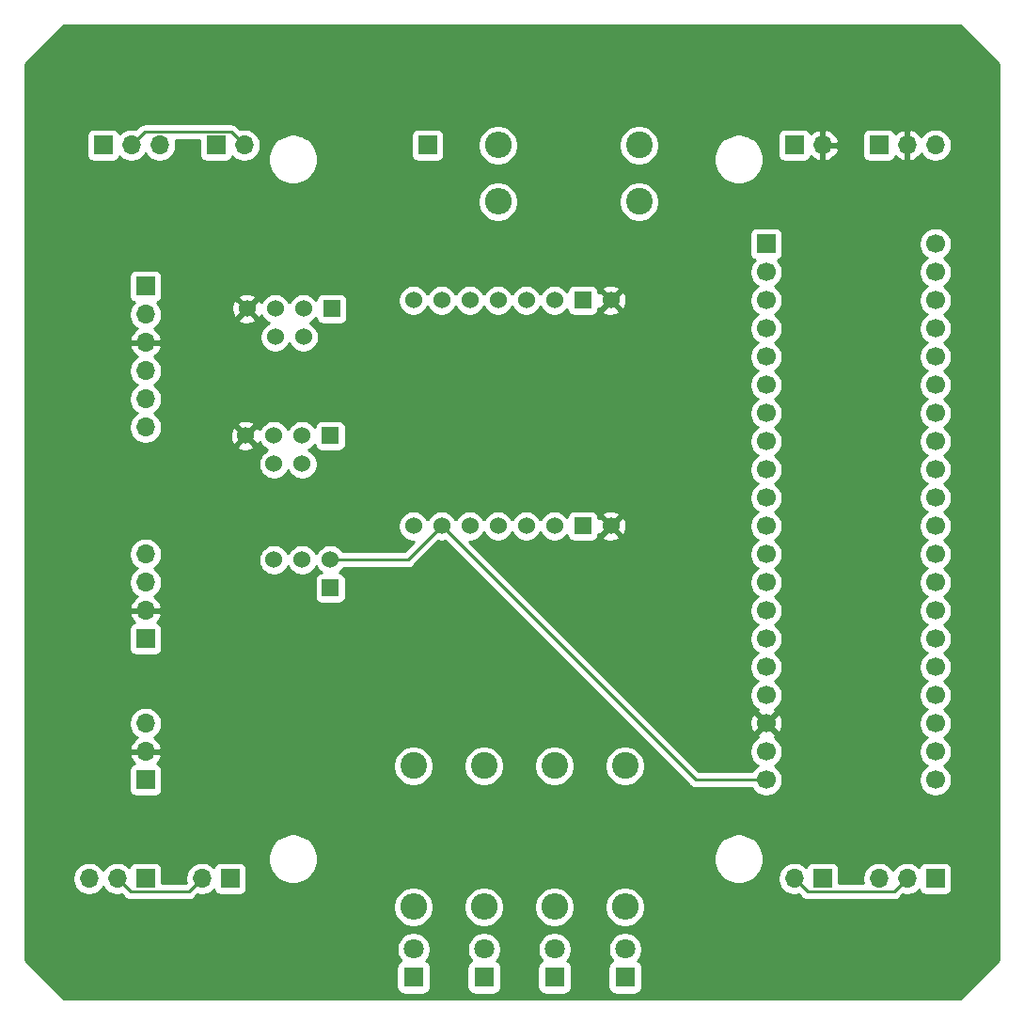
<source format=gbr>
%TF.GenerationSoftware,KiCad,Pcbnew,(5.1.10)-1*%
%TF.CreationDate,2021-12-09T02:28:18+01:00*%
%TF.ProjectId,flight controller,666c6967-6874-4206-936f-6e74726f6c6c,rev?*%
%TF.SameCoordinates,Original*%
%TF.FileFunction,Copper,L2,Inr*%
%TF.FilePolarity,Positive*%
%FSLAX46Y46*%
G04 Gerber Fmt 4.6, Leading zero omitted, Abs format (unit mm)*
G04 Created by KiCad (PCBNEW (5.1.10)-1) date 2021-12-09 02:28:18*
%MOMM*%
%LPD*%
G01*
G04 APERTURE LIST*
%TA.AperFunction,ComponentPad*%
%ADD10R,1.524000X1.524000*%
%TD*%
%TA.AperFunction,ComponentPad*%
%ADD11C,1.524000*%
%TD*%
%TA.AperFunction,ComponentPad*%
%ADD12C,1.800000*%
%TD*%
%TA.AperFunction,ComponentPad*%
%ADD13R,1.800000X1.800000*%
%TD*%
%TA.AperFunction,ComponentPad*%
%ADD14O,1.700000X1.700000*%
%TD*%
%TA.AperFunction,ComponentPad*%
%ADD15R,1.700000X1.700000*%
%TD*%
%TA.AperFunction,ComponentPad*%
%ADD16O,2.400000X2.400000*%
%TD*%
%TA.AperFunction,ComponentPad*%
%ADD17C,2.400000*%
%TD*%
%TA.AperFunction,ComponentPad*%
%ADD18C,1.700000*%
%TD*%
%TA.AperFunction,Conductor*%
%ADD19C,0.250000*%
%TD*%
%TA.AperFunction,Conductor*%
%ADD20C,0.254000*%
%TD*%
%TA.AperFunction,Conductor*%
%ADD21C,0.100000*%
%TD*%
G04 APERTURE END LIST*
D10*
%TO.N,Earth*%
%TO.C,U6*%
X134747000Y-108458000D03*
D11*
%TO.N,/3V3*%
X134747000Y-105918000D03*
%TO.N,/SDA*%
X132207000Y-105918000D03*
%TO.N,/SCL*%
X129667000Y-105918000D03*
%TD*%
D12*
%TO.N,Net-(D1-Pad2)*%
%TO.C,D1*%
X148590000Y-140970000D03*
D13*
%TO.N,Earth*%
X148590000Y-143510000D03*
%TD*%
D12*
%TO.N,Net-(D2-Pad2)*%
%TO.C,D2*%
X142240000Y-140970000D03*
D13*
%TO.N,Earth*%
X142240000Y-143510000D03*
%TD*%
D12*
%TO.N,Net-(D3-Pad2)*%
%TO.C,D3*%
X154940000Y-140970000D03*
D13*
%TO.N,Earth*%
X154940000Y-143510000D03*
%TD*%
D12*
%TO.N,Net-(D4-Pad2)*%
%TO.C,D4*%
X161290000Y-140970000D03*
D13*
%TO.N,Earth*%
X161290000Y-143510000D03*
%TD*%
D14*
%TO.N,/ESC3*%
%TO.C,J1*%
X113030000Y-134620000D03*
%TO.N,Net-(J1-Pad2)*%
X115570000Y-134620000D03*
D15*
%TO.N,Earth*%
X118110000Y-134620000D03*
%TD*%
D14*
%TO.N,/ESC4*%
%TO.C,J2*%
X119380000Y-68580000D03*
%TO.N,Net-(J2-Pad2)*%
X116840000Y-68580000D03*
D15*
%TO.N,Earth*%
X114300000Y-68580000D03*
%TD*%
D14*
%TO.N,Net-(J2-Pad2)*%
%TO.C,J3*%
X127000000Y-68580000D03*
D15*
%TO.N,Earth*%
X124460000Y-68580000D03*
%TD*%
D14*
%TO.N,Net-(J1-Pad2)*%
%TO.C,J4*%
X123190000Y-134620000D03*
D15*
%TO.N,Earth*%
X125730000Y-134620000D03*
%TD*%
D14*
%TO.N,/5V*%
%TO.C,J5*%
X179070000Y-68580000D03*
D15*
%TO.N,Earth*%
X176530000Y-68580000D03*
%TD*%
D14*
%TO.N,/ESC1*%
%TO.C,J6*%
X189230000Y-68580000D03*
%TO.N,/5V*%
X186690000Y-68580000D03*
D15*
%TO.N,Earth*%
X184150000Y-68580000D03*
%TD*%
D14*
%TO.N,Net-(J7-Pad2)*%
%TO.C,J7*%
X176530000Y-134620000D03*
D15*
%TO.N,Earth*%
X179070000Y-134620000D03*
%TD*%
D14*
%TO.N,/ESC2*%
%TO.C,J8*%
X184150000Y-134620000D03*
%TO.N,Net-(J7-Pad2)*%
X186690000Y-134620000D03*
D15*
%TO.N,Earth*%
X189230000Y-134620000D03*
%TD*%
D14*
%TO.N,/SDA*%
%TO.C,J9*%
X118110000Y-105410000D03*
%TO.N,/SCL*%
X118110000Y-107950000D03*
%TO.N,/5V*%
X118110000Y-110490000D03*
D15*
%TO.N,Earth*%
X118110000Y-113030000D03*
%TD*%
D14*
%TO.N,/PPM*%
%TO.C,J10*%
X118110000Y-120650000D03*
%TO.N,/5V*%
X118110000Y-123190000D03*
D15*
%TO.N,Earth*%
X118110000Y-125730000D03*
%TD*%
%TO.N,Net-(J11-Pad1)*%
%TO.C,J11*%
X143510000Y-68580000D03*
%TD*%
D16*
%TO.N,Net-(D1-Pad2)*%
%TO.C,R1*%
X148590000Y-137160000D03*
D17*
%TO.N,/RED_LED*%
X148590000Y-124460000D03*
%TD*%
D16*
%TO.N,Net-(D2-Pad2)*%
%TO.C,R2*%
X142240000Y-137160000D03*
D17*
%TO.N,/GREEN_LED*%
X142240000Y-124460000D03*
%TD*%
D16*
%TO.N,Net-(D3-Pad2)*%
%TO.C,R3*%
X154940000Y-137160000D03*
D17*
%TO.N,/YELLOW_LED*%
X154940000Y-124460000D03*
%TD*%
D16*
%TO.N,Net-(D4-Pad2)*%
%TO.C,R4*%
X161290000Y-137160000D03*
D17*
%TO.N,/BLUE_LED*%
X161290000Y-124460000D03*
%TD*%
D16*
%TO.N,Earth*%
%TO.C,R5*%
X149860000Y-73660000D03*
D17*
%TO.N,/VOLTAGE*%
X162560000Y-73660000D03*
%TD*%
D16*
%TO.N,Net-(J11-Pad1)*%
%TO.C,R6*%
X149860000Y-68580000D03*
D17*
%TO.N,/VOLTAGE*%
X162560000Y-68580000D03*
%TD*%
D18*
%TO.N,/3V3*%
%TO.C,U1*%
X173990000Y-125730000D03*
%TO.N,Net-(U1-Pad21)*%
X189230000Y-125730000D03*
%TO.N,Earth*%
X173990000Y-123190000D03*
%TO.N,Net-(U1-Pad22)*%
X189230000Y-123190000D03*
%TO.N,/5V*%
X173990000Y-120650000D03*
%TO.N,Net-(U1-Pad23)*%
X189230000Y-120650000D03*
%TO.N,/ESC4*%
X173990000Y-118110000D03*
%TO.N,Net-(U1-Pad24)*%
X189230000Y-118110000D03*
%TO.N,/ESC3*%
X173990000Y-115570000D03*
%TO.N,/PPM*%
X189230000Y-115570000D03*
%TO.N,/ESC2*%
X173990000Y-113030000D03*
%TO.N,Net-(U1-Pad26)*%
X189230000Y-113030000D03*
%TO.N,/ESC1*%
X173990000Y-110490000D03*
%TO.N,/RX2*%
X189230000Y-110490000D03*
%TO.N,Net-(U1-Pad13)*%
X173990000Y-107950000D03*
%TO.N,/TX2*%
X189230000Y-107950000D03*
%TO.N,Net-(U1-Pad12)*%
X173990000Y-105410000D03*
%TO.N,/VOLTAGE*%
X189230000Y-105410000D03*
%TO.N,/BLUE_LED*%
X173990000Y-102870000D03*
%TO.N,Net-(U1-Pad30)*%
X189230000Y-102870000D03*
%TO.N,/YELLOW_LED*%
X173990000Y-100330000D03*
%TO.N,Net-(U1-Pad31)*%
X189230000Y-100330000D03*
%TO.N,/RED_LED*%
X173990000Y-97790000D03*
%TO.N,Net-(U1-Pad32)*%
X189230000Y-97790000D03*
%TO.N,/GREEN_LED*%
X173990000Y-95250000D03*
%TO.N,Net-(U1-Pad33)*%
X189230000Y-95250000D03*
%TO.N,/TX*%
X173990000Y-92710000D03*
%TO.N,Net-(U1-Pad34)*%
X189230000Y-92710000D03*
%TO.N,/RX*%
X173990000Y-90170000D03*
%TO.N,/SCL*%
X189230000Y-90170000D03*
%TO.N,Net-(U1-Pad5)*%
X173990000Y-87630000D03*
%TO.N,/SDA*%
X189230000Y-87630000D03*
%TO.N,Net-(U1-Pad4)*%
X173990000Y-85090000D03*
%TO.N,Net-(U1-Pad37)*%
X189230000Y-85090000D03*
%TO.N,Net-(U1-Pad3)*%
X173990000Y-82550000D03*
%TO.N,Net-(U1-Pad38)*%
X189230000Y-82550000D03*
%TO.N,Net-(U1-Pad2)*%
X173990000Y-80010000D03*
%TO.N,Earth*%
X189230000Y-80010000D03*
D15*
%TO.N,Net-(U1-Pad1)*%
X173990000Y-77470000D03*
D18*
%TO.N,Earth*%
X189230000Y-77470000D03*
%TD*%
D11*
%TO.N,/5V*%
%TO.C,U2*%
X160020000Y-82550000D03*
D10*
%TO.N,Earth*%
X157480000Y-82550000D03*
D11*
%TO.N,/SCL*%
X154940000Y-82550000D03*
%TO.N,Net-(U2-Pad8)*%
X142240000Y-82550000D03*
%TO.N,Net-(U2-Pad7)*%
X144780000Y-82550000D03*
%TO.N,Net-(U2-Pad6)*%
X147320000Y-82550000D03*
%TO.N,Net-(U2-Pad5)*%
X149860000Y-82550000D03*
%TO.N,/SDA*%
X152400000Y-82550000D03*
%TD*%
D14*
%TO.N,Net-(U3-Pad6)*%
%TO.C,U3*%
X118110000Y-93980000D03*
%TO.N,/RX*%
X118110000Y-91440000D03*
%TO.N,/TX*%
X118110000Y-88900000D03*
%TO.N,/5V*%
X118110000Y-86360000D03*
%TO.N,Net-(U3-Pad2)*%
X118110000Y-83820000D03*
D15*
%TO.N,Earth*%
X118110000Y-81280000D03*
%TD*%
D11*
%TO.N,/SCL*%
%TO.C,U4*%
X129667000Y-97282000D03*
%TO.N,/SDA*%
X132207000Y-97282000D03*
%TO.N,/5V*%
X127127000Y-94742000D03*
%TO.N,/RX2*%
X129667000Y-94742000D03*
%TO.N,/TX2*%
X132207000Y-94742000D03*
D10*
%TO.N,Earth*%
X134747000Y-94742000D03*
%TD*%
D11*
%TO.N,Net-(U5-Pad6)*%
%TO.C,U5*%
X129794000Y-85852000D03*
%TO.N,Net-(U5-Pad5)*%
X132334000Y-85852000D03*
%TO.N,/5V*%
X127254000Y-83312000D03*
%TO.N,/RX*%
X129794000Y-83312000D03*
%TO.N,/TX*%
X132334000Y-83312000D03*
D10*
%TO.N,Earth*%
X134874000Y-83312000D03*
%TD*%
D11*
%TO.N,/5V*%
%TO.C,U7*%
X160020000Y-102870000D03*
D10*
%TO.N,Earth*%
X157480000Y-102870000D03*
D11*
%TO.N,/SCL*%
X154940000Y-102870000D03*
%TO.N,Net-(U7-Pad8)*%
X142240000Y-102870000D03*
%TO.N,/3V3*%
X144780000Y-102870000D03*
%TO.N,Net-(U7-Pad6)*%
X147320000Y-102870000D03*
%TO.N,Net-(U7-Pad5)*%
X149860000Y-102870000D03*
%TO.N,/SDA*%
X152400000Y-102870000D03*
%TD*%
D19*
%TO.N,Net-(J1-Pad2)*%
X122014999Y-135795001D02*
X123190000Y-134620000D01*
X116745001Y-135795001D02*
X122014999Y-135795001D01*
X115570000Y-134620000D02*
X116745001Y-135795001D01*
%TO.N,Net-(J2-Pad2)*%
X118015001Y-67404999D02*
X116840000Y-68580000D01*
X125824999Y-67404999D02*
X118015001Y-67404999D01*
X127000000Y-68580000D02*
X125824999Y-67404999D01*
%TO.N,/3V3*%
X167640000Y-125730000D02*
X144780000Y-102870000D01*
X173990000Y-125730000D02*
X167640000Y-125730000D01*
X141732000Y-105918000D02*
X134747000Y-105918000D01*
X144780000Y-102870000D02*
X141732000Y-105918000D01*
%TO.N,Net-(J7-Pad2)*%
X185514999Y-135795001D02*
X186690000Y-134620000D01*
X177705001Y-135795001D02*
X185514999Y-135795001D01*
X176530000Y-134620000D02*
X177705001Y-135795001D01*
%TD*%
D20*
%TO.N,/5V*%
X194920000Y-61233381D02*
X194920001Y-141966618D01*
X191496620Y-145390000D01*
X110763381Y-145390000D01*
X107983381Y-142610000D01*
X140701928Y-142610000D01*
X140701928Y-144410000D01*
X140714188Y-144534482D01*
X140750498Y-144654180D01*
X140809463Y-144764494D01*
X140888815Y-144861185D01*
X140985506Y-144940537D01*
X141095820Y-144999502D01*
X141215518Y-145035812D01*
X141340000Y-145048072D01*
X143140000Y-145048072D01*
X143264482Y-145035812D01*
X143384180Y-144999502D01*
X143494494Y-144940537D01*
X143591185Y-144861185D01*
X143670537Y-144764494D01*
X143729502Y-144654180D01*
X143765812Y-144534482D01*
X143778072Y-144410000D01*
X143778072Y-142610000D01*
X147051928Y-142610000D01*
X147051928Y-144410000D01*
X147064188Y-144534482D01*
X147100498Y-144654180D01*
X147159463Y-144764494D01*
X147238815Y-144861185D01*
X147335506Y-144940537D01*
X147445820Y-144999502D01*
X147565518Y-145035812D01*
X147690000Y-145048072D01*
X149490000Y-145048072D01*
X149614482Y-145035812D01*
X149734180Y-144999502D01*
X149844494Y-144940537D01*
X149941185Y-144861185D01*
X150020537Y-144764494D01*
X150079502Y-144654180D01*
X150115812Y-144534482D01*
X150128072Y-144410000D01*
X150128072Y-142610000D01*
X153401928Y-142610000D01*
X153401928Y-144410000D01*
X153414188Y-144534482D01*
X153450498Y-144654180D01*
X153509463Y-144764494D01*
X153588815Y-144861185D01*
X153685506Y-144940537D01*
X153795820Y-144999502D01*
X153915518Y-145035812D01*
X154040000Y-145048072D01*
X155840000Y-145048072D01*
X155964482Y-145035812D01*
X156084180Y-144999502D01*
X156194494Y-144940537D01*
X156291185Y-144861185D01*
X156370537Y-144764494D01*
X156429502Y-144654180D01*
X156465812Y-144534482D01*
X156478072Y-144410000D01*
X156478072Y-142610000D01*
X159751928Y-142610000D01*
X159751928Y-144410000D01*
X159764188Y-144534482D01*
X159800498Y-144654180D01*
X159859463Y-144764494D01*
X159938815Y-144861185D01*
X160035506Y-144940537D01*
X160145820Y-144999502D01*
X160265518Y-145035812D01*
X160390000Y-145048072D01*
X162190000Y-145048072D01*
X162314482Y-145035812D01*
X162434180Y-144999502D01*
X162544494Y-144940537D01*
X162641185Y-144861185D01*
X162720537Y-144764494D01*
X162779502Y-144654180D01*
X162815812Y-144534482D01*
X162828072Y-144410000D01*
X162828072Y-142610000D01*
X162815812Y-142485518D01*
X162779502Y-142365820D01*
X162720537Y-142255506D01*
X162641185Y-142158815D01*
X162544494Y-142079463D01*
X162434180Y-142020498D01*
X162415873Y-142014944D01*
X162482312Y-141948505D01*
X162650299Y-141697095D01*
X162766011Y-141417743D01*
X162825000Y-141121184D01*
X162825000Y-140818816D01*
X162766011Y-140522257D01*
X162650299Y-140242905D01*
X162482312Y-139991495D01*
X162268505Y-139777688D01*
X162017095Y-139609701D01*
X161737743Y-139493989D01*
X161441184Y-139435000D01*
X161138816Y-139435000D01*
X160842257Y-139493989D01*
X160562905Y-139609701D01*
X160311495Y-139777688D01*
X160097688Y-139991495D01*
X159929701Y-140242905D01*
X159813989Y-140522257D01*
X159755000Y-140818816D01*
X159755000Y-141121184D01*
X159813989Y-141417743D01*
X159929701Y-141697095D01*
X160097688Y-141948505D01*
X160164127Y-142014944D01*
X160145820Y-142020498D01*
X160035506Y-142079463D01*
X159938815Y-142158815D01*
X159859463Y-142255506D01*
X159800498Y-142365820D01*
X159764188Y-142485518D01*
X159751928Y-142610000D01*
X156478072Y-142610000D01*
X156465812Y-142485518D01*
X156429502Y-142365820D01*
X156370537Y-142255506D01*
X156291185Y-142158815D01*
X156194494Y-142079463D01*
X156084180Y-142020498D01*
X156065873Y-142014944D01*
X156132312Y-141948505D01*
X156300299Y-141697095D01*
X156416011Y-141417743D01*
X156475000Y-141121184D01*
X156475000Y-140818816D01*
X156416011Y-140522257D01*
X156300299Y-140242905D01*
X156132312Y-139991495D01*
X155918505Y-139777688D01*
X155667095Y-139609701D01*
X155387743Y-139493989D01*
X155091184Y-139435000D01*
X154788816Y-139435000D01*
X154492257Y-139493989D01*
X154212905Y-139609701D01*
X153961495Y-139777688D01*
X153747688Y-139991495D01*
X153579701Y-140242905D01*
X153463989Y-140522257D01*
X153405000Y-140818816D01*
X153405000Y-141121184D01*
X153463989Y-141417743D01*
X153579701Y-141697095D01*
X153747688Y-141948505D01*
X153814127Y-142014944D01*
X153795820Y-142020498D01*
X153685506Y-142079463D01*
X153588815Y-142158815D01*
X153509463Y-142255506D01*
X153450498Y-142365820D01*
X153414188Y-142485518D01*
X153401928Y-142610000D01*
X150128072Y-142610000D01*
X150115812Y-142485518D01*
X150079502Y-142365820D01*
X150020537Y-142255506D01*
X149941185Y-142158815D01*
X149844494Y-142079463D01*
X149734180Y-142020498D01*
X149715873Y-142014944D01*
X149782312Y-141948505D01*
X149950299Y-141697095D01*
X150066011Y-141417743D01*
X150125000Y-141121184D01*
X150125000Y-140818816D01*
X150066011Y-140522257D01*
X149950299Y-140242905D01*
X149782312Y-139991495D01*
X149568505Y-139777688D01*
X149317095Y-139609701D01*
X149037743Y-139493989D01*
X148741184Y-139435000D01*
X148438816Y-139435000D01*
X148142257Y-139493989D01*
X147862905Y-139609701D01*
X147611495Y-139777688D01*
X147397688Y-139991495D01*
X147229701Y-140242905D01*
X147113989Y-140522257D01*
X147055000Y-140818816D01*
X147055000Y-141121184D01*
X147113989Y-141417743D01*
X147229701Y-141697095D01*
X147397688Y-141948505D01*
X147464127Y-142014944D01*
X147445820Y-142020498D01*
X147335506Y-142079463D01*
X147238815Y-142158815D01*
X147159463Y-142255506D01*
X147100498Y-142365820D01*
X147064188Y-142485518D01*
X147051928Y-142610000D01*
X143778072Y-142610000D01*
X143765812Y-142485518D01*
X143729502Y-142365820D01*
X143670537Y-142255506D01*
X143591185Y-142158815D01*
X143494494Y-142079463D01*
X143384180Y-142020498D01*
X143365873Y-142014944D01*
X143432312Y-141948505D01*
X143600299Y-141697095D01*
X143716011Y-141417743D01*
X143775000Y-141121184D01*
X143775000Y-140818816D01*
X143716011Y-140522257D01*
X143600299Y-140242905D01*
X143432312Y-139991495D01*
X143218505Y-139777688D01*
X142967095Y-139609701D01*
X142687743Y-139493989D01*
X142391184Y-139435000D01*
X142088816Y-139435000D01*
X141792257Y-139493989D01*
X141512905Y-139609701D01*
X141261495Y-139777688D01*
X141047688Y-139991495D01*
X140879701Y-140242905D01*
X140763989Y-140522257D01*
X140705000Y-140818816D01*
X140705000Y-141121184D01*
X140763989Y-141417743D01*
X140879701Y-141697095D01*
X141047688Y-141948505D01*
X141114127Y-142014944D01*
X141095820Y-142020498D01*
X140985506Y-142079463D01*
X140888815Y-142158815D01*
X140809463Y-142255506D01*
X140750498Y-142365820D01*
X140714188Y-142485518D01*
X140701928Y-142610000D01*
X107983381Y-142610000D01*
X107340000Y-141966620D01*
X107340000Y-136979268D01*
X140405000Y-136979268D01*
X140405000Y-137340732D01*
X140475518Y-137695250D01*
X140613844Y-138029199D01*
X140814662Y-138329744D01*
X141070256Y-138585338D01*
X141370801Y-138786156D01*
X141704750Y-138924482D01*
X142059268Y-138995000D01*
X142420732Y-138995000D01*
X142775250Y-138924482D01*
X143109199Y-138786156D01*
X143409744Y-138585338D01*
X143665338Y-138329744D01*
X143866156Y-138029199D01*
X144004482Y-137695250D01*
X144075000Y-137340732D01*
X144075000Y-136979268D01*
X146755000Y-136979268D01*
X146755000Y-137340732D01*
X146825518Y-137695250D01*
X146963844Y-138029199D01*
X147164662Y-138329744D01*
X147420256Y-138585338D01*
X147720801Y-138786156D01*
X148054750Y-138924482D01*
X148409268Y-138995000D01*
X148770732Y-138995000D01*
X149125250Y-138924482D01*
X149459199Y-138786156D01*
X149759744Y-138585338D01*
X150015338Y-138329744D01*
X150216156Y-138029199D01*
X150354482Y-137695250D01*
X150425000Y-137340732D01*
X150425000Y-136979268D01*
X153105000Y-136979268D01*
X153105000Y-137340732D01*
X153175518Y-137695250D01*
X153313844Y-138029199D01*
X153514662Y-138329744D01*
X153770256Y-138585338D01*
X154070801Y-138786156D01*
X154404750Y-138924482D01*
X154759268Y-138995000D01*
X155120732Y-138995000D01*
X155475250Y-138924482D01*
X155809199Y-138786156D01*
X156109744Y-138585338D01*
X156365338Y-138329744D01*
X156566156Y-138029199D01*
X156704482Y-137695250D01*
X156775000Y-137340732D01*
X156775000Y-136979268D01*
X159455000Y-136979268D01*
X159455000Y-137340732D01*
X159525518Y-137695250D01*
X159663844Y-138029199D01*
X159864662Y-138329744D01*
X160120256Y-138585338D01*
X160420801Y-138786156D01*
X160754750Y-138924482D01*
X161109268Y-138995000D01*
X161470732Y-138995000D01*
X161825250Y-138924482D01*
X162159199Y-138786156D01*
X162459744Y-138585338D01*
X162715338Y-138329744D01*
X162916156Y-138029199D01*
X163054482Y-137695250D01*
X163125000Y-137340732D01*
X163125000Y-136979268D01*
X163054482Y-136624750D01*
X162916156Y-136290801D01*
X162715338Y-135990256D01*
X162459744Y-135734662D01*
X162159199Y-135533844D01*
X161825250Y-135395518D01*
X161470732Y-135325000D01*
X161109268Y-135325000D01*
X160754750Y-135395518D01*
X160420801Y-135533844D01*
X160120256Y-135734662D01*
X159864662Y-135990256D01*
X159663844Y-136290801D01*
X159525518Y-136624750D01*
X159455000Y-136979268D01*
X156775000Y-136979268D01*
X156704482Y-136624750D01*
X156566156Y-136290801D01*
X156365338Y-135990256D01*
X156109744Y-135734662D01*
X155809199Y-135533844D01*
X155475250Y-135395518D01*
X155120732Y-135325000D01*
X154759268Y-135325000D01*
X154404750Y-135395518D01*
X154070801Y-135533844D01*
X153770256Y-135734662D01*
X153514662Y-135990256D01*
X153313844Y-136290801D01*
X153175518Y-136624750D01*
X153105000Y-136979268D01*
X150425000Y-136979268D01*
X150354482Y-136624750D01*
X150216156Y-136290801D01*
X150015338Y-135990256D01*
X149759744Y-135734662D01*
X149459199Y-135533844D01*
X149125250Y-135395518D01*
X148770732Y-135325000D01*
X148409268Y-135325000D01*
X148054750Y-135395518D01*
X147720801Y-135533844D01*
X147420256Y-135734662D01*
X147164662Y-135990256D01*
X146963844Y-136290801D01*
X146825518Y-136624750D01*
X146755000Y-136979268D01*
X144075000Y-136979268D01*
X144004482Y-136624750D01*
X143866156Y-136290801D01*
X143665338Y-135990256D01*
X143409744Y-135734662D01*
X143109199Y-135533844D01*
X142775250Y-135395518D01*
X142420732Y-135325000D01*
X142059268Y-135325000D01*
X141704750Y-135395518D01*
X141370801Y-135533844D01*
X141070256Y-135734662D01*
X140814662Y-135990256D01*
X140613844Y-136290801D01*
X140475518Y-136624750D01*
X140405000Y-136979268D01*
X107340000Y-136979268D01*
X107340000Y-134473740D01*
X111545000Y-134473740D01*
X111545000Y-134766260D01*
X111602068Y-135053158D01*
X111714010Y-135323411D01*
X111876525Y-135566632D01*
X112083368Y-135773475D01*
X112326589Y-135935990D01*
X112596842Y-136047932D01*
X112883740Y-136105000D01*
X113176260Y-136105000D01*
X113463158Y-136047932D01*
X113733411Y-135935990D01*
X113976632Y-135773475D01*
X114183475Y-135566632D01*
X114300000Y-135392240D01*
X114416525Y-135566632D01*
X114623368Y-135773475D01*
X114866589Y-135935990D01*
X115136842Y-136047932D01*
X115423740Y-136105000D01*
X115716260Y-136105000D01*
X115936408Y-136061210D01*
X116181202Y-136306004D01*
X116205000Y-136335002D01*
X116320725Y-136429975D01*
X116452754Y-136500547D01*
X116596015Y-136544004D01*
X116707668Y-136555001D01*
X116707677Y-136555001D01*
X116745000Y-136558677D01*
X116782323Y-136555001D01*
X121977677Y-136555001D01*
X122014999Y-136558677D01*
X122052321Y-136555001D01*
X122052332Y-136555001D01*
X122163985Y-136544004D01*
X122307246Y-136500547D01*
X122439275Y-136429975D01*
X122555000Y-136335002D01*
X122578803Y-136305998D01*
X122823592Y-136061209D01*
X123043740Y-136105000D01*
X123336260Y-136105000D01*
X123623158Y-136047932D01*
X123893411Y-135935990D01*
X124136632Y-135773475D01*
X124268487Y-135641620D01*
X124290498Y-135714180D01*
X124349463Y-135824494D01*
X124428815Y-135921185D01*
X124525506Y-136000537D01*
X124635820Y-136059502D01*
X124755518Y-136095812D01*
X124880000Y-136108072D01*
X126580000Y-136108072D01*
X126704482Y-136095812D01*
X126824180Y-136059502D01*
X126934494Y-136000537D01*
X127031185Y-135921185D01*
X127110537Y-135824494D01*
X127169502Y-135714180D01*
X127205812Y-135594482D01*
X127218072Y-135470000D01*
X127218072Y-133770000D01*
X127205812Y-133645518D01*
X127169502Y-133525820D01*
X127110537Y-133415506D01*
X127031185Y-133318815D01*
X126934494Y-133239463D01*
X126824180Y-133180498D01*
X126704482Y-133144188D01*
X126580000Y-133131928D01*
X124880000Y-133131928D01*
X124755518Y-133144188D01*
X124635820Y-133180498D01*
X124525506Y-133239463D01*
X124428815Y-133318815D01*
X124349463Y-133415506D01*
X124290498Y-133525820D01*
X124268487Y-133598380D01*
X124136632Y-133466525D01*
X123893411Y-133304010D01*
X123623158Y-133192068D01*
X123336260Y-133135000D01*
X123043740Y-133135000D01*
X122756842Y-133192068D01*
X122486589Y-133304010D01*
X122243368Y-133466525D01*
X122036525Y-133673368D01*
X121874010Y-133916589D01*
X121762068Y-134186842D01*
X121705000Y-134473740D01*
X121705000Y-134766260D01*
X121748791Y-134986408D01*
X121700198Y-135035001D01*
X119598072Y-135035001D01*
X119598072Y-133770000D01*
X119585812Y-133645518D01*
X119549502Y-133525820D01*
X119490537Y-133415506D01*
X119411185Y-133318815D01*
X119314494Y-133239463D01*
X119204180Y-133180498D01*
X119084482Y-133144188D01*
X118960000Y-133131928D01*
X117260000Y-133131928D01*
X117135518Y-133144188D01*
X117015820Y-133180498D01*
X116905506Y-133239463D01*
X116808815Y-133318815D01*
X116729463Y-133415506D01*
X116670498Y-133525820D01*
X116648487Y-133598380D01*
X116516632Y-133466525D01*
X116273411Y-133304010D01*
X116003158Y-133192068D01*
X115716260Y-133135000D01*
X115423740Y-133135000D01*
X115136842Y-133192068D01*
X114866589Y-133304010D01*
X114623368Y-133466525D01*
X114416525Y-133673368D01*
X114300000Y-133847760D01*
X114183475Y-133673368D01*
X113976632Y-133466525D01*
X113733411Y-133304010D01*
X113463158Y-133192068D01*
X113176260Y-133135000D01*
X112883740Y-133135000D01*
X112596842Y-133192068D01*
X112326589Y-133304010D01*
X112083368Y-133466525D01*
X111876525Y-133673368D01*
X111714010Y-133916589D01*
X111602068Y-134186842D01*
X111545000Y-134473740D01*
X107340000Y-134473740D01*
X107340000Y-132617890D01*
X129125010Y-132617890D01*
X129125010Y-133066110D01*
X129212453Y-133505718D01*
X129383980Y-133919819D01*
X129632997Y-134292500D01*
X129949937Y-134609440D01*
X130322618Y-134858457D01*
X130736719Y-135029984D01*
X131176327Y-135117427D01*
X131624547Y-135117427D01*
X132064155Y-135029984D01*
X132478256Y-134858457D01*
X132850937Y-134609440D01*
X133167877Y-134292500D01*
X133416894Y-133919819D01*
X133588421Y-133505718D01*
X133675864Y-133066110D01*
X133675864Y-132617890D01*
X169257010Y-132617890D01*
X169257010Y-133066110D01*
X169344453Y-133505718D01*
X169515980Y-133919819D01*
X169764997Y-134292500D01*
X170081937Y-134609440D01*
X170454618Y-134858457D01*
X170868719Y-135029984D01*
X171308327Y-135117427D01*
X171756547Y-135117427D01*
X172196155Y-135029984D01*
X172610256Y-134858457D01*
X172982937Y-134609440D01*
X173118637Y-134473740D01*
X175045000Y-134473740D01*
X175045000Y-134766260D01*
X175102068Y-135053158D01*
X175214010Y-135323411D01*
X175376525Y-135566632D01*
X175583368Y-135773475D01*
X175826589Y-135935990D01*
X176096842Y-136047932D01*
X176383740Y-136105000D01*
X176676260Y-136105000D01*
X176896408Y-136061210D01*
X177141202Y-136306004D01*
X177165000Y-136335002D01*
X177280725Y-136429975D01*
X177412754Y-136500547D01*
X177556015Y-136544004D01*
X177667668Y-136555001D01*
X177667677Y-136555001D01*
X177705000Y-136558677D01*
X177742323Y-136555001D01*
X185477677Y-136555001D01*
X185514999Y-136558677D01*
X185552321Y-136555001D01*
X185552332Y-136555001D01*
X185663985Y-136544004D01*
X185807246Y-136500547D01*
X185939275Y-136429975D01*
X186055000Y-136335002D01*
X186078803Y-136305998D01*
X186323592Y-136061209D01*
X186543740Y-136105000D01*
X186836260Y-136105000D01*
X187123158Y-136047932D01*
X187393411Y-135935990D01*
X187636632Y-135773475D01*
X187768487Y-135641620D01*
X187790498Y-135714180D01*
X187849463Y-135824494D01*
X187928815Y-135921185D01*
X188025506Y-136000537D01*
X188135820Y-136059502D01*
X188255518Y-136095812D01*
X188380000Y-136108072D01*
X190080000Y-136108072D01*
X190204482Y-136095812D01*
X190324180Y-136059502D01*
X190434494Y-136000537D01*
X190531185Y-135921185D01*
X190610537Y-135824494D01*
X190669502Y-135714180D01*
X190705812Y-135594482D01*
X190718072Y-135470000D01*
X190718072Y-133770000D01*
X190705812Y-133645518D01*
X190669502Y-133525820D01*
X190610537Y-133415506D01*
X190531185Y-133318815D01*
X190434494Y-133239463D01*
X190324180Y-133180498D01*
X190204482Y-133144188D01*
X190080000Y-133131928D01*
X188380000Y-133131928D01*
X188255518Y-133144188D01*
X188135820Y-133180498D01*
X188025506Y-133239463D01*
X187928815Y-133318815D01*
X187849463Y-133415506D01*
X187790498Y-133525820D01*
X187768487Y-133598380D01*
X187636632Y-133466525D01*
X187393411Y-133304010D01*
X187123158Y-133192068D01*
X186836260Y-133135000D01*
X186543740Y-133135000D01*
X186256842Y-133192068D01*
X185986589Y-133304010D01*
X185743368Y-133466525D01*
X185536525Y-133673368D01*
X185420000Y-133847760D01*
X185303475Y-133673368D01*
X185096632Y-133466525D01*
X184853411Y-133304010D01*
X184583158Y-133192068D01*
X184296260Y-133135000D01*
X184003740Y-133135000D01*
X183716842Y-133192068D01*
X183446589Y-133304010D01*
X183203368Y-133466525D01*
X182996525Y-133673368D01*
X182834010Y-133916589D01*
X182722068Y-134186842D01*
X182665000Y-134473740D01*
X182665000Y-134766260D01*
X182718456Y-135035001D01*
X180558072Y-135035001D01*
X180558072Y-133770000D01*
X180545812Y-133645518D01*
X180509502Y-133525820D01*
X180450537Y-133415506D01*
X180371185Y-133318815D01*
X180274494Y-133239463D01*
X180164180Y-133180498D01*
X180044482Y-133144188D01*
X179920000Y-133131928D01*
X178220000Y-133131928D01*
X178095518Y-133144188D01*
X177975820Y-133180498D01*
X177865506Y-133239463D01*
X177768815Y-133318815D01*
X177689463Y-133415506D01*
X177630498Y-133525820D01*
X177608487Y-133598380D01*
X177476632Y-133466525D01*
X177233411Y-133304010D01*
X176963158Y-133192068D01*
X176676260Y-133135000D01*
X176383740Y-133135000D01*
X176096842Y-133192068D01*
X175826589Y-133304010D01*
X175583368Y-133466525D01*
X175376525Y-133673368D01*
X175214010Y-133916589D01*
X175102068Y-134186842D01*
X175045000Y-134473740D01*
X173118637Y-134473740D01*
X173299877Y-134292500D01*
X173548894Y-133919819D01*
X173720421Y-133505718D01*
X173807864Y-133066110D01*
X173807864Y-132617890D01*
X173720421Y-132178282D01*
X173548894Y-131764181D01*
X173299877Y-131391500D01*
X172982937Y-131074560D01*
X172610256Y-130825543D01*
X172196155Y-130654016D01*
X171756547Y-130566573D01*
X171308327Y-130566573D01*
X170868719Y-130654016D01*
X170454618Y-130825543D01*
X170081937Y-131074560D01*
X169764997Y-131391500D01*
X169515980Y-131764181D01*
X169344453Y-132178282D01*
X169257010Y-132617890D01*
X133675864Y-132617890D01*
X133588421Y-132178282D01*
X133416894Y-131764181D01*
X133167877Y-131391500D01*
X132850937Y-131074560D01*
X132478256Y-130825543D01*
X132064155Y-130654016D01*
X131624547Y-130566573D01*
X131176327Y-130566573D01*
X130736719Y-130654016D01*
X130322618Y-130825543D01*
X129949937Y-131074560D01*
X129632997Y-131391500D01*
X129383980Y-131764181D01*
X129212453Y-132178282D01*
X129125010Y-132617890D01*
X107340000Y-132617890D01*
X107340000Y-124880000D01*
X116621928Y-124880000D01*
X116621928Y-126580000D01*
X116634188Y-126704482D01*
X116670498Y-126824180D01*
X116729463Y-126934494D01*
X116808815Y-127031185D01*
X116905506Y-127110537D01*
X117015820Y-127169502D01*
X117135518Y-127205812D01*
X117260000Y-127218072D01*
X118960000Y-127218072D01*
X119084482Y-127205812D01*
X119204180Y-127169502D01*
X119314494Y-127110537D01*
X119411185Y-127031185D01*
X119490537Y-126934494D01*
X119549502Y-126824180D01*
X119585812Y-126704482D01*
X119598072Y-126580000D01*
X119598072Y-124880000D01*
X119585812Y-124755518D01*
X119549502Y-124635820D01*
X119490537Y-124525506D01*
X119411185Y-124428815D01*
X119314494Y-124349463D01*
X119204180Y-124290498D01*
X119167161Y-124279268D01*
X140405000Y-124279268D01*
X140405000Y-124640732D01*
X140475518Y-124995250D01*
X140613844Y-125329199D01*
X140814662Y-125629744D01*
X141070256Y-125885338D01*
X141370801Y-126086156D01*
X141704750Y-126224482D01*
X142059268Y-126295000D01*
X142420732Y-126295000D01*
X142775250Y-126224482D01*
X143109199Y-126086156D01*
X143409744Y-125885338D01*
X143665338Y-125629744D01*
X143866156Y-125329199D01*
X144004482Y-124995250D01*
X144075000Y-124640732D01*
X144075000Y-124279268D01*
X146755000Y-124279268D01*
X146755000Y-124640732D01*
X146825518Y-124995250D01*
X146963844Y-125329199D01*
X147164662Y-125629744D01*
X147420256Y-125885338D01*
X147720801Y-126086156D01*
X148054750Y-126224482D01*
X148409268Y-126295000D01*
X148770732Y-126295000D01*
X149125250Y-126224482D01*
X149459199Y-126086156D01*
X149759744Y-125885338D01*
X150015338Y-125629744D01*
X150216156Y-125329199D01*
X150354482Y-124995250D01*
X150425000Y-124640732D01*
X150425000Y-124279268D01*
X153105000Y-124279268D01*
X153105000Y-124640732D01*
X153175518Y-124995250D01*
X153313844Y-125329199D01*
X153514662Y-125629744D01*
X153770256Y-125885338D01*
X154070801Y-126086156D01*
X154404750Y-126224482D01*
X154759268Y-126295000D01*
X155120732Y-126295000D01*
X155475250Y-126224482D01*
X155809199Y-126086156D01*
X156109744Y-125885338D01*
X156365338Y-125629744D01*
X156566156Y-125329199D01*
X156704482Y-124995250D01*
X156775000Y-124640732D01*
X156775000Y-124279268D01*
X159455000Y-124279268D01*
X159455000Y-124640732D01*
X159525518Y-124995250D01*
X159663844Y-125329199D01*
X159864662Y-125629744D01*
X160120256Y-125885338D01*
X160420801Y-126086156D01*
X160754750Y-126224482D01*
X161109268Y-126295000D01*
X161470732Y-126295000D01*
X161825250Y-126224482D01*
X162159199Y-126086156D01*
X162459744Y-125885338D01*
X162715338Y-125629744D01*
X162916156Y-125329199D01*
X163054482Y-124995250D01*
X163125000Y-124640732D01*
X163125000Y-124279268D01*
X163054482Y-123924750D01*
X162916156Y-123590801D01*
X162715338Y-123290256D01*
X162459744Y-123034662D01*
X162159199Y-122833844D01*
X161825250Y-122695518D01*
X161470732Y-122625000D01*
X161109268Y-122625000D01*
X160754750Y-122695518D01*
X160420801Y-122833844D01*
X160120256Y-123034662D01*
X159864662Y-123290256D01*
X159663844Y-123590801D01*
X159525518Y-123924750D01*
X159455000Y-124279268D01*
X156775000Y-124279268D01*
X156704482Y-123924750D01*
X156566156Y-123590801D01*
X156365338Y-123290256D01*
X156109744Y-123034662D01*
X155809199Y-122833844D01*
X155475250Y-122695518D01*
X155120732Y-122625000D01*
X154759268Y-122625000D01*
X154404750Y-122695518D01*
X154070801Y-122833844D01*
X153770256Y-123034662D01*
X153514662Y-123290256D01*
X153313844Y-123590801D01*
X153175518Y-123924750D01*
X153105000Y-124279268D01*
X150425000Y-124279268D01*
X150354482Y-123924750D01*
X150216156Y-123590801D01*
X150015338Y-123290256D01*
X149759744Y-123034662D01*
X149459199Y-122833844D01*
X149125250Y-122695518D01*
X148770732Y-122625000D01*
X148409268Y-122625000D01*
X148054750Y-122695518D01*
X147720801Y-122833844D01*
X147420256Y-123034662D01*
X147164662Y-123290256D01*
X146963844Y-123590801D01*
X146825518Y-123924750D01*
X146755000Y-124279268D01*
X144075000Y-124279268D01*
X144004482Y-123924750D01*
X143866156Y-123590801D01*
X143665338Y-123290256D01*
X143409744Y-123034662D01*
X143109199Y-122833844D01*
X142775250Y-122695518D01*
X142420732Y-122625000D01*
X142059268Y-122625000D01*
X141704750Y-122695518D01*
X141370801Y-122833844D01*
X141070256Y-123034662D01*
X140814662Y-123290256D01*
X140613844Y-123590801D01*
X140475518Y-123924750D01*
X140405000Y-124279268D01*
X119167161Y-124279268D01*
X119123534Y-124266034D01*
X119207588Y-124190269D01*
X119381641Y-123956920D01*
X119506825Y-123694099D01*
X119551476Y-123546890D01*
X119430155Y-123317000D01*
X118237000Y-123317000D01*
X118237000Y-123337000D01*
X117983000Y-123337000D01*
X117983000Y-123317000D01*
X116789845Y-123317000D01*
X116668524Y-123546890D01*
X116713175Y-123694099D01*
X116838359Y-123956920D01*
X117012412Y-124190269D01*
X117096466Y-124266034D01*
X117015820Y-124290498D01*
X116905506Y-124349463D01*
X116808815Y-124428815D01*
X116729463Y-124525506D01*
X116670498Y-124635820D01*
X116634188Y-124755518D01*
X116621928Y-124880000D01*
X107340000Y-124880000D01*
X107340000Y-120503740D01*
X116625000Y-120503740D01*
X116625000Y-120796260D01*
X116682068Y-121083158D01*
X116794010Y-121353411D01*
X116956525Y-121596632D01*
X117163368Y-121803475D01*
X117345534Y-121925195D01*
X117228645Y-121994822D01*
X117012412Y-122189731D01*
X116838359Y-122423080D01*
X116713175Y-122685901D01*
X116668524Y-122833110D01*
X116789845Y-123063000D01*
X117983000Y-123063000D01*
X117983000Y-123043000D01*
X118237000Y-123043000D01*
X118237000Y-123063000D01*
X119430155Y-123063000D01*
X119551476Y-122833110D01*
X119506825Y-122685901D01*
X119381641Y-122423080D01*
X119207588Y-122189731D01*
X118991355Y-121994822D01*
X118874466Y-121925195D01*
X119056632Y-121803475D01*
X119263475Y-121596632D01*
X119425990Y-121353411D01*
X119537932Y-121083158D01*
X119595000Y-120796260D01*
X119595000Y-120503740D01*
X119537932Y-120216842D01*
X119425990Y-119946589D01*
X119263475Y-119703368D01*
X119056632Y-119496525D01*
X118813411Y-119334010D01*
X118543158Y-119222068D01*
X118256260Y-119165000D01*
X117963740Y-119165000D01*
X117676842Y-119222068D01*
X117406589Y-119334010D01*
X117163368Y-119496525D01*
X116956525Y-119703368D01*
X116794010Y-119946589D01*
X116682068Y-120216842D01*
X116625000Y-120503740D01*
X107340000Y-120503740D01*
X107340000Y-112180000D01*
X116621928Y-112180000D01*
X116621928Y-113880000D01*
X116634188Y-114004482D01*
X116670498Y-114124180D01*
X116729463Y-114234494D01*
X116808815Y-114331185D01*
X116905506Y-114410537D01*
X117015820Y-114469502D01*
X117135518Y-114505812D01*
X117260000Y-114518072D01*
X118960000Y-114518072D01*
X119084482Y-114505812D01*
X119204180Y-114469502D01*
X119314494Y-114410537D01*
X119411185Y-114331185D01*
X119490537Y-114234494D01*
X119549502Y-114124180D01*
X119585812Y-114004482D01*
X119598072Y-113880000D01*
X119598072Y-112180000D01*
X119585812Y-112055518D01*
X119549502Y-111935820D01*
X119490537Y-111825506D01*
X119411185Y-111728815D01*
X119314494Y-111649463D01*
X119204180Y-111590498D01*
X119123534Y-111566034D01*
X119207588Y-111490269D01*
X119381641Y-111256920D01*
X119506825Y-110994099D01*
X119551476Y-110846890D01*
X119430155Y-110617000D01*
X118237000Y-110617000D01*
X118237000Y-110637000D01*
X117983000Y-110637000D01*
X117983000Y-110617000D01*
X116789845Y-110617000D01*
X116668524Y-110846890D01*
X116713175Y-110994099D01*
X116838359Y-111256920D01*
X117012412Y-111490269D01*
X117096466Y-111566034D01*
X117015820Y-111590498D01*
X116905506Y-111649463D01*
X116808815Y-111728815D01*
X116729463Y-111825506D01*
X116670498Y-111935820D01*
X116634188Y-112055518D01*
X116621928Y-112180000D01*
X107340000Y-112180000D01*
X107340000Y-105263740D01*
X116625000Y-105263740D01*
X116625000Y-105556260D01*
X116682068Y-105843158D01*
X116794010Y-106113411D01*
X116956525Y-106356632D01*
X117163368Y-106563475D01*
X117337760Y-106680000D01*
X117163368Y-106796525D01*
X116956525Y-107003368D01*
X116794010Y-107246589D01*
X116682068Y-107516842D01*
X116625000Y-107803740D01*
X116625000Y-108096260D01*
X116682068Y-108383158D01*
X116794010Y-108653411D01*
X116956525Y-108896632D01*
X117163368Y-109103475D01*
X117345534Y-109225195D01*
X117228645Y-109294822D01*
X117012412Y-109489731D01*
X116838359Y-109723080D01*
X116713175Y-109985901D01*
X116668524Y-110133110D01*
X116789845Y-110363000D01*
X117983000Y-110363000D01*
X117983000Y-110343000D01*
X118237000Y-110343000D01*
X118237000Y-110363000D01*
X119430155Y-110363000D01*
X119551476Y-110133110D01*
X119506825Y-109985901D01*
X119381641Y-109723080D01*
X119207588Y-109489731D01*
X118991355Y-109294822D01*
X118874466Y-109225195D01*
X119056632Y-109103475D01*
X119263475Y-108896632D01*
X119425990Y-108653411D01*
X119537932Y-108383158D01*
X119595000Y-108096260D01*
X119595000Y-107803740D01*
X119537932Y-107516842D01*
X119425990Y-107246589D01*
X119263475Y-107003368D01*
X119056632Y-106796525D01*
X118882240Y-106680000D01*
X119056632Y-106563475D01*
X119263475Y-106356632D01*
X119425990Y-106113411D01*
X119537932Y-105843158D01*
X119550413Y-105780408D01*
X128270000Y-105780408D01*
X128270000Y-106055592D01*
X128323686Y-106325490D01*
X128428995Y-106579727D01*
X128581880Y-106808535D01*
X128776465Y-107003120D01*
X129005273Y-107156005D01*
X129259510Y-107261314D01*
X129529408Y-107315000D01*
X129804592Y-107315000D01*
X130074490Y-107261314D01*
X130328727Y-107156005D01*
X130557535Y-107003120D01*
X130752120Y-106808535D01*
X130905005Y-106579727D01*
X130937000Y-106502485D01*
X130968995Y-106579727D01*
X131121880Y-106808535D01*
X131316465Y-107003120D01*
X131545273Y-107156005D01*
X131799510Y-107261314D01*
X132069408Y-107315000D01*
X132344592Y-107315000D01*
X132614490Y-107261314D01*
X132868727Y-107156005D01*
X133097535Y-107003120D01*
X133292120Y-106808535D01*
X133445005Y-106579727D01*
X133477000Y-106502485D01*
X133508995Y-106579727D01*
X133661880Y-106808535D01*
X133856465Y-107003120D01*
X133944465Y-107061920D01*
X133860518Y-107070188D01*
X133740820Y-107106498D01*
X133630506Y-107165463D01*
X133533815Y-107244815D01*
X133454463Y-107341506D01*
X133395498Y-107451820D01*
X133359188Y-107571518D01*
X133346928Y-107696000D01*
X133346928Y-109220000D01*
X133359188Y-109344482D01*
X133395498Y-109464180D01*
X133454463Y-109574494D01*
X133533815Y-109671185D01*
X133630506Y-109750537D01*
X133740820Y-109809502D01*
X133860518Y-109845812D01*
X133985000Y-109858072D01*
X135509000Y-109858072D01*
X135633482Y-109845812D01*
X135753180Y-109809502D01*
X135863494Y-109750537D01*
X135960185Y-109671185D01*
X136039537Y-109574494D01*
X136098502Y-109464180D01*
X136134812Y-109344482D01*
X136147072Y-109220000D01*
X136147072Y-107696000D01*
X136134812Y-107571518D01*
X136098502Y-107451820D01*
X136039537Y-107341506D01*
X135960185Y-107244815D01*
X135863494Y-107165463D01*
X135753180Y-107106498D01*
X135633482Y-107070188D01*
X135549535Y-107061920D01*
X135637535Y-107003120D01*
X135832120Y-106808535D01*
X135919341Y-106678000D01*
X141694678Y-106678000D01*
X141732000Y-106681676D01*
X141769322Y-106678000D01*
X141769333Y-106678000D01*
X141880986Y-106667003D01*
X142024247Y-106623546D01*
X142156276Y-106552974D01*
X142272001Y-106458001D01*
X142295804Y-106428997D01*
X144488430Y-104236372D01*
X144642408Y-104267000D01*
X144917592Y-104267000D01*
X145071571Y-104236372D01*
X167076201Y-126241003D01*
X167099999Y-126270001D01*
X167128997Y-126293799D01*
X167215723Y-126364974D01*
X167343759Y-126433411D01*
X167347753Y-126435546D01*
X167491014Y-126479003D01*
X167602667Y-126490000D01*
X167602676Y-126490000D01*
X167639999Y-126493676D01*
X167677322Y-126490000D01*
X172711822Y-126490000D01*
X172836525Y-126676632D01*
X173043368Y-126883475D01*
X173286589Y-127045990D01*
X173556842Y-127157932D01*
X173843740Y-127215000D01*
X174136260Y-127215000D01*
X174423158Y-127157932D01*
X174693411Y-127045990D01*
X174936632Y-126883475D01*
X175143475Y-126676632D01*
X175305990Y-126433411D01*
X175417932Y-126163158D01*
X175475000Y-125876260D01*
X175475000Y-125583740D01*
X175417932Y-125296842D01*
X175305990Y-125026589D01*
X175143475Y-124783368D01*
X174936632Y-124576525D01*
X174762240Y-124460000D01*
X174936632Y-124343475D01*
X175143475Y-124136632D01*
X175305990Y-123893411D01*
X175417932Y-123623158D01*
X175475000Y-123336260D01*
X175475000Y-123043740D01*
X175417932Y-122756842D01*
X175305990Y-122486589D01*
X175143475Y-122243368D01*
X174936632Y-122036525D01*
X174763271Y-121920689D01*
X174838792Y-121678397D01*
X173990000Y-120829605D01*
X173141208Y-121678397D01*
X173216729Y-121920689D01*
X173043368Y-122036525D01*
X172836525Y-122243368D01*
X172674010Y-122486589D01*
X172562068Y-122756842D01*
X172505000Y-123043740D01*
X172505000Y-123336260D01*
X172562068Y-123623158D01*
X172674010Y-123893411D01*
X172836525Y-124136632D01*
X173043368Y-124343475D01*
X173217760Y-124460000D01*
X173043368Y-124576525D01*
X172836525Y-124783368D01*
X172711822Y-124970000D01*
X167954802Y-124970000D01*
X163703333Y-120718531D01*
X172499389Y-120718531D01*
X172541401Y-121008019D01*
X172639081Y-121283747D01*
X172712528Y-121421157D01*
X172961603Y-121498792D01*
X173810395Y-120650000D01*
X174169605Y-120650000D01*
X175018397Y-121498792D01*
X175267472Y-121421157D01*
X175393371Y-121157117D01*
X175465339Y-120873589D01*
X175480611Y-120581469D01*
X175438599Y-120291981D01*
X175340919Y-120016253D01*
X175267472Y-119878843D01*
X175018397Y-119801208D01*
X174169605Y-120650000D01*
X173810395Y-120650000D01*
X172961603Y-119801208D01*
X172712528Y-119878843D01*
X172586629Y-120142883D01*
X172514661Y-120426411D01*
X172499389Y-120718531D01*
X163703333Y-120718531D01*
X147251801Y-104267000D01*
X147457592Y-104267000D01*
X147727490Y-104213314D01*
X147981727Y-104108005D01*
X148210535Y-103955120D01*
X148405120Y-103760535D01*
X148558005Y-103531727D01*
X148590000Y-103454485D01*
X148621995Y-103531727D01*
X148774880Y-103760535D01*
X148969465Y-103955120D01*
X149198273Y-104108005D01*
X149452510Y-104213314D01*
X149722408Y-104267000D01*
X149997592Y-104267000D01*
X150267490Y-104213314D01*
X150521727Y-104108005D01*
X150750535Y-103955120D01*
X150945120Y-103760535D01*
X151098005Y-103531727D01*
X151130000Y-103454485D01*
X151161995Y-103531727D01*
X151314880Y-103760535D01*
X151509465Y-103955120D01*
X151738273Y-104108005D01*
X151992510Y-104213314D01*
X152262408Y-104267000D01*
X152537592Y-104267000D01*
X152807490Y-104213314D01*
X153061727Y-104108005D01*
X153290535Y-103955120D01*
X153485120Y-103760535D01*
X153638005Y-103531727D01*
X153670000Y-103454485D01*
X153701995Y-103531727D01*
X153854880Y-103760535D01*
X154049465Y-103955120D01*
X154278273Y-104108005D01*
X154532510Y-104213314D01*
X154802408Y-104267000D01*
X155077592Y-104267000D01*
X155347490Y-104213314D01*
X155601727Y-104108005D01*
X155830535Y-103955120D01*
X156025120Y-103760535D01*
X156083920Y-103672535D01*
X156092188Y-103756482D01*
X156128498Y-103876180D01*
X156187463Y-103986494D01*
X156266815Y-104083185D01*
X156363506Y-104162537D01*
X156473820Y-104221502D01*
X156593518Y-104257812D01*
X156718000Y-104270072D01*
X158242000Y-104270072D01*
X158366482Y-104257812D01*
X158486180Y-104221502D01*
X158596494Y-104162537D01*
X158693185Y-104083185D01*
X158772537Y-103986494D01*
X158831502Y-103876180D01*
X158843822Y-103835565D01*
X159234040Y-103835565D01*
X159301020Y-104075656D01*
X159550048Y-104192756D01*
X159817135Y-104259023D01*
X160092017Y-104271910D01*
X160364133Y-104230922D01*
X160623023Y-104137636D01*
X160738980Y-104075656D01*
X160805960Y-103835565D01*
X160020000Y-103049605D01*
X159234040Y-103835565D01*
X158843822Y-103835565D01*
X158867812Y-103756482D01*
X158880072Y-103632000D01*
X158880072Y-103607317D01*
X159054435Y-103655960D01*
X159840395Y-102870000D01*
X160199605Y-102870000D01*
X160985565Y-103655960D01*
X161225656Y-103588980D01*
X161342756Y-103339952D01*
X161409023Y-103072865D01*
X161421910Y-102797983D01*
X161380922Y-102525867D01*
X161287636Y-102266977D01*
X161225656Y-102151020D01*
X160985565Y-102084040D01*
X160199605Y-102870000D01*
X159840395Y-102870000D01*
X159054435Y-102084040D01*
X158880072Y-102132683D01*
X158880072Y-102108000D01*
X158867812Y-101983518D01*
X158843823Y-101904435D01*
X159234040Y-101904435D01*
X160020000Y-102690395D01*
X160805960Y-101904435D01*
X160738980Y-101664344D01*
X160489952Y-101547244D01*
X160222865Y-101480977D01*
X159947983Y-101468090D01*
X159675867Y-101509078D01*
X159416977Y-101602364D01*
X159301020Y-101664344D01*
X159234040Y-101904435D01*
X158843823Y-101904435D01*
X158831502Y-101863820D01*
X158772537Y-101753506D01*
X158693185Y-101656815D01*
X158596494Y-101577463D01*
X158486180Y-101518498D01*
X158366482Y-101482188D01*
X158242000Y-101469928D01*
X156718000Y-101469928D01*
X156593518Y-101482188D01*
X156473820Y-101518498D01*
X156363506Y-101577463D01*
X156266815Y-101656815D01*
X156187463Y-101753506D01*
X156128498Y-101863820D01*
X156092188Y-101983518D01*
X156083920Y-102067465D01*
X156025120Y-101979465D01*
X155830535Y-101784880D01*
X155601727Y-101631995D01*
X155347490Y-101526686D01*
X155077592Y-101473000D01*
X154802408Y-101473000D01*
X154532510Y-101526686D01*
X154278273Y-101631995D01*
X154049465Y-101784880D01*
X153854880Y-101979465D01*
X153701995Y-102208273D01*
X153670000Y-102285515D01*
X153638005Y-102208273D01*
X153485120Y-101979465D01*
X153290535Y-101784880D01*
X153061727Y-101631995D01*
X152807490Y-101526686D01*
X152537592Y-101473000D01*
X152262408Y-101473000D01*
X151992510Y-101526686D01*
X151738273Y-101631995D01*
X151509465Y-101784880D01*
X151314880Y-101979465D01*
X151161995Y-102208273D01*
X151130000Y-102285515D01*
X151098005Y-102208273D01*
X150945120Y-101979465D01*
X150750535Y-101784880D01*
X150521727Y-101631995D01*
X150267490Y-101526686D01*
X149997592Y-101473000D01*
X149722408Y-101473000D01*
X149452510Y-101526686D01*
X149198273Y-101631995D01*
X148969465Y-101784880D01*
X148774880Y-101979465D01*
X148621995Y-102208273D01*
X148590000Y-102285515D01*
X148558005Y-102208273D01*
X148405120Y-101979465D01*
X148210535Y-101784880D01*
X147981727Y-101631995D01*
X147727490Y-101526686D01*
X147457592Y-101473000D01*
X147182408Y-101473000D01*
X146912510Y-101526686D01*
X146658273Y-101631995D01*
X146429465Y-101784880D01*
X146234880Y-101979465D01*
X146081995Y-102208273D01*
X146050000Y-102285515D01*
X146018005Y-102208273D01*
X145865120Y-101979465D01*
X145670535Y-101784880D01*
X145441727Y-101631995D01*
X145187490Y-101526686D01*
X144917592Y-101473000D01*
X144642408Y-101473000D01*
X144372510Y-101526686D01*
X144118273Y-101631995D01*
X143889465Y-101784880D01*
X143694880Y-101979465D01*
X143541995Y-102208273D01*
X143510000Y-102285515D01*
X143478005Y-102208273D01*
X143325120Y-101979465D01*
X143130535Y-101784880D01*
X142901727Y-101631995D01*
X142647490Y-101526686D01*
X142377592Y-101473000D01*
X142102408Y-101473000D01*
X141832510Y-101526686D01*
X141578273Y-101631995D01*
X141349465Y-101784880D01*
X141154880Y-101979465D01*
X141001995Y-102208273D01*
X140896686Y-102462510D01*
X140843000Y-102732408D01*
X140843000Y-103007592D01*
X140896686Y-103277490D01*
X141001995Y-103531727D01*
X141154880Y-103760535D01*
X141349465Y-103955120D01*
X141578273Y-104108005D01*
X141832510Y-104213314D01*
X142102408Y-104267000D01*
X142308199Y-104267000D01*
X141417199Y-105158000D01*
X135919341Y-105158000D01*
X135832120Y-105027465D01*
X135637535Y-104832880D01*
X135408727Y-104679995D01*
X135154490Y-104574686D01*
X134884592Y-104521000D01*
X134609408Y-104521000D01*
X134339510Y-104574686D01*
X134085273Y-104679995D01*
X133856465Y-104832880D01*
X133661880Y-105027465D01*
X133508995Y-105256273D01*
X133477000Y-105333515D01*
X133445005Y-105256273D01*
X133292120Y-105027465D01*
X133097535Y-104832880D01*
X132868727Y-104679995D01*
X132614490Y-104574686D01*
X132344592Y-104521000D01*
X132069408Y-104521000D01*
X131799510Y-104574686D01*
X131545273Y-104679995D01*
X131316465Y-104832880D01*
X131121880Y-105027465D01*
X130968995Y-105256273D01*
X130937000Y-105333515D01*
X130905005Y-105256273D01*
X130752120Y-105027465D01*
X130557535Y-104832880D01*
X130328727Y-104679995D01*
X130074490Y-104574686D01*
X129804592Y-104521000D01*
X129529408Y-104521000D01*
X129259510Y-104574686D01*
X129005273Y-104679995D01*
X128776465Y-104832880D01*
X128581880Y-105027465D01*
X128428995Y-105256273D01*
X128323686Y-105510510D01*
X128270000Y-105780408D01*
X119550413Y-105780408D01*
X119595000Y-105556260D01*
X119595000Y-105263740D01*
X119537932Y-104976842D01*
X119425990Y-104706589D01*
X119263475Y-104463368D01*
X119056632Y-104256525D01*
X118813411Y-104094010D01*
X118543158Y-103982068D01*
X118256260Y-103925000D01*
X117963740Y-103925000D01*
X117676842Y-103982068D01*
X117406589Y-104094010D01*
X117163368Y-104256525D01*
X116956525Y-104463368D01*
X116794010Y-104706589D01*
X116682068Y-104976842D01*
X116625000Y-105263740D01*
X107340000Y-105263740D01*
X107340000Y-95707565D01*
X126341040Y-95707565D01*
X126408020Y-95947656D01*
X126657048Y-96064756D01*
X126924135Y-96131023D01*
X127199017Y-96143910D01*
X127471133Y-96102922D01*
X127730023Y-96009636D01*
X127845980Y-95947656D01*
X127912960Y-95707565D01*
X127127000Y-94921605D01*
X126341040Y-95707565D01*
X107340000Y-95707565D01*
X107340000Y-88753740D01*
X116625000Y-88753740D01*
X116625000Y-89046260D01*
X116682068Y-89333158D01*
X116794010Y-89603411D01*
X116956525Y-89846632D01*
X117163368Y-90053475D01*
X117337760Y-90170000D01*
X117163368Y-90286525D01*
X116956525Y-90493368D01*
X116794010Y-90736589D01*
X116682068Y-91006842D01*
X116625000Y-91293740D01*
X116625000Y-91586260D01*
X116682068Y-91873158D01*
X116794010Y-92143411D01*
X116956525Y-92386632D01*
X117163368Y-92593475D01*
X117337760Y-92710000D01*
X117163368Y-92826525D01*
X116956525Y-93033368D01*
X116794010Y-93276589D01*
X116682068Y-93546842D01*
X116625000Y-93833740D01*
X116625000Y-94126260D01*
X116682068Y-94413158D01*
X116794010Y-94683411D01*
X116956525Y-94926632D01*
X117163368Y-95133475D01*
X117406589Y-95295990D01*
X117676842Y-95407932D01*
X117963740Y-95465000D01*
X118256260Y-95465000D01*
X118543158Y-95407932D01*
X118813411Y-95295990D01*
X119056632Y-95133475D01*
X119263475Y-94926632D01*
X119338721Y-94814017D01*
X125725090Y-94814017D01*
X125766078Y-95086133D01*
X125859364Y-95345023D01*
X125921344Y-95460980D01*
X126161435Y-95527960D01*
X126947395Y-94742000D01*
X127306605Y-94742000D01*
X128092565Y-95527960D01*
X128332656Y-95460980D01*
X128396485Y-95325240D01*
X128428995Y-95403727D01*
X128581880Y-95632535D01*
X128776465Y-95827120D01*
X129005273Y-95980005D01*
X129082515Y-96012000D01*
X129005273Y-96043995D01*
X128776465Y-96196880D01*
X128581880Y-96391465D01*
X128428995Y-96620273D01*
X128323686Y-96874510D01*
X128270000Y-97144408D01*
X128270000Y-97419592D01*
X128323686Y-97689490D01*
X128428995Y-97943727D01*
X128581880Y-98172535D01*
X128776465Y-98367120D01*
X129005273Y-98520005D01*
X129259510Y-98625314D01*
X129529408Y-98679000D01*
X129804592Y-98679000D01*
X130074490Y-98625314D01*
X130328727Y-98520005D01*
X130557535Y-98367120D01*
X130752120Y-98172535D01*
X130905005Y-97943727D01*
X130937000Y-97866485D01*
X130968995Y-97943727D01*
X131121880Y-98172535D01*
X131316465Y-98367120D01*
X131545273Y-98520005D01*
X131799510Y-98625314D01*
X132069408Y-98679000D01*
X132344592Y-98679000D01*
X132614490Y-98625314D01*
X132868727Y-98520005D01*
X133097535Y-98367120D01*
X133292120Y-98172535D01*
X133445005Y-97943727D01*
X133550314Y-97689490D01*
X133604000Y-97419592D01*
X133604000Y-97144408D01*
X133550314Y-96874510D01*
X133445005Y-96620273D01*
X133292120Y-96391465D01*
X133097535Y-96196880D01*
X132868727Y-96043995D01*
X132791485Y-96012000D01*
X132868727Y-95980005D01*
X133097535Y-95827120D01*
X133292120Y-95632535D01*
X133350920Y-95544535D01*
X133359188Y-95628482D01*
X133395498Y-95748180D01*
X133454463Y-95858494D01*
X133533815Y-95955185D01*
X133630506Y-96034537D01*
X133740820Y-96093502D01*
X133860518Y-96129812D01*
X133985000Y-96142072D01*
X135509000Y-96142072D01*
X135633482Y-96129812D01*
X135753180Y-96093502D01*
X135863494Y-96034537D01*
X135960185Y-95955185D01*
X136039537Y-95858494D01*
X136098502Y-95748180D01*
X136134812Y-95628482D01*
X136147072Y-95504000D01*
X136147072Y-93980000D01*
X136134812Y-93855518D01*
X136098502Y-93735820D01*
X136039537Y-93625506D01*
X135960185Y-93528815D01*
X135863494Y-93449463D01*
X135753180Y-93390498D01*
X135633482Y-93354188D01*
X135509000Y-93341928D01*
X133985000Y-93341928D01*
X133860518Y-93354188D01*
X133740820Y-93390498D01*
X133630506Y-93449463D01*
X133533815Y-93528815D01*
X133454463Y-93625506D01*
X133395498Y-93735820D01*
X133359188Y-93855518D01*
X133350920Y-93939465D01*
X133292120Y-93851465D01*
X133097535Y-93656880D01*
X132868727Y-93503995D01*
X132614490Y-93398686D01*
X132344592Y-93345000D01*
X132069408Y-93345000D01*
X131799510Y-93398686D01*
X131545273Y-93503995D01*
X131316465Y-93656880D01*
X131121880Y-93851465D01*
X130968995Y-94080273D01*
X130937000Y-94157515D01*
X130905005Y-94080273D01*
X130752120Y-93851465D01*
X130557535Y-93656880D01*
X130328727Y-93503995D01*
X130074490Y-93398686D01*
X129804592Y-93345000D01*
X129529408Y-93345000D01*
X129259510Y-93398686D01*
X129005273Y-93503995D01*
X128776465Y-93656880D01*
X128581880Y-93851465D01*
X128428995Y-94080273D01*
X128399308Y-94151943D01*
X128394636Y-94138977D01*
X128332656Y-94023020D01*
X128092565Y-93956040D01*
X127306605Y-94742000D01*
X126947395Y-94742000D01*
X126161435Y-93956040D01*
X125921344Y-94023020D01*
X125804244Y-94272048D01*
X125737977Y-94539135D01*
X125725090Y-94814017D01*
X119338721Y-94814017D01*
X119425990Y-94683411D01*
X119537932Y-94413158D01*
X119595000Y-94126260D01*
X119595000Y-93833740D01*
X119583602Y-93776435D01*
X126341040Y-93776435D01*
X127127000Y-94562395D01*
X127912960Y-93776435D01*
X127845980Y-93536344D01*
X127596952Y-93419244D01*
X127329865Y-93352977D01*
X127054983Y-93340090D01*
X126782867Y-93381078D01*
X126523977Y-93474364D01*
X126408020Y-93536344D01*
X126341040Y-93776435D01*
X119583602Y-93776435D01*
X119537932Y-93546842D01*
X119425990Y-93276589D01*
X119263475Y-93033368D01*
X119056632Y-92826525D01*
X118882240Y-92710000D01*
X119056632Y-92593475D01*
X119263475Y-92386632D01*
X119425990Y-92143411D01*
X119537932Y-91873158D01*
X119595000Y-91586260D01*
X119595000Y-91293740D01*
X119537932Y-91006842D01*
X119425990Y-90736589D01*
X119263475Y-90493368D01*
X119056632Y-90286525D01*
X118882240Y-90170000D01*
X119056632Y-90053475D01*
X119263475Y-89846632D01*
X119425990Y-89603411D01*
X119537932Y-89333158D01*
X119595000Y-89046260D01*
X119595000Y-88753740D01*
X119537932Y-88466842D01*
X119425990Y-88196589D01*
X119263475Y-87953368D01*
X119056632Y-87746525D01*
X118874466Y-87624805D01*
X118991355Y-87555178D01*
X119207588Y-87360269D01*
X119381641Y-87126920D01*
X119506825Y-86864099D01*
X119551476Y-86716890D01*
X119430155Y-86487000D01*
X118237000Y-86487000D01*
X118237000Y-86507000D01*
X117983000Y-86507000D01*
X117983000Y-86487000D01*
X116789845Y-86487000D01*
X116668524Y-86716890D01*
X116713175Y-86864099D01*
X116838359Y-87126920D01*
X117012412Y-87360269D01*
X117228645Y-87555178D01*
X117345534Y-87624805D01*
X117163368Y-87746525D01*
X116956525Y-87953368D01*
X116794010Y-88196589D01*
X116682068Y-88466842D01*
X116625000Y-88753740D01*
X107340000Y-88753740D01*
X107340000Y-80430000D01*
X116621928Y-80430000D01*
X116621928Y-82130000D01*
X116634188Y-82254482D01*
X116670498Y-82374180D01*
X116729463Y-82484494D01*
X116808815Y-82581185D01*
X116905506Y-82660537D01*
X117015820Y-82719502D01*
X117088380Y-82741513D01*
X116956525Y-82873368D01*
X116794010Y-83116589D01*
X116682068Y-83386842D01*
X116625000Y-83673740D01*
X116625000Y-83966260D01*
X116682068Y-84253158D01*
X116794010Y-84523411D01*
X116956525Y-84766632D01*
X117163368Y-84973475D01*
X117345534Y-85095195D01*
X117228645Y-85164822D01*
X117012412Y-85359731D01*
X116838359Y-85593080D01*
X116713175Y-85855901D01*
X116668524Y-86003110D01*
X116789845Y-86233000D01*
X117983000Y-86233000D01*
X117983000Y-86213000D01*
X118237000Y-86213000D01*
X118237000Y-86233000D01*
X119430155Y-86233000D01*
X119551476Y-86003110D01*
X119506825Y-85855901D01*
X119381641Y-85593080D01*
X119207588Y-85359731D01*
X118991355Y-85164822D01*
X118874466Y-85095195D01*
X119056632Y-84973475D01*
X119263475Y-84766632D01*
X119425990Y-84523411D01*
X119527822Y-84277565D01*
X126468040Y-84277565D01*
X126535020Y-84517656D01*
X126784048Y-84634756D01*
X127051135Y-84701023D01*
X127326017Y-84713910D01*
X127598133Y-84672922D01*
X127857023Y-84579636D01*
X127972980Y-84517656D01*
X128039960Y-84277565D01*
X127254000Y-83491605D01*
X126468040Y-84277565D01*
X119527822Y-84277565D01*
X119537932Y-84253158D01*
X119595000Y-83966260D01*
X119595000Y-83673740D01*
X119537932Y-83386842D01*
X119536762Y-83384017D01*
X125852090Y-83384017D01*
X125893078Y-83656133D01*
X125986364Y-83915023D01*
X126048344Y-84030980D01*
X126288435Y-84097960D01*
X127074395Y-83312000D01*
X127433605Y-83312000D01*
X128219565Y-84097960D01*
X128459656Y-84030980D01*
X128523485Y-83895240D01*
X128555995Y-83973727D01*
X128708880Y-84202535D01*
X128903465Y-84397120D01*
X129132273Y-84550005D01*
X129209515Y-84582000D01*
X129132273Y-84613995D01*
X128903465Y-84766880D01*
X128708880Y-84961465D01*
X128555995Y-85190273D01*
X128450686Y-85444510D01*
X128397000Y-85714408D01*
X128397000Y-85989592D01*
X128450686Y-86259490D01*
X128555995Y-86513727D01*
X128708880Y-86742535D01*
X128903465Y-86937120D01*
X129132273Y-87090005D01*
X129386510Y-87195314D01*
X129656408Y-87249000D01*
X129931592Y-87249000D01*
X130201490Y-87195314D01*
X130455727Y-87090005D01*
X130684535Y-86937120D01*
X130879120Y-86742535D01*
X131032005Y-86513727D01*
X131064000Y-86436485D01*
X131095995Y-86513727D01*
X131248880Y-86742535D01*
X131443465Y-86937120D01*
X131672273Y-87090005D01*
X131926510Y-87195314D01*
X132196408Y-87249000D01*
X132471592Y-87249000D01*
X132741490Y-87195314D01*
X132995727Y-87090005D01*
X133224535Y-86937120D01*
X133419120Y-86742535D01*
X133572005Y-86513727D01*
X133677314Y-86259490D01*
X133731000Y-85989592D01*
X133731000Y-85714408D01*
X133677314Y-85444510D01*
X133572005Y-85190273D01*
X133419120Y-84961465D01*
X133224535Y-84766880D01*
X132995727Y-84613995D01*
X132918485Y-84582000D01*
X132995727Y-84550005D01*
X133224535Y-84397120D01*
X133419120Y-84202535D01*
X133477920Y-84114535D01*
X133486188Y-84198482D01*
X133522498Y-84318180D01*
X133581463Y-84428494D01*
X133660815Y-84525185D01*
X133757506Y-84604537D01*
X133867820Y-84663502D01*
X133987518Y-84699812D01*
X134112000Y-84712072D01*
X135636000Y-84712072D01*
X135760482Y-84699812D01*
X135880180Y-84663502D01*
X135990494Y-84604537D01*
X136087185Y-84525185D01*
X136166537Y-84428494D01*
X136225502Y-84318180D01*
X136261812Y-84198482D01*
X136274072Y-84074000D01*
X136274072Y-82550000D01*
X136261812Y-82425518D01*
X136257836Y-82412408D01*
X140843000Y-82412408D01*
X140843000Y-82687592D01*
X140896686Y-82957490D01*
X141001995Y-83211727D01*
X141154880Y-83440535D01*
X141349465Y-83635120D01*
X141578273Y-83788005D01*
X141832510Y-83893314D01*
X142102408Y-83947000D01*
X142377592Y-83947000D01*
X142647490Y-83893314D01*
X142901727Y-83788005D01*
X143130535Y-83635120D01*
X143325120Y-83440535D01*
X143478005Y-83211727D01*
X143510000Y-83134485D01*
X143541995Y-83211727D01*
X143694880Y-83440535D01*
X143889465Y-83635120D01*
X144118273Y-83788005D01*
X144372510Y-83893314D01*
X144642408Y-83947000D01*
X144917592Y-83947000D01*
X145187490Y-83893314D01*
X145441727Y-83788005D01*
X145670535Y-83635120D01*
X145865120Y-83440535D01*
X146018005Y-83211727D01*
X146050000Y-83134485D01*
X146081995Y-83211727D01*
X146234880Y-83440535D01*
X146429465Y-83635120D01*
X146658273Y-83788005D01*
X146912510Y-83893314D01*
X147182408Y-83947000D01*
X147457592Y-83947000D01*
X147727490Y-83893314D01*
X147981727Y-83788005D01*
X148210535Y-83635120D01*
X148405120Y-83440535D01*
X148558005Y-83211727D01*
X148590000Y-83134485D01*
X148621995Y-83211727D01*
X148774880Y-83440535D01*
X148969465Y-83635120D01*
X149198273Y-83788005D01*
X149452510Y-83893314D01*
X149722408Y-83947000D01*
X149997592Y-83947000D01*
X150267490Y-83893314D01*
X150521727Y-83788005D01*
X150750535Y-83635120D01*
X150945120Y-83440535D01*
X151098005Y-83211727D01*
X151130000Y-83134485D01*
X151161995Y-83211727D01*
X151314880Y-83440535D01*
X151509465Y-83635120D01*
X151738273Y-83788005D01*
X151992510Y-83893314D01*
X152262408Y-83947000D01*
X152537592Y-83947000D01*
X152807490Y-83893314D01*
X153061727Y-83788005D01*
X153290535Y-83635120D01*
X153485120Y-83440535D01*
X153638005Y-83211727D01*
X153670000Y-83134485D01*
X153701995Y-83211727D01*
X153854880Y-83440535D01*
X154049465Y-83635120D01*
X154278273Y-83788005D01*
X154532510Y-83893314D01*
X154802408Y-83947000D01*
X155077592Y-83947000D01*
X155347490Y-83893314D01*
X155601727Y-83788005D01*
X155830535Y-83635120D01*
X156025120Y-83440535D01*
X156083920Y-83352535D01*
X156092188Y-83436482D01*
X156128498Y-83556180D01*
X156187463Y-83666494D01*
X156266815Y-83763185D01*
X156363506Y-83842537D01*
X156473820Y-83901502D01*
X156593518Y-83937812D01*
X156718000Y-83950072D01*
X158242000Y-83950072D01*
X158366482Y-83937812D01*
X158486180Y-83901502D01*
X158596494Y-83842537D01*
X158693185Y-83763185D01*
X158772537Y-83666494D01*
X158831502Y-83556180D01*
X158843822Y-83515565D01*
X159234040Y-83515565D01*
X159301020Y-83755656D01*
X159550048Y-83872756D01*
X159817135Y-83939023D01*
X160092017Y-83951910D01*
X160364133Y-83910922D01*
X160623023Y-83817636D01*
X160738980Y-83755656D01*
X160805960Y-83515565D01*
X160020000Y-82729605D01*
X159234040Y-83515565D01*
X158843822Y-83515565D01*
X158867812Y-83436482D01*
X158880072Y-83312000D01*
X158880072Y-83287317D01*
X159054435Y-83335960D01*
X159840395Y-82550000D01*
X160199605Y-82550000D01*
X160985565Y-83335960D01*
X161225656Y-83268980D01*
X161342756Y-83019952D01*
X161409023Y-82752865D01*
X161421910Y-82477983D01*
X161380922Y-82205867D01*
X161287636Y-81946977D01*
X161225656Y-81831020D01*
X160985565Y-81764040D01*
X160199605Y-82550000D01*
X159840395Y-82550000D01*
X159054435Y-81764040D01*
X158880072Y-81812683D01*
X158880072Y-81788000D01*
X158867812Y-81663518D01*
X158843823Y-81584435D01*
X159234040Y-81584435D01*
X160020000Y-82370395D01*
X160805960Y-81584435D01*
X160738980Y-81344344D01*
X160489952Y-81227244D01*
X160222865Y-81160977D01*
X159947983Y-81148090D01*
X159675867Y-81189078D01*
X159416977Y-81282364D01*
X159301020Y-81344344D01*
X159234040Y-81584435D01*
X158843823Y-81584435D01*
X158831502Y-81543820D01*
X158772537Y-81433506D01*
X158693185Y-81336815D01*
X158596494Y-81257463D01*
X158486180Y-81198498D01*
X158366482Y-81162188D01*
X158242000Y-81149928D01*
X156718000Y-81149928D01*
X156593518Y-81162188D01*
X156473820Y-81198498D01*
X156363506Y-81257463D01*
X156266815Y-81336815D01*
X156187463Y-81433506D01*
X156128498Y-81543820D01*
X156092188Y-81663518D01*
X156083920Y-81747465D01*
X156025120Y-81659465D01*
X155830535Y-81464880D01*
X155601727Y-81311995D01*
X155347490Y-81206686D01*
X155077592Y-81153000D01*
X154802408Y-81153000D01*
X154532510Y-81206686D01*
X154278273Y-81311995D01*
X154049465Y-81464880D01*
X153854880Y-81659465D01*
X153701995Y-81888273D01*
X153670000Y-81965515D01*
X153638005Y-81888273D01*
X153485120Y-81659465D01*
X153290535Y-81464880D01*
X153061727Y-81311995D01*
X152807490Y-81206686D01*
X152537592Y-81153000D01*
X152262408Y-81153000D01*
X151992510Y-81206686D01*
X151738273Y-81311995D01*
X151509465Y-81464880D01*
X151314880Y-81659465D01*
X151161995Y-81888273D01*
X151130000Y-81965515D01*
X151098005Y-81888273D01*
X150945120Y-81659465D01*
X150750535Y-81464880D01*
X150521727Y-81311995D01*
X150267490Y-81206686D01*
X149997592Y-81153000D01*
X149722408Y-81153000D01*
X149452510Y-81206686D01*
X149198273Y-81311995D01*
X148969465Y-81464880D01*
X148774880Y-81659465D01*
X148621995Y-81888273D01*
X148590000Y-81965515D01*
X148558005Y-81888273D01*
X148405120Y-81659465D01*
X148210535Y-81464880D01*
X147981727Y-81311995D01*
X147727490Y-81206686D01*
X147457592Y-81153000D01*
X147182408Y-81153000D01*
X146912510Y-81206686D01*
X146658273Y-81311995D01*
X146429465Y-81464880D01*
X146234880Y-81659465D01*
X146081995Y-81888273D01*
X146050000Y-81965515D01*
X146018005Y-81888273D01*
X145865120Y-81659465D01*
X145670535Y-81464880D01*
X145441727Y-81311995D01*
X145187490Y-81206686D01*
X144917592Y-81153000D01*
X144642408Y-81153000D01*
X144372510Y-81206686D01*
X144118273Y-81311995D01*
X143889465Y-81464880D01*
X143694880Y-81659465D01*
X143541995Y-81888273D01*
X143510000Y-81965515D01*
X143478005Y-81888273D01*
X143325120Y-81659465D01*
X143130535Y-81464880D01*
X142901727Y-81311995D01*
X142647490Y-81206686D01*
X142377592Y-81153000D01*
X142102408Y-81153000D01*
X141832510Y-81206686D01*
X141578273Y-81311995D01*
X141349465Y-81464880D01*
X141154880Y-81659465D01*
X141001995Y-81888273D01*
X140896686Y-82142510D01*
X140843000Y-82412408D01*
X136257836Y-82412408D01*
X136225502Y-82305820D01*
X136166537Y-82195506D01*
X136087185Y-82098815D01*
X135990494Y-82019463D01*
X135880180Y-81960498D01*
X135760482Y-81924188D01*
X135636000Y-81911928D01*
X134112000Y-81911928D01*
X133987518Y-81924188D01*
X133867820Y-81960498D01*
X133757506Y-82019463D01*
X133660815Y-82098815D01*
X133581463Y-82195506D01*
X133522498Y-82305820D01*
X133486188Y-82425518D01*
X133477920Y-82509465D01*
X133419120Y-82421465D01*
X133224535Y-82226880D01*
X132995727Y-82073995D01*
X132741490Y-81968686D01*
X132471592Y-81915000D01*
X132196408Y-81915000D01*
X131926510Y-81968686D01*
X131672273Y-82073995D01*
X131443465Y-82226880D01*
X131248880Y-82421465D01*
X131095995Y-82650273D01*
X131064000Y-82727515D01*
X131032005Y-82650273D01*
X130879120Y-82421465D01*
X130684535Y-82226880D01*
X130455727Y-82073995D01*
X130201490Y-81968686D01*
X129931592Y-81915000D01*
X129656408Y-81915000D01*
X129386510Y-81968686D01*
X129132273Y-82073995D01*
X128903465Y-82226880D01*
X128708880Y-82421465D01*
X128555995Y-82650273D01*
X128526308Y-82721943D01*
X128521636Y-82708977D01*
X128459656Y-82593020D01*
X128219565Y-82526040D01*
X127433605Y-83312000D01*
X127074395Y-83312000D01*
X126288435Y-82526040D01*
X126048344Y-82593020D01*
X125931244Y-82842048D01*
X125864977Y-83109135D01*
X125852090Y-83384017D01*
X119536762Y-83384017D01*
X119425990Y-83116589D01*
X119263475Y-82873368D01*
X119131620Y-82741513D01*
X119204180Y-82719502D01*
X119314494Y-82660537D01*
X119411185Y-82581185D01*
X119490537Y-82484494D01*
X119549502Y-82374180D01*
X119557918Y-82346435D01*
X126468040Y-82346435D01*
X127254000Y-83132395D01*
X128039960Y-82346435D01*
X127972980Y-82106344D01*
X127723952Y-81989244D01*
X127456865Y-81922977D01*
X127181983Y-81910090D01*
X126909867Y-81951078D01*
X126650977Y-82044364D01*
X126535020Y-82106344D01*
X126468040Y-82346435D01*
X119557918Y-82346435D01*
X119585812Y-82254482D01*
X119598072Y-82130000D01*
X119598072Y-80430000D01*
X119585812Y-80305518D01*
X119549502Y-80185820D01*
X119490537Y-80075506D01*
X119411185Y-79978815D01*
X119314494Y-79899463D01*
X119204180Y-79840498D01*
X119084482Y-79804188D01*
X118960000Y-79791928D01*
X117260000Y-79791928D01*
X117135518Y-79804188D01*
X117015820Y-79840498D01*
X116905506Y-79899463D01*
X116808815Y-79978815D01*
X116729463Y-80075506D01*
X116670498Y-80185820D01*
X116634188Y-80305518D01*
X116621928Y-80430000D01*
X107340000Y-80430000D01*
X107340000Y-76620000D01*
X172501928Y-76620000D01*
X172501928Y-78320000D01*
X172514188Y-78444482D01*
X172550498Y-78564180D01*
X172609463Y-78674494D01*
X172688815Y-78771185D01*
X172785506Y-78850537D01*
X172895820Y-78909502D01*
X172968380Y-78931513D01*
X172836525Y-79063368D01*
X172674010Y-79306589D01*
X172562068Y-79576842D01*
X172505000Y-79863740D01*
X172505000Y-80156260D01*
X172562068Y-80443158D01*
X172674010Y-80713411D01*
X172836525Y-80956632D01*
X173043368Y-81163475D01*
X173217760Y-81280000D01*
X173043368Y-81396525D01*
X172836525Y-81603368D01*
X172674010Y-81846589D01*
X172562068Y-82116842D01*
X172505000Y-82403740D01*
X172505000Y-82696260D01*
X172562068Y-82983158D01*
X172674010Y-83253411D01*
X172836525Y-83496632D01*
X173043368Y-83703475D01*
X173217760Y-83820000D01*
X173043368Y-83936525D01*
X172836525Y-84143368D01*
X172674010Y-84386589D01*
X172562068Y-84656842D01*
X172505000Y-84943740D01*
X172505000Y-85236260D01*
X172562068Y-85523158D01*
X172674010Y-85793411D01*
X172836525Y-86036632D01*
X173043368Y-86243475D01*
X173217760Y-86360000D01*
X173043368Y-86476525D01*
X172836525Y-86683368D01*
X172674010Y-86926589D01*
X172562068Y-87196842D01*
X172505000Y-87483740D01*
X172505000Y-87776260D01*
X172562068Y-88063158D01*
X172674010Y-88333411D01*
X172836525Y-88576632D01*
X173043368Y-88783475D01*
X173217760Y-88900000D01*
X173043368Y-89016525D01*
X172836525Y-89223368D01*
X172674010Y-89466589D01*
X172562068Y-89736842D01*
X172505000Y-90023740D01*
X172505000Y-90316260D01*
X172562068Y-90603158D01*
X172674010Y-90873411D01*
X172836525Y-91116632D01*
X173043368Y-91323475D01*
X173217760Y-91440000D01*
X173043368Y-91556525D01*
X172836525Y-91763368D01*
X172674010Y-92006589D01*
X172562068Y-92276842D01*
X172505000Y-92563740D01*
X172505000Y-92856260D01*
X172562068Y-93143158D01*
X172674010Y-93413411D01*
X172836525Y-93656632D01*
X173043368Y-93863475D01*
X173217760Y-93980000D01*
X173043368Y-94096525D01*
X172836525Y-94303368D01*
X172674010Y-94546589D01*
X172562068Y-94816842D01*
X172505000Y-95103740D01*
X172505000Y-95396260D01*
X172562068Y-95683158D01*
X172674010Y-95953411D01*
X172836525Y-96196632D01*
X173043368Y-96403475D01*
X173217760Y-96520000D01*
X173043368Y-96636525D01*
X172836525Y-96843368D01*
X172674010Y-97086589D01*
X172562068Y-97356842D01*
X172505000Y-97643740D01*
X172505000Y-97936260D01*
X172562068Y-98223158D01*
X172674010Y-98493411D01*
X172836525Y-98736632D01*
X173043368Y-98943475D01*
X173217760Y-99060000D01*
X173043368Y-99176525D01*
X172836525Y-99383368D01*
X172674010Y-99626589D01*
X172562068Y-99896842D01*
X172505000Y-100183740D01*
X172505000Y-100476260D01*
X172562068Y-100763158D01*
X172674010Y-101033411D01*
X172836525Y-101276632D01*
X173043368Y-101483475D01*
X173217760Y-101600000D01*
X173043368Y-101716525D01*
X172836525Y-101923368D01*
X172674010Y-102166589D01*
X172562068Y-102436842D01*
X172505000Y-102723740D01*
X172505000Y-103016260D01*
X172562068Y-103303158D01*
X172674010Y-103573411D01*
X172836525Y-103816632D01*
X173043368Y-104023475D01*
X173217760Y-104140000D01*
X173043368Y-104256525D01*
X172836525Y-104463368D01*
X172674010Y-104706589D01*
X172562068Y-104976842D01*
X172505000Y-105263740D01*
X172505000Y-105556260D01*
X172562068Y-105843158D01*
X172674010Y-106113411D01*
X172836525Y-106356632D01*
X173043368Y-106563475D01*
X173217760Y-106680000D01*
X173043368Y-106796525D01*
X172836525Y-107003368D01*
X172674010Y-107246589D01*
X172562068Y-107516842D01*
X172505000Y-107803740D01*
X172505000Y-108096260D01*
X172562068Y-108383158D01*
X172674010Y-108653411D01*
X172836525Y-108896632D01*
X173043368Y-109103475D01*
X173217760Y-109220000D01*
X173043368Y-109336525D01*
X172836525Y-109543368D01*
X172674010Y-109786589D01*
X172562068Y-110056842D01*
X172505000Y-110343740D01*
X172505000Y-110636260D01*
X172562068Y-110923158D01*
X172674010Y-111193411D01*
X172836525Y-111436632D01*
X173043368Y-111643475D01*
X173217760Y-111760000D01*
X173043368Y-111876525D01*
X172836525Y-112083368D01*
X172674010Y-112326589D01*
X172562068Y-112596842D01*
X172505000Y-112883740D01*
X172505000Y-113176260D01*
X172562068Y-113463158D01*
X172674010Y-113733411D01*
X172836525Y-113976632D01*
X173043368Y-114183475D01*
X173217760Y-114300000D01*
X173043368Y-114416525D01*
X172836525Y-114623368D01*
X172674010Y-114866589D01*
X172562068Y-115136842D01*
X172505000Y-115423740D01*
X172505000Y-115716260D01*
X172562068Y-116003158D01*
X172674010Y-116273411D01*
X172836525Y-116516632D01*
X173043368Y-116723475D01*
X173217760Y-116840000D01*
X173043368Y-116956525D01*
X172836525Y-117163368D01*
X172674010Y-117406589D01*
X172562068Y-117676842D01*
X172505000Y-117963740D01*
X172505000Y-118256260D01*
X172562068Y-118543158D01*
X172674010Y-118813411D01*
X172836525Y-119056632D01*
X173043368Y-119263475D01*
X173216729Y-119379311D01*
X173141208Y-119621603D01*
X173990000Y-120470395D01*
X174838792Y-119621603D01*
X174763271Y-119379311D01*
X174936632Y-119263475D01*
X175143475Y-119056632D01*
X175305990Y-118813411D01*
X175417932Y-118543158D01*
X175475000Y-118256260D01*
X175475000Y-117963740D01*
X175417932Y-117676842D01*
X175305990Y-117406589D01*
X175143475Y-117163368D01*
X174936632Y-116956525D01*
X174762240Y-116840000D01*
X174936632Y-116723475D01*
X175143475Y-116516632D01*
X175305990Y-116273411D01*
X175417932Y-116003158D01*
X175475000Y-115716260D01*
X175475000Y-115423740D01*
X175417932Y-115136842D01*
X175305990Y-114866589D01*
X175143475Y-114623368D01*
X174936632Y-114416525D01*
X174762240Y-114300000D01*
X174936632Y-114183475D01*
X175143475Y-113976632D01*
X175305990Y-113733411D01*
X175417932Y-113463158D01*
X175475000Y-113176260D01*
X175475000Y-112883740D01*
X175417932Y-112596842D01*
X175305990Y-112326589D01*
X175143475Y-112083368D01*
X174936632Y-111876525D01*
X174762240Y-111760000D01*
X174936632Y-111643475D01*
X175143475Y-111436632D01*
X175305990Y-111193411D01*
X175417932Y-110923158D01*
X175475000Y-110636260D01*
X175475000Y-110343740D01*
X175417932Y-110056842D01*
X175305990Y-109786589D01*
X175143475Y-109543368D01*
X174936632Y-109336525D01*
X174762240Y-109220000D01*
X174936632Y-109103475D01*
X175143475Y-108896632D01*
X175305990Y-108653411D01*
X175417932Y-108383158D01*
X175475000Y-108096260D01*
X175475000Y-107803740D01*
X175417932Y-107516842D01*
X175305990Y-107246589D01*
X175143475Y-107003368D01*
X174936632Y-106796525D01*
X174762240Y-106680000D01*
X174936632Y-106563475D01*
X175143475Y-106356632D01*
X175305990Y-106113411D01*
X175417932Y-105843158D01*
X175475000Y-105556260D01*
X175475000Y-105263740D01*
X175417932Y-104976842D01*
X175305990Y-104706589D01*
X175143475Y-104463368D01*
X174936632Y-104256525D01*
X174762240Y-104140000D01*
X174936632Y-104023475D01*
X175143475Y-103816632D01*
X175305990Y-103573411D01*
X175417932Y-103303158D01*
X175475000Y-103016260D01*
X175475000Y-102723740D01*
X175417932Y-102436842D01*
X175305990Y-102166589D01*
X175143475Y-101923368D01*
X174936632Y-101716525D01*
X174762240Y-101600000D01*
X174936632Y-101483475D01*
X175143475Y-101276632D01*
X175305990Y-101033411D01*
X175417932Y-100763158D01*
X175475000Y-100476260D01*
X175475000Y-100183740D01*
X175417932Y-99896842D01*
X175305990Y-99626589D01*
X175143475Y-99383368D01*
X174936632Y-99176525D01*
X174762240Y-99060000D01*
X174936632Y-98943475D01*
X175143475Y-98736632D01*
X175305990Y-98493411D01*
X175417932Y-98223158D01*
X175475000Y-97936260D01*
X175475000Y-97643740D01*
X175417932Y-97356842D01*
X175305990Y-97086589D01*
X175143475Y-96843368D01*
X174936632Y-96636525D01*
X174762240Y-96520000D01*
X174936632Y-96403475D01*
X175143475Y-96196632D01*
X175305990Y-95953411D01*
X175417932Y-95683158D01*
X175475000Y-95396260D01*
X175475000Y-95103740D01*
X175417932Y-94816842D01*
X175305990Y-94546589D01*
X175143475Y-94303368D01*
X174936632Y-94096525D01*
X174762240Y-93980000D01*
X174936632Y-93863475D01*
X175143475Y-93656632D01*
X175305990Y-93413411D01*
X175417932Y-93143158D01*
X175475000Y-92856260D01*
X175475000Y-92563740D01*
X175417932Y-92276842D01*
X175305990Y-92006589D01*
X175143475Y-91763368D01*
X174936632Y-91556525D01*
X174762240Y-91440000D01*
X174936632Y-91323475D01*
X175143475Y-91116632D01*
X175305990Y-90873411D01*
X175417932Y-90603158D01*
X175475000Y-90316260D01*
X175475000Y-90023740D01*
X175417932Y-89736842D01*
X175305990Y-89466589D01*
X175143475Y-89223368D01*
X174936632Y-89016525D01*
X174762240Y-88900000D01*
X174936632Y-88783475D01*
X175143475Y-88576632D01*
X175305990Y-88333411D01*
X175417932Y-88063158D01*
X175475000Y-87776260D01*
X175475000Y-87483740D01*
X175417932Y-87196842D01*
X175305990Y-86926589D01*
X175143475Y-86683368D01*
X174936632Y-86476525D01*
X174762240Y-86360000D01*
X174936632Y-86243475D01*
X175143475Y-86036632D01*
X175305990Y-85793411D01*
X175417932Y-85523158D01*
X175475000Y-85236260D01*
X175475000Y-84943740D01*
X175417932Y-84656842D01*
X175305990Y-84386589D01*
X175143475Y-84143368D01*
X174936632Y-83936525D01*
X174762240Y-83820000D01*
X174936632Y-83703475D01*
X175143475Y-83496632D01*
X175305990Y-83253411D01*
X175417932Y-82983158D01*
X175475000Y-82696260D01*
X175475000Y-82403740D01*
X175417932Y-82116842D01*
X175305990Y-81846589D01*
X175143475Y-81603368D01*
X174936632Y-81396525D01*
X174762240Y-81280000D01*
X174936632Y-81163475D01*
X175143475Y-80956632D01*
X175305990Y-80713411D01*
X175417932Y-80443158D01*
X175475000Y-80156260D01*
X175475000Y-79863740D01*
X175417932Y-79576842D01*
X175305990Y-79306589D01*
X175143475Y-79063368D01*
X175011620Y-78931513D01*
X175084180Y-78909502D01*
X175194494Y-78850537D01*
X175291185Y-78771185D01*
X175370537Y-78674494D01*
X175429502Y-78564180D01*
X175465812Y-78444482D01*
X175478072Y-78320000D01*
X175478072Y-77323740D01*
X187745000Y-77323740D01*
X187745000Y-77616260D01*
X187802068Y-77903158D01*
X187914010Y-78173411D01*
X188076525Y-78416632D01*
X188283368Y-78623475D01*
X188457760Y-78740000D01*
X188283368Y-78856525D01*
X188076525Y-79063368D01*
X187914010Y-79306589D01*
X187802068Y-79576842D01*
X187745000Y-79863740D01*
X187745000Y-80156260D01*
X187802068Y-80443158D01*
X187914010Y-80713411D01*
X188076525Y-80956632D01*
X188283368Y-81163475D01*
X188457760Y-81280000D01*
X188283368Y-81396525D01*
X188076525Y-81603368D01*
X187914010Y-81846589D01*
X187802068Y-82116842D01*
X187745000Y-82403740D01*
X187745000Y-82696260D01*
X187802068Y-82983158D01*
X187914010Y-83253411D01*
X188076525Y-83496632D01*
X188283368Y-83703475D01*
X188457760Y-83820000D01*
X188283368Y-83936525D01*
X188076525Y-84143368D01*
X187914010Y-84386589D01*
X187802068Y-84656842D01*
X187745000Y-84943740D01*
X187745000Y-85236260D01*
X187802068Y-85523158D01*
X187914010Y-85793411D01*
X188076525Y-86036632D01*
X188283368Y-86243475D01*
X188457760Y-86360000D01*
X188283368Y-86476525D01*
X188076525Y-86683368D01*
X187914010Y-86926589D01*
X187802068Y-87196842D01*
X187745000Y-87483740D01*
X187745000Y-87776260D01*
X187802068Y-88063158D01*
X187914010Y-88333411D01*
X188076525Y-88576632D01*
X188283368Y-88783475D01*
X188457760Y-88900000D01*
X188283368Y-89016525D01*
X188076525Y-89223368D01*
X187914010Y-89466589D01*
X187802068Y-89736842D01*
X187745000Y-90023740D01*
X187745000Y-90316260D01*
X187802068Y-90603158D01*
X187914010Y-90873411D01*
X188076525Y-91116632D01*
X188283368Y-91323475D01*
X188457760Y-91440000D01*
X188283368Y-91556525D01*
X188076525Y-91763368D01*
X187914010Y-92006589D01*
X187802068Y-92276842D01*
X187745000Y-92563740D01*
X187745000Y-92856260D01*
X187802068Y-93143158D01*
X187914010Y-93413411D01*
X188076525Y-93656632D01*
X188283368Y-93863475D01*
X188457760Y-93980000D01*
X188283368Y-94096525D01*
X188076525Y-94303368D01*
X187914010Y-94546589D01*
X187802068Y-94816842D01*
X187745000Y-95103740D01*
X187745000Y-95396260D01*
X187802068Y-95683158D01*
X187914010Y-95953411D01*
X188076525Y-96196632D01*
X188283368Y-96403475D01*
X188457760Y-96520000D01*
X188283368Y-96636525D01*
X188076525Y-96843368D01*
X187914010Y-97086589D01*
X187802068Y-97356842D01*
X187745000Y-97643740D01*
X187745000Y-97936260D01*
X187802068Y-98223158D01*
X187914010Y-98493411D01*
X188076525Y-98736632D01*
X188283368Y-98943475D01*
X188457760Y-99060000D01*
X188283368Y-99176525D01*
X188076525Y-99383368D01*
X187914010Y-99626589D01*
X187802068Y-99896842D01*
X187745000Y-100183740D01*
X187745000Y-100476260D01*
X187802068Y-100763158D01*
X187914010Y-101033411D01*
X188076525Y-101276632D01*
X188283368Y-101483475D01*
X188457760Y-101600000D01*
X188283368Y-101716525D01*
X188076525Y-101923368D01*
X187914010Y-102166589D01*
X187802068Y-102436842D01*
X187745000Y-102723740D01*
X187745000Y-103016260D01*
X187802068Y-103303158D01*
X187914010Y-103573411D01*
X188076525Y-103816632D01*
X188283368Y-104023475D01*
X188457760Y-104140000D01*
X188283368Y-104256525D01*
X188076525Y-104463368D01*
X187914010Y-104706589D01*
X187802068Y-104976842D01*
X187745000Y-105263740D01*
X187745000Y-105556260D01*
X187802068Y-105843158D01*
X187914010Y-106113411D01*
X188076525Y-106356632D01*
X188283368Y-106563475D01*
X188457760Y-106680000D01*
X188283368Y-106796525D01*
X188076525Y-107003368D01*
X187914010Y-107246589D01*
X187802068Y-107516842D01*
X187745000Y-107803740D01*
X187745000Y-108096260D01*
X187802068Y-108383158D01*
X187914010Y-108653411D01*
X188076525Y-108896632D01*
X188283368Y-109103475D01*
X188457760Y-109220000D01*
X188283368Y-109336525D01*
X188076525Y-109543368D01*
X187914010Y-109786589D01*
X187802068Y-110056842D01*
X187745000Y-110343740D01*
X187745000Y-110636260D01*
X187802068Y-110923158D01*
X187914010Y-111193411D01*
X188076525Y-111436632D01*
X188283368Y-111643475D01*
X188457760Y-111760000D01*
X188283368Y-111876525D01*
X188076525Y-112083368D01*
X187914010Y-112326589D01*
X187802068Y-112596842D01*
X187745000Y-112883740D01*
X187745000Y-113176260D01*
X187802068Y-113463158D01*
X187914010Y-113733411D01*
X188076525Y-113976632D01*
X188283368Y-114183475D01*
X188457760Y-114300000D01*
X188283368Y-114416525D01*
X188076525Y-114623368D01*
X187914010Y-114866589D01*
X187802068Y-115136842D01*
X187745000Y-115423740D01*
X187745000Y-115716260D01*
X187802068Y-116003158D01*
X187914010Y-116273411D01*
X188076525Y-116516632D01*
X188283368Y-116723475D01*
X188457760Y-116840000D01*
X188283368Y-116956525D01*
X188076525Y-117163368D01*
X187914010Y-117406589D01*
X187802068Y-117676842D01*
X187745000Y-117963740D01*
X187745000Y-118256260D01*
X187802068Y-118543158D01*
X187914010Y-118813411D01*
X188076525Y-119056632D01*
X188283368Y-119263475D01*
X188457760Y-119380000D01*
X188283368Y-119496525D01*
X188076525Y-119703368D01*
X187914010Y-119946589D01*
X187802068Y-120216842D01*
X187745000Y-120503740D01*
X187745000Y-120796260D01*
X187802068Y-121083158D01*
X187914010Y-121353411D01*
X188076525Y-121596632D01*
X188283368Y-121803475D01*
X188457760Y-121920000D01*
X188283368Y-122036525D01*
X188076525Y-122243368D01*
X187914010Y-122486589D01*
X187802068Y-122756842D01*
X187745000Y-123043740D01*
X187745000Y-123336260D01*
X187802068Y-123623158D01*
X187914010Y-123893411D01*
X188076525Y-124136632D01*
X188283368Y-124343475D01*
X188457760Y-124460000D01*
X188283368Y-124576525D01*
X188076525Y-124783368D01*
X187914010Y-125026589D01*
X187802068Y-125296842D01*
X187745000Y-125583740D01*
X187745000Y-125876260D01*
X187802068Y-126163158D01*
X187914010Y-126433411D01*
X188076525Y-126676632D01*
X188283368Y-126883475D01*
X188526589Y-127045990D01*
X188796842Y-127157932D01*
X189083740Y-127215000D01*
X189376260Y-127215000D01*
X189663158Y-127157932D01*
X189933411Y-127045990D01*
X190176632Y-126883475D01*
X190383475Y-126676632D01*
X190545990Y-126433411D01*
X190657932Y-126163158D01*
X190715000Y-125876260D01*
X190715000Y-125583740D01*
X190657932Y-125296842D01*
X190545990Y-125026589D01*
X190383475Y-124783368D01*
X190176632Y-124576525D01*
X190002240Y-124460000D01*
X190176632Y-124343475D01*
X190383475Y-124136632D01*
X190545990Y-123893411D01*
X190657932Y-123623158D01*
X190715000Y-123336260D01*
X190715000Y-123043740D01*
X190657932Y-122756842D01*
X190545990Y-122486589D01*
X190383475Y-122243368D01*
X190176632Y-122036525D01*
X190002240Y-121920000D01*
X190176632Y-121803475D01*
X190383475Y-121596632D01*
X190545990Y-121353411D01*
X190657932Y-121083158D01*
X190715000Y-120796260D01*
X190715000Y-120503740D01*
X190657932Y-120216842D01*
X190545990Y-119946589D01*
X190383475Y-119703368D01*
X190176632Y-119496525D01*
X190002240Y-119380000D01*
X190176632Y-119263475D01*
X190383475Y-119056632D01*
X190545990Y-118813411D01*
X190657932Y-118543158D01*
X190715000Y-118256260D01*
X190715000Y-117963740D01*
X190657932Y-117676842D01*
X190545990Y-117406589D01*
X190383475Y-117163368D01*
X190176632Y-116956525D01*
X190002240Y-116840000D01*
X190176632Y-116723475D01*
X190383475Y-116516632D01*
X190545990Y-116273411D01*
X190657932Y-116003158D01*
X190715000Y-115716260D01*
X190715000Y-115423740D01*
X190657932Y-115136842D01*
X190545990Y-114866589D01*
X190383475Y-114623368D01*
X190176632Y-114416525D01*
X190002240Y-114300000D01*
X190176632Y-114183475D01*
X190383475Y-113976632D01*
X190545990Y-113733411D01*
X190657932Y-113463158D01*
X190715000Y-113176260D01*
X190715000Y-112883740D01*
X190657932Y-112596842D01*
X190545990Y-112326589D01*
X190383475Y-112083368D01*
X190176632Y-111876525D01*
X190002240Y-111760000D01*
X190176632Y-111643475D01*
X190383475Y-111436632D01*
X190545990Y-111193411D01*
X190657932Y-110923158D01*
X190715000Y-110636260D01*
X190715000Y-110343740D01*
X190657932Y-110056842D01*
X190545990Y-109786589D01*
X190383475Y-109543368D01*
X190176632Y-109336525D01*
X190002240Y-109220000D01*
X190176632Y-109103475D01*
X190383475Y-108896632D01*
X190545990Y-108653411D01*
X190657932Y-108383158D01*
X190715000Y-108096260D01*
X190715000Y-107803740D01*
X190657932Y-107516842D01*
X190545990Y-107246589D01*
X190383475Y-107003368D01*
X190176632Y-106796525D01*
X190002240Y-106680000D01*
X190176632Y-106563475D01*
X190383475Y-106356632D01*
X190545990Y-106113411D01*
X190657932Y-105843158D01*
X190715000Y-105556260D01*
X190715000Y-105263740D01*
X190657932Y-104976842D01*
X190545990Y-104706589D01*
X190383475Y-104463368D01*
X190176632Y-104256525D01*
X190002240Y-104140000D01*
X190176632Y-104023475D01*
X190383475Y-103816632D01*
X190545990Y-103573411D01*
X190657932Y-103303158D01*
X190715000Y-103016260D01*
X190715000Y-102723740D01*
X190657932Y-102436842D01*
X190545990Y-102166589D01*
X190383475Y-101923368D01*
X190176632Y-101716525D01*
X190002240Y-101600000D01*
X190176632Y-101483475D01*
X190383475Y-101276632D01*
X190545990Y-101033411D01*
X190657932Y-100763158D01*
X190715000Y-100476260D01*
X190715000Y-100183740D01*
X190657932Y-99896842D01*
X190545990Y-99626589D01*
X190383475Y-99383368D01*
X190176632Y-99176525D01*
X190002240Y-99060000D01*
X190176632Y-98943475D01*
X190383475Y-98736632D01*
X190545990Y-98493411D01*
X190657932Y-98223158D01*
X190715000Y-97936260D01*
X190715000Y-97643740D01*
X190657932Y-97356842D01*
X190545990Y-97086589D01*
X190383475Y-96843368D01*
X190176632Y-96636525D01*
X190002240Y-96520000D01*
X190176632Y-96403475D01*
X190383475Y-96196632D01*
X190545990Y-95953411D01*
X190657932Y-95683158D01*
X190715000Y-95396260D01*
X190715000Y-95103740D01*
X190657932Y-94816842D01*
X190545990Y-94546589D01*
X190383475Y-94303368D01*
X190176632Y-94096525D01*
X190002240Y-93980000D01*
X190176632Y-93863475D01*
X190383475Y-93656632D01*
X190545990Y-93413411D01*
X190657932Y-93143158D01*
X190715000Y-92856260D01*
X190715000Y-92563740D01*
X190657932Y-92276842D01*
X190545990Y-92006589D01*
X190383475Y-91763368D01*
X190176632Y-91556525D01*
X190002240Y-91440000D01*
X190176632Y-91323475D01*
X190383475Y-91116632D01*
X190545990Y-90873411D01*
X190657932Y-90603158D01*
X190715000Y-90316260D01*
X190715000Y-90023740D01*
X190657932Y-89736842D01*
X190545990Y-89466589D01*
X190383475Y-89223368D01*
X190176632Y-89016525D01*
X190002240Y-88900000D01*
X190176632Y-88783475D01*
X190383475Y-88576632D01*
X190545990Y-88333411D01*
X190657932Y-88063158D01*
X190715000Y-87776260D01*
X190715000Y-87483740D01*
X190657932Y-87196842D01*
X190545990Y-86926589D01*
X190383475Y-86683368D01*
X190176632Y-86476525D01*
X190002240Y-86360000D01*
X190176632Y-86243475D01*
X190383475Y-86036632D01*
X190545990Y-85793411D01*
X190657932Y-85523158D01*
X190715000Y-85236260D01*
X190715000Y-84943740D01*
X190657932Y-84656842D01*
X190545990Y-84386589D01*
X190383475Y-84143368D01*
X190176632Y-83936525D01*
X190002240Y-83820000D01*
X190176632Y-83703475D01*
X190383475Y-83496632D01*
X190545990Y-83253411D01*
X190657932Y-82983158D01*
X190715000Y-82696260D01*
X190715000Y-82403740D01*
X190657932Y-82116842D01*
X190545990Y-81846589D01*
X190383475Y-81603368D01*
X190176632Y-81396525D01*
X190002240Y-81280000D01*
X190176632Y-81163475D01*
X190383475Y-80956632D01*
X190545990Y-80713411D01*
X190657932Y-80443158D01*
X190715000Y-80156260D01*
X190715000Y-79863740D01*
X190657932Y-79576842D01*
X190545990Y-79306589D01*
X190383475Y-79063368D01*
X190176632Y-78856525D01*
X190002240Y-78740000D01*
X190176632Y-78623475D01*
X190383475Y-78416632D01*
X190545990Y-78173411D01*
X190657932Y-77903158D01*
X190715000Y-77616260D01*
X190715000Y-77323740D01*
X190657932Y-77036842D01*
X190545990Y-76766589D01*
X190383475Y-76523368D01*
X190176632Y-76316525D01*
X189933411Y-76154010D01*
X189663158Y-76042068D01*
X189376260Y-75985000D01*
X189083740Y-75985000D01*
X188796842Y-76042068D01*
X188526589Y-76154010D01*
X188283368Y-76316525D01*
X188076525Y-76523368D01*
X187914010Y-76766589D01*
X187802068Y-77036842D01*
X187745000Y-77323740D01*
X175478072Y-77323740D01*
X175478072Y-76620000D01*
X175465812Y-76495518D01*
X175429502Y-76375820D01*
X175370537Y-76265506D01*
X175291185Y-76168815D01*
X175194494Y-76089463D01*
X175084180Y-76030498D01*
X174964482Y-75994188D01*
X174840000Y-75981928D01*
X173140000Y-75981928D01*
X173015518Y-75994188D01*
X172895820Y-76030498D01*
X172785506Y-76089463D01*
X172688815Y-76168815D01*
X172609463Y-76265506D01*
X172550498Y-76375820D01*
X172514188Y-76495518D01*
X172501928Y-76620000D01*
X107340000Y-76620000D01*
X107340000Y-73479268D01*
X148025000Y-73479268D01*
X148025000Y-73840732D01*
X148095518Y-74195250D01*
X148233844Y-74529199D01*
X148434662Y-74829744D01*
X148690256Y-75085338D01*
X148990801Y-75286156D01*
X149324750Y-75424482D01*
X149679268Y-75495000D01*
X150040732Y-75495000D01*
X150395250Y-75424482D01*
X150729199Y-75286156D01*
X151029744Y-75085338D01*
X151285338Y-74829744D01*
X151486156Y-74529199D01*
X151624482Y-74195250D01*
X151695000Y-73840732D01*
X151695000Y-73479268D01*
X160725000Y-73479268D01*
X160725000Y-73840732D01*
X160795518Y-74195250D01*
X160933844Y-74529199D01*
X161134662Y-74829744D01*
X161390256Y-75085338D01*
X161690801Y-75286156D01*
X162024750Y-75424482D01*
X162379268Y-75495000D01*
X162740732Y-75495000D01*
X163095250Y-75424482D01*
X163429199Y-75286156D01*
X163729744Y-75085338D01*
X163985338Y-74829744D01*
X164186156Y-74529199D01*
X164324482Y-74195250D01*
X164395000Y-73840732D01*
X164395000Y-73479268D01*
X164324482Y-73124750D01*
X164186156Y-72790801D01*
X163985338Y-72490256D01*
X163729744Y-72234662D01*
X163429199Y-72033844D01*
X163095250Y-71895518D01*
X162740732Y-71825000D01*
X162379268Y-71825000D01*
X162024750Y-71895518D01*
X161690801Y-72033844D01*
X161390256Y-72234662D01*
X161134662Y-72490256D01*
X160933844Y-72790801D01*
X160795518Y-73124750D01*
X160725000Y-73479268D01*
X151695000Y-73479268D01*
X151624482Y-73124750D01*
X151486156Y-72790801D01*
X151285338Y-72490256D01*
X151029744Y-72234662D01*
X150729199Y-72033844D01*
X150395250Y-71895518D01*
X150040732Y-71825000D01*
X149679268Y-71825000D01*
X149324750Y-71895518D01*
X148990801Y-72033844D01*
X148690256Y-72234662D01*
X148434662Y-72490256D01*
X148233844Y-72790801D01*
X148095518Y-73124750D01*
X148025000Y-73479268D01*
X107340000Y-73479268D01*
X107340000Y-67730000D01*
X112811928Y-67730000D01*
X112811928Y-69430000D01*
X112824188Y-69554482D01*
X112860498Y-69674180D01*
X112919463Y-69784494D01*
X112998815Y-69881185D01*
X113095506Y-69960537D01*
X113205820Y-70019502D01*
X113325518Y-70055812D01*
X113450000Y-70068072D01*
X115150000Y-70068072D01*
X115274482Y-70055812D01*
X115394180Y-70019502D01*
X115504494Y-69960537D01*
X115601185Y-69881185D01*
X115680537Y-69784494D01*
X115739502Y-69674180D01*
X115761513Y-69601620D01*
X115893368Y-69733475D01*
X116136589Y-69895990D01*
X116406842Y-70007932D01*
X116693740Y-70065000D01*
X116986260Y-70065000D01*
X117273158Y-70007932D01*
X117543411Y-69895990D01*
X117786632Y-69733475D01*
X117993475Y-69526632D01*
X118110000Y-69352240D01*
X118226525Y-69526632D01*
X118433368Y-69733475D01*
X118676589Y-69895990D01*
X118946842Y-70007932D01*
X119233740Y-70065000D01*
X119526260Y-70065000D01*
X119813158Y-70007932D01*
X120083411Y-69895990D01*
X120326632Y-69733475D01*
X120533475Y-69526632D01*
X120695990Y-69283411D01*
X120807932Y-69013158D01*
X120865000Y-68726260D01*
X120865000Y-68433740D01*
X120811544Y-68164999D01*
X122971928Y-68164999D01*
X122971928Y-69430000D01*
X122984188Y-69554482D01*
X123020498Y-69674180D01*
X123079463Y-69784494D01*
X123158815Y-69881185D01*
X123255506Y-69960537D01*
X123365820Y-70019502D01*
X123485518Y-70055812D01*
X123610000Y-70068072D01*
X125310000Y-70068072D01*
X125434482Y-70055812D01*
X125554180Y-70019502D01*
X125664494Y-69960537D01*
X125761185Y-69881185D01*
X125840537Y-69784494D01*
X125899502Y-69674180D01*
X125921513Y-69601620D01*
X126053368Y-69733475D01*
X126296589Y-69895990D01*
X126566842Y-70007932D01*
X126853740Y-70065000D01*
X127146260Y-70065000D01*
X127433158Y-70007932D01*
X127703411Y-69895990D01*
X127946632Y-69733475D01*
X128054217Y-69625890D01*
X129125010Y-69625890D01*
X129125010Y-70074110D01*
X129212453Y-70513718D01*
X129383980Y-70927819D01*
X129632997Y-71300500D01*
X129949937Y-71617440D01*
X130322618Y-71866457D01*
X130736719Y-72037984D01*
X131176327Y-72125427D01*
X131624547Y-72125427D01*
X132064155Y-72037984D01*
X132478256Y-71866457D01*
X132850937Y-71617440D01*
X133167877Y-71300500D01*
X133416894Y-70927819D01*
X133588421Y-70513718D01*
X133675864Y-70074110D01*
X133675864Y-69625890D01*
X133588421Y-69186282D01*
X133416894Y-68772181D01*
X133167877Y-68399500D01*
X132850937Y-68082560D01*
X132478256Y-67833543D01*
X132228283Y-67730000D01*
X142021928Y-67730000D01*
X142021928Y-69430000D01*
X142034188Y-69554482D01*
X142070498Y-69674180D01*
X142129463Y-69784494D01*
X142208815Y-69881185D01*
X142305506Y-69960537D01*
X142415820Y-70019502D01*
X142535518Y-70055812D01*
X142660000Y-70068072D01*
X144360000Y-70068072D01*
X144484482Y-70055812D01*
X144604180Y-70019502D01*
X144714494Y-69960537D01*
X144811185Y-69881185D01*
X144890537Y-69784494D01*
X144949502Y-69674180D01*
X144985812Y-69554482D01*
X144998072Y-69430000D01*
X144998072Y-68399268D01*
X148025000Y-68399268D01*
X148025000Y-68760732D01*
X148095518Y-69115250D01*
X148233844Y-69449199D01*
X148434662Y-69749744D01*
X148690256Y-70005338D01*
X148990801Y-70206156D01*
X149324750Y-70344482D01*
X149679268Y-70415000D01*
X150040732Y-70415000D01*
X150395250Y-70344482D01*
X150729199Y-70206156D01*
X151029744Y-70005338D01*
X151285338Y-69749744D01*
X151486156Y-69449199D01*
X151624482Y-69115250D01*
X151695000Y-68760732D01*
X151695000Y-68399268D01*
X160725000Y-68399268D01*
X160725000Y-68760732D01*
X160795518Y-69115250D01*
X160933844Y-69449199D01*
X161134662Y-69749744D01*
X161390256Y-70005338D01*
X161690801Y-70206156D01*
X162024750Y-70344482D01*
X162379268Y-70415000D01*
X162740732Y-70415000D01*
X163095250Y-70344482D01*
X163429199Y-70206156D01*
X163729744Y-70005338D01*
X163985338Y-69749744D01*
X164068094Y-69625890D01*
X169257010Y-69625890D01*
X169257010Y-70074110D01*
X169344453Y-70513718D01*
X169515980Y-70927819D01*
X169764997Y-71300500D01*
X170081937Y-71617440D01*
X170454618Y-71866457D01*
X170868719Y-72037984D01*
X171308327Y-72125427D01*
X171756547Y-72125427D01*
X172196155Y-72037984D01*
X172610256Y-71866457D01*
X172982937Y-71617440D01*
X173299877Y-71300500D01*
X173548894Y-70927819D01*
X173720421Y-70513718D01*
X173807864Y-70074110D01*
X173807864Y-69625890D01*
X173720421Y-69186282D01*
X173548894Y-68772181D01*
X173299877Y-68399500D01*
X172982937Y-68082560D01*
X172610256Y-67833543D01*
X172360283Y-67730000D01*
X175041928Y-67730000D01*
X175041928Y-69430000D01*
X175054188Y-69554482D01*
X175090498Y-69674180D01*
X175149463Y-69784494D01*
X175228815Y-69881185D01*
X175325506Y-69960537D01*
X175435820Y-70019502D01*
X175555518Y-70055812D01*
X175680000Y-70068072D01*
X177380000Y-70068072D01*
X177504482Y-70055812D01*
X177624180Y-70019502D01*
X177734494Y-69960537D01*
X177831185Y-69881185D01*
X177910537Y-69784494D01*
X177969502Y-69674180D01*
X177993966Y-69593534D01*
X178069731Y-69677588D01*
X178303080Y-69851641D01*
X178565901Y-69976825D01*
X178713110Y-70021476D01*
X178943000Y-69900155D01*
X178943000Y-68707000D01*
X179197000Y-68707000D01*
X179197000Y-69900155D01*
X179426890Y-70021476D01*
X179574099Y-69976825D01*
X179836920Y-69851641D01*
X180070269Y-69677588D01*
X180265178Y-69461355D01*
X180414157Y-69211252D01*
X180511481Y-68936891D01*
X180390814Y-68707000D01*
X179197000Y-68707000D01*
X178943000Y-68707000D01*
X178923000Y-68707000D01*
X178923000Y-68453000D01*
X178943000Y-68453000D01*
X178943000Y-67259845D01*
X179197000Y-67259845D01*
X179197000Y-68453000D01*
X180390814Y-68453000D01*
X180511481Y-68223109D01*
X180414157Y-67948748D01*
X180283856Y-67730000D01*
X182661928Y-67730000D01*
X182661928Y-69430000D01*
X182674188Y-69554482D01*
X182710498Y-69674180D01*
X182769463Y-69784494D01*
X182848815Y-69881185D01*
X182945506Y-69960537D01*
X183055820Y-70019502D01*
X183175518Y-70055812D01*
X183300000Y-70068072D01*
X185000000Y-70068072D01*
X185124482Y-70055812D01*
X185244180Y-70019502D01*
X185354494Y-69960537D01*
X185451185Y-69881185D01*
X185530537Y-69784494D01*
X185589502Y-69674180D01*
X185613966Y-69593534D01*
X185689731Y-69677588D01*
X185923080Y-69851641D01*
X186185901Y-69976825D01*
X186333110Y-70021476D01*
X186563000Y-69900155D01*
X186563000Y-68707000D01*
X186543000Y-68707000D01*
X186543000Y-68453000D01*
X186563000Y-68453000D01*
X186563000Y-67259845D01*
X186817000Y-67259845D01*
X186817000Y-68453000D01*
X186837000Y-68453000D01*
X186837000Y-68707000D01*
X186817000Y-68707000D01*
X186817000Y-69900155D01*
X187046890Y-70021476D01*
X187194099Y-69976825D01*
X187456920Y-69851641D01*
X187690269Y-69677588D01*
X187885178Y-69461355D01*
X187954805Y-69344466D01*
X188076525Y-69526632D01*
X188283368Y-69733475D01*
X188526589Y-69895990D01*
X188796842Y-70007932D01*
X189083740Y-70065000D01*
X189376260Y-70065000D01*
X189663158Y-70007932D01*
X189933411Y-69895990D01*
X190176632Y-69733475D01*
X190383475Y-69526632D01*
X190545990Y-69283411D01*
X190657932Y-69013158D01*
X190715000Y-68726260D01*
X190715000Y-68433740D01*
X190657932Y-68146842D01*
X190545990Y-67876589D01*
X190383475Y-67633368D01*
X190176632Y-67426525D01*
X189933411Y-67264010D01*
X189663158Y-67152068D01*
X189376260Y-67095000D01*
X189083740Y-67095000D01*
X188796842Y-67152068D01*
X188526589Y-67264010D01*
X188283368Y-67426525D01*
X188076525Y-67633368D01*
X187954805Y-67815534D01*
X187885178Y-67698645D01*
X187690269Y-67482412D01*
X187456920Y-67308359D01*
X187194099Y-67183175D01*
X187046890Y-67138524D01*
X186817000Y-67259845D01*
X186563000Y-67259845D01*
X186333110Y-67138524D01*
X186185901Y-67183175D01*
X185923080Y-67308359D01*
X185689731Y-67482412D01*
X185613966Y-67566466D01*
X185589502Y-67485820D01*
X185530537Y-67375506D01*
X185451185Y-67278815D01*
X185354494Y-67199463D01*
X185244180Y-67140498D01*
X185124482Y-67104188D01*
X185000000Y-67091928D01*
X183300000Y-67091928D01*
X183175518Y-67104188D01*
X183055820Y-67140498D01*
X182945506Y-67199463D01*
X182848815Y-67278815D01*
X182769463Y-67375506D01*
X182710498Y-67485820D01*
X182674188Y-67605518D01*
X182661928Y-67730000D01*
X180283856Y-67730000D01*
X180265178Y-67698645D01*
X180070269Y-67482412D01*
X179836920Y-67308359D01*
X179574099Y-67183175D01*
X179426890Y-67138524D01*
X179197000Y-67259845D01*
X178943000Y-67259845D01*
X178713110Y-67138524D01*
X178565901Y-67183175D01*
X178303080Y-67308359D01*
X178069731Y-67482412D01*
X177993966Y-67566466D01*
X177969502Y-67485820D01*
X177910537Y-67375506D01*
X177831185Y-67278815D01*
X177734494Y-67199463D01*
X177624180Y-67140498D01*
X177504482Y-67104188D01*
X177380000Y-67091928D01*
X175680000Y-67091928D01*
X175555518Y-67104188D01*
X175435820Y-67140498D01*
X175325506Y-67199463D01*
X175228815Y-67278815D01*
X175149463Y-67375506D01*
X175090498Y-67485820D01*
X175054188Y-67605518D01*
X175041928Y-67730000D01*
X172360283Y-67730000D01*
X172196155Y-67662016D01*
X171756547Y-67574573D01*
X171308327Y-67574573D01*
X170868719Y-67662016D01*
X170454618Y-67833543D01*
X170081937Y-68082560D01*
X169764997Y-68399500D01*
X169515980Y-68772181D01*
X169344453Y-69186282D01*
X169257010Y-69625890D01*
X164068094Y-69625890D01*
X164186156Y-69449199D01*
X164324482Y-69115250D01*
X164395000Y-68760732D01*
X164395000Y-68399268D01*
X164324482Y-68044750D01*
X164186156Y-67710801D01*
X163985338Y-67410256D01*
X163729744Y-67154662D01*
X163429199Y-66953844D01*
X163095250Y-66815518D01*
X162740732Y-66745000D01*
X162379268Y-66745000D01*
X162024750Y-66815518D01*
X161690801Y-66953844D01*
X161390256Y-67154662D01*
X161134662Y-67410256D01*
X160933844Y-67710801D01*
X160795518Y-68044750D01*
X160725000Y-68399268D01*
X151695000Y-68399268D01*
X151624482Y-68044750D01*
X151486156Y-67710801D01*
X151285338Y-67410256D01*
X151029744Y-67154662D01*
X150729199Y-66953844D01*
X150395250Y-66815518D01*
X150040732Y-66745000D01*
X149679268Y-66745000D01*
X149324750Y-66815518D01*
X148990801Y-66953844D01*
X148690256Y-67154662D01*
X148434662Y-67410256D01*
X148233844Y-67710801D01*
X148095518Y-68044750D01*
X148025000Y-68399268D01*
X144998072Y-68399268D01*
X144998072Y-67730000D01*
X144985812Y-67605518D01*
X144949502Y-67485820D01*
X144890537Y-67375506D01*
X144811185Y-67278815D01*
X144714494Y-67199463D01*
X144604180Y-67140498D01*
X144484482Y-67104188D01*
X144360000Y-67091928D01*
X142660000Y-67091928D01*
X142535518Y-67104188D01*
X142415820Y-67140498D01*
X142305506Y-67199463D01*
X142208815Y-67278815D01*
X142129463Y-67375506D01*
X142070498Y-67485820D01*
X142034188Y-67605518D01*
X142021928Y-67730000D01*
X132228283Y-67730000D01*
X132064155Y-67662016D01*
X131624547Y-67574573D01*
X131176327Y-67574573D01*
X130736719Y-67662016D01*
X130322618Y-67833543D01*
X129949937Y-68082560D01*
X129632997Y-68399500D01*
X129383980Y-68772181D01*
X129212453Y-69186282D01*
X129125010Y-69625890D01*
X128054217Y-69625890D01*
X128153475Y-69526632D01*
X128315990Y-69283411D01*
X128427932Y-69013158D01*
X128485000Y-68726260D01*
X128485000Y-68433740D01*
X128427932Y-68146842D01*
X128315990Y-67876589D01*
X128153475Y-67633368D01*
X127946632Y-67426525D01*
X127703411Y-67264010D01*
X127433158Y-67152068D01*
X127146260Y-67095000D01*
X126853740Y-67095000D01*
X126633592Y-67138791D01*
X126388803Y-66894002D01*
X126365000Y-66864998D01*
X126249275Y-66770025D01*
X126117246Y-66699453D01*
X125973985Y-66655996D01*
X125862332Y-66644999D01*
X125862321Y-66644999D01*
X125824999Y-66641323D01*
X125787677Y-66644999D01*
X118052323Y-66644999D01*
X118015000Y-66641323D01*
X117977677Y-66644999D01*
X117977668Y-66644999D01*
X117866015Y-66655996D01*
X117722754Y-66699453D01*
X117590725Y-66770025D01*
X117475000Y-66864998D01*
X117451202Y-66893996D01*
X117206408Y-67138790D01*
X116986260Y-67095000D01*
X116693740Y-67095000D01*
X116406842Y-67152068D01*
X116136589Y-67264010D01*
X115893368Y-67426525D01*
X115761513Y-67558380D01*
X115739502Y-67485820D01*
X115680537Y-67375506D01*
X115601185Y-67278815D01*
X115504494Y-67199463D01*
X115394180Y-67140498D01*
X115274482Y-67104188D01*
X115150000Y-67091928D01*
X113450000Y-67091928D01*
X113325518Y-67104188D01*
X113205820Y-67140498D01*
X113095506Y-67199463D01*
X112998815Y-67278815D01*
X112919463Y-67375506D01*
X112860498Y-67485820D01*
X112824188Y-67605518D01*
X112811928Y-67730000D01*
X107340000Y-67730000D01*
X107340000Y-61233380D01*
X110763381Y-57810000D01*
X191496620Y-57810000D01*
X194920000Y-61233381D01*
%TA.AperFunction,Conductor*%
D21*
G36*
X194920000Y-61233381D02*
G01*
X194920001Y-141966618D01*
X191496620Y-145390000D01*
X110763381Y-145390000D01*
X107983381Y-142610000D01*
X140701928Y-142610000D01*
X140701928Y-144410000D01*
X140714188Y-144534482D01*
X140750498Y-144654180D01*
X140809463Y-144764494D01*
X140888815Y-144861185D01*
X140985506Y-144940537D01*
X141095820Y-144999502D01*
X141215518Y-145035812D01*
X141340000Y-145048072D01*
X143140000Y-145048072D01*
X143264482Y-145035812D01*
X143384180Y-144999502D01*
X143494494Y-144940537D01*
X143591185Y-144861185D01*
X143670537Y-144764494D01*
X143729502Y-144654180D01*
X143765812Y-144534482D01*
X143778072Y-144410000D01*
X143778072Y-142610000D01*
X147051928Y-142610000D01*
X147051928Y-144410000D01*
X147064188Y-144534482D01*
X147100498Y-144654180D01*
X147159463Y-144764494D01*
X147238815Y-144861185D01*
X147335506Y-144940537D01*
X147445820Y-144999502D01*
X147565518Y-145035812D01*
X147690000Y-145048072D01*
X149490000Y-145048072D01*
X149614482Y-145035812D01*
X149734180Y-144999502D01*
X149844494Y-144940537D01*
X149941185Y-144861185D01*
X150020537Y-144764494D01*
X150079502Y-144654180D01*
X150115812Y-144534482D01*
X150128072Y-144410000D01*
X150128072Y-142610000D01*
X153401928Y-142610000D01*
X153401928Y-144410000D01*
X153414188Y-144534482D01*
X153450498Y-144654180D01*
X153509463Y-144764494D01*
X153588815Y-144861185D01*
X153685506Y-144940537D01*
X153795820Y-144999502D01*
X153915518Y-145035812D01*
X154040000Y-145048072D01*
X155840000Y-145048072D01*
X155964482Y-145035812D01*
X156084180Y-144999502D01*
X156194494Y-144940537D01*
X156291185Y-144861185D01*
X156370537Y-144764494D01*
X156429502Y-144654180D01*
X156465812Y-144534482D01*
X156478072Y-144410000D01*
X156478072Y-142610000D01*
X159751928Y-142610000D01*
X159751928Y-144410000D01*
X159764188Y-144534482D01*
X159800498Y-144654180D01*
X159859463Y-144764494D01*
X159938815Y-144861185D01*
X160035506Y-144940537D01*
X160145820Y-144999502D01*
X160265518Y-145035812D01*
X160390000Y-145048072D01*
X162190000Y-145048072D01*
X162314482Y-145035812D01*
X162434180Y-144999502D01*
X162544494Y-144940537D01*
X162641185Y-144861185D01*
X162720537Y-144764494D01*
X162779502Y-144654180D01*
X162815812Y-144534482D01*
X162828072Y-144410000D01*
X162828072Y-142610000D01*
X162815812Y-142485518D01*
X162779502Y-142365820D01*
X162720537Y-142255506D01*
X162641185Y-142158815D01*
X162544494Y-142079463D01*
X162434180Y-142020498D01*
X162415873Y-142014944D01*
X162482312Y-141948505D01*
X162650299Y-141697095D01*
X162766011Y-141417743D01*
X162825000Y-141121184D01*
X162825000Y-140818816D01*
X162766011Y-140522257D01*
X162650299Y-140242905D01*
X162482312Y-139991495D01*
X162268505Y-139777688D01*
X162017095Y-139609701D01*
X161737743Y-139493989D01*
X161441184Y-139435000D01*
X161138816Y-139435000D01*
X160842257Y-139493989D01*
X160562905Y-139609701D01*
X160311495Y-139777688D01*
X160097688Y-139991495D01*
X159929701Y-140242905D01*
X159813989Y-140522257D01*
X159755000Y-140818816D01*
X159755000Y-141121184D01*
X159813989Y-141417743D01*
X159929701Y-141697095D01*
X160097688Y-141948505D01*
X160164127Y-142014944D01*
X160145820Y-142020498D01*
X160035506Y-142079463D01*
X159938815Y-142158815D01*
X159859463Y-142255506D01*
X159800498Y-142365820D01*
X159764188Y-142485518D01*
X159751928Y-142610000D01*
X156478072Y-142610000D01*
X156465812Y-142485518D01*
X156429502Y-142365820D01*
X156370537Y-142255506D01*
X156291185Y-142158815D01*
X156194494Y-142079463D01*
X156084180Y-142020498D01*
X156065873Y-142014944D01*
X156132312Y-141948505D01*
X156300299Y-141697095D01*
X156416011Y-141417743D01*
X156475000Y-141121184D01*
X156475000Y-140818816D01*
X156416011Y-140522257D01*
X156300299Y-140242905D01*
X156132312Y-139991495D01*
X155918505Y-139777688D01*
X155667095Y-139609701D01*
X155387743Y-139493989D01*
X155091184Y-139435000D01*
X154788816Y-139435000D01*
X154492257Y-139493989D01*
X154212905Y-139609701D01*
X153961495Y-139777688D01*
X153747688Y-139991495D01*
X153579701Y-140242905D01*
X153463989Y-140522257D01*
X153405000Y-140818816D01*
X153405000Y-141121184D01*
X153463989Y-141417743D01*
X153579701Y-141697095D01*
X153747688Y-141948505D01*
X153814127Y-142014944D01*
X153795820Y-142020498D01*
X153685506Y-142079463D01*
X153588815Y-142158815D01*
X153509463Y-142255506D01*
X153450498Y-142365820D01*
X153414188Y-142485518D01*
X153401928Y-142610000D01*
X150128072Y-142610000D01*
X150115812Y-142485518D01*
X150079502Y-142365820D01*
X150020537Y-142255506D01*
X149941185Y-142158815D01*
X149844494Y-142079463D01*
X149734180Y-142020498D01*
X149715873Y-142014944D01*
X149782312Y-141948505D01*
X149950299Y-141697095D01*
X150066011Y-141417743D01*
X150125000Y-141121184D01*
X150125000Y-140818816D01*
X150066011Y-140522257D01*
X149950299Y-140242905D01*
X149782312Y-139991495D01*
X149568505Y-139777688D01*
X149317095Y-139609701D01*
X149037743Y-139493989D01*
X148741184Y-139435000D01*
X148438816Y-139435000D01*
X148142257Y-139493989D01*
X147862905Y-139609701D01*
X147611495Y-139777688D01*
X147397688Y-139991495D01*
X147229701Y-140242905D01*
X147113989Y-140522257D01*
X147055000Y-140818816D01*
X147055000Y-141121184D01*
X147113989Y-141417743D01*
X147229701Y-141697095D01*
X147397688Y-141948505D01*
X147464127Y-142014944D01*
X147445820Y-142020498D01*
X147335506Y-142079463D01*
X147238815Y-142158815D01*
X147159463Y-142255506D01*
X147100498Y-142365820D01*
X147064188Y-142485518D01*
X147051928Y-142610000D01*
X143778072Y-142610000D01*
X143765812Y-142485518D01*
X143729502Y-142365820D01*
X143670537Y-142255506D01*
X143591185Y-142158815D01*
X143494494Y-142079463D01*
X143384180Y-142020498D01*
X143365873Y-142014944D01*
X143432312Y-141948505D01*
X143600299Y-141697095D01*
X143716011Y-141417743D01*
X143775000Y-141121184D01*
X143775000Y-140818816D01*
X143716011Y-140522257D01*
X143600299Y-140242905D01*
X143432312Y-139991495D01*
X143218505Y-139777688D01*
X142967095Y-139609701D01*
X142687743Y-139493989D01*
X142391184Y-139435000D01*
X142088816Y-139435000D01*
X141792257Y-139493989D01*
X141512905Y-139609701D01*
X141261495Y-139777688D01*
X141047688Y-139991495D01*
X140879701Y-140242905D01*
X140763989Y-140522257D01*
X140705000Y-140818816D01*
X140705000Y-141121184D01*
X140763989Y-141417743D01*
X140879701Y-141697095D01*
X141047688Y-141948505D01*
X141114127Y-142014944D01*
X141095820Y-142020498D01*
X140985506Y-142079463D01*
X140888815Y-142158815D01*
X140809463Y-142255506D01*
X140750498Y-142365820D01*
X140714188Y-142485518D01*
X140701928Y-142610000D01*
X107983381Y-142610000D01*
X107340000Y-141966620D01*
X107340000Y-136979268D01*
X140405000Y-136979268D01*
X140405000Y-137340732D01*
X140475518Y-137695250D01*
X140613844Y-138029199D01*
X140814662Y-138329744D01*
X141070256Y-138585338D01*
X141370801Y-138786156D01*
X141704750Y-138924482D01*
X142059268Y-138995000D01*
X142420732Y-138995000D01*
X142775250Y-138924482D01*
X143109199Y-138786156D01*
X143409744Y-138585338D01*
X143665338Y-138329744D01*
X143866156Y-138029199D01*
X144004482Y-137695250D01*
X144075000Y-137340732D01*
X144075000Y-136979268D01*
X146755000Y-136979268D01*
X146755000Y-137340732D01*
X146825518Y-137695250D01*
X146963844Y-138029199D01*
X147164662Y-138329744D01*
X147420256Y-138585338D01*
X147720801Y-138786156D01*
X148054750Y-138924482D01*
X148409268Y-138995000D01*
X148770732Y-138995000D01*
X149125250Y-138924482D01*
X149459199Y-138786156D01*
X149759744Y-138585338D01*
X150015338Y-138329744D01*
X150216156Y-138029199D01*
X150354482Y-137695250D01*
X150425000Y-137340732D01*
X150425000Y-136979268D01*
X153105000Y-136979268D01*
X153105000Y-137340732D01*
X153175518Y-137695250D01*
X153313844Y-138029199D01*
X153514662Y-138329744D01*
X153770256Y-138585338D01*
X154070801Y-138786156D01*
X154404750Y-138924482D01*
X154759268Y-138995000D01*
X155120732Y-138995000D01*
X155475250Y-138924482D01*
X155809199Y-138786156D01*
X156109744Y-138585338D01*
X156365338Y-138329744D01*
X156566156Y-138029199D01*
X156704482Y-137695250D01*
X156775000Y-137340732D01*
X156775000Y-136979268D01*
X159455000Y-136979268D01*
X159455000Y-137340732D01*
X159525518Y-137695250D01*
X159663844Y-138029199D01*
X159864662Y-138329744D01*
X160120256Y-138585338D01*
X160420801Y-138786156D01*
X160754750Y-138924482D01*
X161109268Y-138995000D01*
X161470732Y-138995000D01*
X161825250Y-138924482D01*
X162159199Y-138786156D01*
X162459744Y-138585338D01*
X162715338Y-138329744D01*
X162916156Y-138029199D01*
X163054482Y-137695250D01*
X163125000Y-137340732D01*
X163125000Y-136979268D01*
X163054482Y-136624750D01*
X162916156Y-136290801D01*
X162715338Y-135990256D01*
X162459744Y-135734662D01*
X162159199Y-135533844D01*
X161825250Y-135395518D01*
X161470732Y-135325000D01*
X161109268Y-135325000D01*
X160754750Y-135395518D01*
X160420801Y-135533844D01*
X160120256Y-135734662D01*
X159864662Y-135990256D01*
X159663844Y-136290801D01*
X159525518Y-136624750D01*
X159455000Y-136979268D01*
X156775000Y-136979268D01*
X156704482Y-136624750D01*
X156566156Y-136290801D01*
X156365338Y-135990256D01*
X156109744Y-135734662D01*
X155809199Y-135533844D01*
X155475250Y-135395518D01*
X155120732Y-135325000D01*
X154759268Y-135325000D01*
X154404750Y-135395518D01*
X154070801Y-135533844D01*
X153770256Y-135734662D01*
X153514662Y-135990256D01*
X153313844Y-136290801D01*
X153175518Y-136624750D01*
X153105000Y-136979268D01*
X150425000Y-136979268D01*
X150354482Y-136624750D01*
X150216156Y-136290801D01*
X150015338Y-135990256D01*
X149759744Y-135734662D01*
X149459199Y-135533844D01*
X149125250Y-135395518D01*
X148770732Y-135325000D01*
X148409268Y-135325000D01*
X148054750Y-135395518D01*
X147720801Y-135533844D01*
X147420256Y-135734662D01*
X147164662Y-135990256D01*
X146963844Y-136290801D01*
X146825518Y-136624750D01*
X146755000Y-136979268D01*
X144075000Y-136979268D01*
X144004482Y-136624750D01*
X143866156Y-136290801D01*
X143665338Y-135990256D01*
X143409744Y-135734662D01*
X143109199Y-135533844D01*
X142775250Y-135395518D01*
X142420732Y-135325000D01*
X142059268Y-135325000D01*
X141704750Y-135395518D01*
X141370801Y-135533844D01*
X141070256Y-135734662D01*
X140814662Y-135990256D01*
X140613844Y-136290801D01*
X140475518Y-136624750D01*
X140405000Y-136979268D01*
X107340000Y-136979268D01*
X107340000Y-134473740D01*
X111545000Y-134473740D01*
X111545000Y-134766260D01*
X111602068Y-135053158D01*
X111714010Y-135323411D01*
X111876525Y-135566632D01*
X112083368Y-135773475D01*
X112326589Y-135935990D01*
X112596842Y-136047932D01*
X112883740Y-136105000D01*
X113176260Y-136105000D01*
X113463158Y-136047932D01*
X113733411Y-135935990D01*
X113976632Y-135773475D01*
X114183475Y-135566632D01*
X114300000Y-135392240D01*
X114416525Y-135566632D01*
X114623368Y-135773475D01*
X114866589Y-135935990D01*
X115136842Y-136047932D01*
X115423740Y-136105000D01*
X115716260Y-136105000D01*
X115936408Y-136061210D01*
X116181202Y-136306004D01*
X116205000Y-136335002D01*
X116320725Y-136429975D01*
X116452754Y-136500547D01*
X116596015Y-136544004D01*
X116707668Y-136555001D01*
X116707677Y-136555001D01*
X116745000Y-136558677D01*
X116782323Y-136555001D01*
X121977677Y-136555001D01*
X122014999Y-136558677D01*
X122052321Y-136555001D01*
X122052332Y-136555001D01*
X122163985Y-136544004D01*
X122307246Y-136500547D01*
X122439275Y-136429975D01*
X122555000Y-136335002D01*
X122578803Y-136305998D01*
X122823592Y-136061209D01*
X123043740Y-136105000D01*
X123336260Y-136105000D01*
X123623158Y-136047932D01*
X123893411Y-135935990D01*
X124136632Y-135773475D01*
X124268487Y-135641620D01*
X124290498Y-135714180D01*
X124349463Y-135824494D01*
X124428815Y-135921185D01*
X124525506Y-136000537D01*
X124635820Y-136059502D01*
X124755518Y-136095812D01*
X124880000Y-136108072D01*
X126580000Y-136108072D01*
X126704482Y-136095812D01*
X126824180Y-136059502D01*
X126934494Y-136000537D01*
X127031185Y-135921185D01*
X127110537Y-135824494D01*
X127169502Y-135714180D01*
X127205812Y-135594482D01*
X127218072Y-135470000D01*
X127218072Y-133770000D01*
X127205812Y-133645518D01*
X127169502Y-133525820D01*
X127110537Y-133415506D01*
X127031185Y-133318815D01*
X126934494Y-133239463D01*
X126824180Y-133180498D01*
X126704482Y-133144188D01*
X126580000Y-133131928D01*
X124880000Y-133131928D01*
X124755518Y-133144188D01*
X124635820Y-133180498D01*
X124525506Y-133239463D01*
X124428815Y-133318815D01*
X124349463Y-133415506D01*
X124290498Y-133525820D01*
X124268487Y-133598380D01*
X124136632Y-133466525D01*
X123893411Y-133304010D01*
X123623158Y-133192068D01*
X123336260Y-133135000D01*
X123043740Y-133135000D01*
X122756842Y-133192068D01*
X122486589Y-133304010D01*
X122243368Y-133466525D01*
X122036525Y-133673368D01*
X121874010Y-133916589D01*
X121762068Y-134186842D01*
X121705000Y-134473740D01*
X121705000Y-134766260D01*
X121748791Y-134986408D01*
X121700198Y-135035001D01*
X119598072Y-135035001D01*
X119598072Y-133770000D01*
X119585812Y-133645518D01*
X119549502Y-133525820D01*
X119490537Y-133415506D01*
X119411185Y-133318815D01*
X119314494Y-133239463D01*
X119204180Y-133180498D01*
X119084482Y-133144188D01*
X118960000Y-133131928D01*
X117260000Y-133131928D01*
X117135518Y-133144188D01*
X117015820Y-133180498D01*
X116905506Y-133239463D01*
X116808815Y-133318815D01*
X116729463Y-133415506D01*
X116670498Y-133525820D01*
X116648487Y-133598380D01*
X116516632Y-133466525D01*
X116273411Y-133304010D01*
X116003158Y-133192068D01*
X115716260Y-133135000D01*
X115423740Y-133135000D01*
X115136842Y-133192068D01*
X114866589Y-133304010D01*
X114623368Y-133466525D01*
X114416525Y-133673368D01*
X114300000Y-133847760D01*
X114183475Y-133673368D01*
X113976632Y-133466525D01*
X113733411Y-133304010D01*
X113463158Y-133192068D01*
X113176260Y-133135000D01*
X112883740Y-133135000D01*
X112596842Y-133192068D01*
X112326589Y-133304010D01*
X112083368Y-133466525D01*
X111876525Y-133673368D01*
X111714010Y-133916589D01*
X111602068Y-134186842D01*
X111545000Y-134473740D01*
X107340000Y-134473740D01*
X107340000Y-132617890D01*
X129125010Y-132617890D01*
X129125010Y-133066110D01*
X129212453Y-133505718D01*
X129383980Y-133919819D01*
X129632997Y-134292500D01*
X129949937Y-134609440D01*
X130322618Y-134858457D01*
X130736719Y-135029984D01*
X131176327Y-135117427D01*
X131624547Y-135117427D01*
X132064155Y-135029984D01*
X132478256Y-134858457D01*
X132850937Y-134609440D01*
X133167877Y-134292500D01*
X133416894Y-133919819D01*
X133588421Y-133505718D01*
X133675864Y-133066110D01*
X133675864Y-132617890D01*
X169257010Y-132617890D01*
X169257010Y-133066110D01*
X169344453Y-133505718D01*
X169515980Y-133919819D01*
X169764997Y-134292500D01*
X170081937Y-134609440D01*
X170454618Y-134858457D01*
X170868719Y-135029984D01*
X171308327Y-135117427D01*
X171756547Y-135117427D01*
X172196155Y-135029984D01*
X172610256Y-134858457D01*
X172982937Y-134609440D01*
X173118637Y-134473740D01*
X175045000Y-134473740D01*
X175045000Y-134766260D01*
X175102068Y-135053158D01*
X175214010Y-135323411D01*
X175376525Y-135566632D01*
X175583368Y-135773475D01*
X175826589Y-135935990D01*
X176096842Y-136047932D01*
X176383740Y-136105000D01*
X176676260Y-136105000D01*
X176896408Y-136061210D01*
X177141202Y-136306004D01*
X177165000Y-136335002D01*
X177280725Y-136429975D01*
X177412754Y-136500547D01*
X177556015Y-136544004D01*
X177667668Y-136555001D01*
X177667677Y-136555001D01*
X177705000Y-136558677D01*
X177742323Y-136555001D01*
X185477677Y-136555001D01*
X185514999Y-136558677D01*
X185552321Y-136555001D01*
X185552332Y-136555001D01*
X185663985Y-136544004D01*
X185807246Y-136500547D01*
X185939275Y-136429975D01*
X186055000Y-136335002D01*
X186078803Y-136305998D01*
X186323592Y-136061209D01*
X186543740Y-136105000D01*
X186836260Y-136105000D01*
X187123158Y-136047932D01*
X187393411Y-135935990D01*
X187636632Y-135773475D01*
X187768487Y-135641620D01*
X187790498Y-135714180D01*
X187849463Y-135824494D01*
X187928815Y-135921185D01*
X188025506Y-136000537D01*
X188135820Y-136059502D01*
X188255518Y-136095812D01*
X188380000Y-136108072D01*
X190080000Y-136108072D01*
X190204482Y-136095812D01*
X190324180Y-136059502D01*
X190434494Y-136000537D01*
X190531185Y-135921185D01*
X190610537Y-135824494D01*
X190669502Y-135714180D01*
X190705812Y-135594482D01*
X190718072Y-135470000D01*
X190718072Y-133770000D01*
X190705812Y-133645518D01*
X190669502Y-133525820D01*
X190610537Y-133415506D01*
X190531185Y-133318815D01*
X190434494Y-133239463D01*
X190324180Y-133180498D01*
X190204482Y-133144188D01*
X190080000Y-133131928D01*
X188380000Y-133131928D01*
X188255518Y-133144188D01*
X188135820Y-133180498D01*
X188025506Y-133239463D01*
X187928815Y-133318815D01*
X187849463Y-133415506D01*
X187790498Y-133525820D01*
X187768487Y-133598380D01*
X187636632Y-133466525D01*
X187393411Y-133304010D01*
X187123158Y-133192068D01*
X186836260Y-133135000D01*
X186543740Y-133135000D01*
X186256842Y-133192068D01*
X185986589Y-133304010D01*
X185743368Y-133466525D01*
X185536525Y-133673368D01*
X185420000Y-133847760D01*
X185303475Y-133673368D01*
X185096632Y-133466525D01*
X184853411Y-133304010D01*
X184583158Y-133192068D01*
X184296260Y-133135000D01*
X184003740Y-133135000D01*
X183716842Y-133192068D01*
X183446589Y-133304010D01*
X183203368Y-133466525D01*
X182996525Y-133673368D01*
X182834010Y-133916589D01*
X182722068Y-134186842D01*
X182665000Y-134473740D01*
X182665000Y-134766260D01*
X182718456Y-135035001D01*
X180558072Y-135035001D01*
X180558072Y-133770000D01*
X180545812Y-133645518D01*
X180509502Y-133525820D01*
X180450537Y-133415506D01*
X180371185Y-133318815D01*
X180274494Y-133239463D01*
X180164180Y-133180498D01*
X180044482Y-133144188D01*
X179920000Y-133131928D01*
X178220000Y-133131928D01*
X178095518Y-133144188D01*
X177975820Y-133180498D01*
X177865506Y-133239463D01*
X177768815Y-133318815D01*
X177689463Y-133415506D01*
X177630498Y-133525820D01*
X177608487Y-133598380D01*
X177476632Y-133466525D01*
X177233411Y-133304010D01*
X176963158Y-133192068D01*
X176676260Y-133135000D01*
X176383740Y-133135000D01*
X176096842Y-133192068D01*
X175826589Y-133304010D01*
X175583368Y-133466525D01*
X175376525Y-133673368D01*
X175214010Y-133916589D01*
X175102068Y-134186842D01*
X175045000Y-134473740D01*
X173118637Y-134473740D01*
X173299877Y-134292500D01*
X173548894Y-133919819D01*
X173720421Y-133505718D01*
X173807864Y-133066110D01*
X173807864Y-132617890D01*
X173720421Y-132178282D01*
X173548894Y-131764181D01*
X173299877Y-131391500D01*
X172982937Y-131074560D01*
X172610256Y-130825543D01*
X172196155Y-130654016D01*
X171756547Y-130566573D01*
X171308327Y-130566573D01*
X170868719Y-130654016D01*
X170454618Y-130825543D01*
X170081937Y-131074560D01*
X169764997Y-131391500D01*
X169515980Y-131764181D01*
X169344453Y-132178282D01*
X169257010Y-132617890D01*
X133675864Y-132617890D01*
X133588421Y-132178282D01*
X133416894Y-131764181D01*
X133167877Y-131391500D01*
X132850937Y-131074560D01*
X132478256Y-130825543D01*
X132064155Y-130654016D01*
X131624547Y-130566573D01*
X131176327Y-130566573D01*
X130736719Y-130654016D01*
X130322618Y-130825543D01*
X129949937Y-131074560D01*
X129632997Y-131391500D01*
X129383980Y-131764181D01*
X129212453Y-132178282D01*
X129125010Y-132617890D01*
X107340000Y-132617890D01*
X107340000Y-124880000D01*
X116621928Y-124880000D01*
X116621928Y-126580000D01*
X116634188Y-126704482D01*
X116670498Y-126824180D01*
X116729463Y-126934494D01*
X116808815Y-127031185D01*
X116905506Y-127110537D01*
X117015820Y-127169502D01*
X117135518Y-127205812D01*
X117260000Y-127218072D01*
X118960000Y-127218072D01*
X119084482Y-127205812D01*
X119204180Y-127169502D01*
X119314494Y-127110537D01*
X119411185Y-127031185D01*
X119490537Y-126934494D01*
X119549502Y-126824180D01*
X119585812Y-126704482D01*
X119598072Y-126580000D01*
X119598072Y-124880000D01*
X119585812Y-124755518D01*
X119549502Y-124635820D01*
X119490537Y-124525506D01*
X119411185Y-124428815D01*
X119314494Y-124349463D01*
X119204180Y-124290498D01*
X119167161Y-124279268D01*
X140405000Y-124279268D01*
X140405000Y-124640732D01*
X140475518Y-124995250D01*
X140613844Y-125329199D01*
X140814662Y-125629744D01*
X141070256Y-125885338D01*
X141370801Y-126086156D01*
X141704750Y-126224482D01*
X142059268Y-126295000D01*
X142420732Y-126295000D01*
X142775250Y-126224482D01*
X143109199Y-126086156D01*
X143409744Y-125885338D01*
X143665338Y-125629744D01*
X143866156Y-125329199D01*
X144004482Y-124995250D01*
X144075000Y-124640732D01*
X144075000Y-124279268D01*
X146755000Y-124279268D01*
X146755000Y-124640732D01*
X146825518Y-124995250D01*
X146963844Y-125329199D01*
X147164662Y-125629744D01*
X147420256Y-125885338D01*
X147720801Y-126086156D01*
X148054750Y-126224482D01*
X148409268Y-126295000D01*
X148770732Y-126295000D01*
X149125250Y-126224482D01*
X149459199Y-126086156D01*
X149759744Y-125885338D01*
X150015338Y-125629744D01*
X150216156Y-125329199D01*
X150354482Y-124995250D01*
X150425000Y-124640732D01*
X150425000Y-124279268D01*
X153105000Y-124279268D01*
X153105000Y-124640732D01*
X153175518Y-124995250D01*
X153313844Y-125329199D01*
X153514662Y-125629744D01*
X153770256Y-125885338D01*
X154070801Y-126086156D01*
X154404750Y-126224482D01*
X154759268Y-126295000D01*
X155120732Y-126295000D01*
X155475250Y-126224482D01*
X155809199Y-126086156D01*
X156109744Y-125885338D01*
X156365338Y-125629744D01*
X156566156Y-125329199D01*
X156704482Y-124995250D01*
X156775000Y-124640732D01*
X156775000Y-124279268D01*
X159455000Y-124279268D01*
X159455000Y-124640732D01*
X159525518Y-124995250D01*
X159663844Y-125329199D01*
X159864662Y-125629744D01*
X160120256Y-125885338D01*
X160420801Y-126086156D01*
X160754750Y-126224482D01*
X161109268Y-126295000D01*
X161470732Y-126295000D01*
X161825250Y-126224482D01*
X162159199Y-126086156D01*
X162459744Y-125885338D01*
X162715338Y-125629744D01*
X162916156Y-125329199D01*
X163054482Y-124995250D01*
X163125000Y-124640732D01*
X163125000Y-124279268D01*
X163054482Y-123924750D01*
X162916156Y-123590801D01*
X162715338Y-123290256D01*
X162459744Y-123034662D01*
X162159199Y-122833844D01*
X161825250Y-122695518D01*
X161470732Y-122625000D01*
X161109268Y-122625000D01*
X160754750Y-122695518D01*
X160420801Y-122833844D01*
X160120256Y-123034662D01*
X159864662Y-123290256D01*
X159663844Y-123590801D01*
X159525518Y-123924750D01*
X159455000Y-124279268D01*
X156775000Y-124279268D01*
X156704482Y-123924750D01*
X156566156Y-123590801D01*
X156365338Y-123290256D01*
X156109744Y-123034662D01*
X155809199Y-122833844D01*
X155475250Y-122695518D01*
X155120732Y-122625000D01*
X154759268Y-122625000D01*
X154404750Y-122695518D01*
X154070801Y-122833844D01*
X153770256Y-123034662D01*
X153514662Y-123290256D01*
X153313844Y-123590801D01*
X153175518Y-123924750D01*
X153105000Y-124279268D01*
X150425000Y-124279268D01*
X150354482Y-123924750D01*
X150216156Y-123590801D01*
X150015338Y-123290256D01*
X149759744Y-123034662D01*
X149459199Y-122833844D01*
X149125250Y-122695518D01*
X148770732Y-122625000D01*
X148409268Y-122625000D01*
X148054750Y-122695518D01*
X147720801Y-122833844D01*
X147420256Y-123034662D01*
X147164662Y-123290256D01*
X146963844Y-123590801D01*
X146825518Y-123924750D01*
X146755000Y-124279268D01*
X144075000Y-124279268D01*
X144004482Y-123924750D01*
X143866156Y-123590801D01*
X143665338Y-123290256D01*
X143409744Y-123034662D01*
X143109199Y-122833844D01*
X142775250Y-122695518D01*
X142420732Y-122625000D01*
X142059268Y-122625000D01*
X141704750Y-122695518D01*
X141370801Y-122833844D01*
X141070256Y-123034662D01*
X140814662Y-123290256D01*
X140613844Y-123590801D01*
X140475518Y-123924750D01*
X140405000Y-124279268D01*
X119167161Y-124279268D01*
X119123534Y-124266034D01*
X119207588Y-124190269D01*
X119381641Y-123956920D01*
X119506825Y-123694099D01*
X119551476Y-123546890D01*
X119430155Y-123317000D01*
X118237000Y-123317000D01*
X118237000Y-123337000D01*
X117983000Y-123337000D01*
X117983000Y-123317000D01*
X116789845Y-123317000D01*
X116668524Y-123546890D01*
X116713175Y-123694099D01*
X116838359Y-123956920D01*
X117012412Y-124190269D01*
X117096466Y-124266034D01*
X117015820Y-124290498D01*
X116905506Y-124349463D01*
X116808815Y-124428815D01*
X116729463Y-124525506D01*
X116670498Y-124635820D01*
X116634188Y-124755518D01*
X116621928Y-124880000D01*
X107340000Y-124880000D01*
X107340000Y-120503740D01*
X116625000Y-120503740D01*
X116625000Y-120796260D01*
X116682068Y-121083158D01*
X116794010Y-121353411D01*
X116956525Y-121596632D01*
X117163368Y-121803475D01*
X117345534Y-121925195D01*
X117228645Y-121994822D01*
X117012412Y-122189731D01*
X116838359Y-122423080D01*
X116713175Y-122685901D01*
X116668524Y-122833110D01*
X116789845Y-123063000D01*
X117983000Y-123063000D01*
X117983000Y-123043000D01*
X118237000Y-123043000D01*
X118237000Y-123063000D01*
X119430155Y-123063000D01*
X119551476Y-122833110D01*
X119506825Y-122685901D01*
X119381641Y-122423080D01*
X119207588Y-122189731D01*
X118991355Y-121994822D01*
X118874466Y-121925195D01*
X119056632Y-121803475D01*
X119263475Y-121596632D01*
X119425990Y-121353411D01*
X119537932Y-121083158D01*
X119595000Y-120796260D01*
X119595000Y-120503740D01*
X119537932Y-120216842D01*
X119425990Y-119946589D01*
X119263475Y-119703368D01*
X119056632Y-119496525D01*
X118813411Y-119334010D01*
X118543158Y-119222068D01*
X118256260Y-119165000D01*
X117963740Y-119165000D01*
X117676842Y-119222068D01*
X117406589Y-119334010D01*
X117163368Y-119496525D01*
X116956525Y-119703368D01*
X116794010Y-119946589D01*
X116682068Y-120216842D01*
X116625000Y-120503740D01*
X107340000Y-120503740D01*
X107340000Y-112180000D01*
X116621928Y-112180000D01*
X116621928Y-113880000D01*
X116634188Y-114004482D01*
X116670498Y-114124180D01*
X116729463Y-114234494D01*
X116808815Y-114331185D01*
X116905506Y-114410537D01*
X117015820Y-114469502D01*
X117135518Y-114505812D01*
X117260000Y-114518072D01*
X118960000Y-114518072D01*
X119084482Y-114505812D01*
X119204180Y-114469502D01*
X119314494Y-114410537D01*
X119411185Y-114331185D01*
X119490537Y-114234494D01*
X119549502Y-114124180D01*
X119585812Y-114004482D01*
X119598072Y-113880000D01*
X119598072Y-112180000D01*
X119585812Y-112055518D01*
X119549502Y-111935820D01*
X119490537Y-111825506D01*
X119411185Y-111728815D01*
X119314494Y-111649463D01*
X119204180Y-111590498D01*
X119123534Y-111566034D01*
X119207588Y-111490269D01*
X119381641Y-111256920D01*
X119506825Y-110994099D01*
X119551476Y-110846890D01*
X119430155Y-110617000D01*
X118237000Y-110617000D01*
X118237000Y-110637000D01*
X117983000Y-110637000D01*
X117983000Y-110617000D01*
X116789845Y-110617000D01*
X116668524Y-110846890D01*
X116713175Y-110994099D01*
X116838359Y-111256920D01*
X117012412Y-111490269D01*
X117096466Y-111566034D01*
X117015820Y-111590498D01*
X116905506Y-111649463D01*
X116808815Y-111728815D01*
X116729463Y-111825506D01*
X116670498Y-111935820D01*
X116634188Y-112055518D01*
X116621928Y-112180000D01*
X107340000Y-112180000D01*
X107340000Y-105263740D01*
X116625000Y-105263740D01*
X116625000Y-105556260D01*
X116682068Y-105843158D01*
X116794010Y-106113411D01*
X116956525Y-106356632D01*
X117163368Y-106563475D01*
X117337760Y-106680000D01*
X117163368Y-106796525D01*
X116956525Y-107003368D01*
X116794010Y-107246589D01*
X116682068Y-107516842D01*
X116625000Y-107803740D01*
X116625000Y-108096260D01*
X116682068Y-108383158D01*
X116794010Y-108653411D01*
X116956525Y-108896632D01*
X117163368Y-109103475D01*
X117345534Y-109225195D01*
X117228645Y-109294822D01*
X117012412Y-109489731D01*
X116838359Y-109723080D01*
X116713175Y-109985901D01*
X116668524Y-110133110D01*
X116789845Y-110363000D01*
X117983000Y-110363000D01*
X117983000Y-110343000D01*
X118237000Y-110343000D01*
X118237000Y-110363000D01*
X119430155Y-110363000D01*
X119551476Y-110133110D01*
X119506825Y-109985901D01*
X119381641Y-109723080D01*
X119207588Y-109489731D01*
X118991355Y-109294822D01*
X118874466Y-109225195D01*
X119056632Y-109103475D01*
X119263475Y-108896632D01*
X119425990Y-108653411D01*
X119537932Y-108383158D01*
X119595000Y-108096260D01*
X119595000Y-107803740D01*
X119537932Y-107516842D01*
X119425990Y-107246589D01*
X119263475Y-107003368D01*
X119056632Y-106796525D01*
X118882240Y-106680000D01*
X119056632Y-106563475D01*
X119263475Y-106356632D01*
X119425990Y-106113411D01*
X119537932Y-105843158D01*
X119550413Y-105780408D01*
X128270000Y-105780408D01*
X128270000Y-106055592D01*
X128323686Y-106325490D01*
X128428995Y-106579727D01*
X128581880Y-106808535D01*
X128776465Y-107003120D01*
X129005273Y-107156005D01*
X129259510Y-107261314D01*
X129529408Y-107315000D01*
X129804592Y-107315000D01*
X130074490Y-107261314D01*
X130328727Y-107156005D01*
X130557535Y-107003120D01*
X130752120Y-106808535D01*
X130905005Y-106579727D01*
X130937000Y-106502485D01*
X130968995Y-106579727D01*
X131121880Y-106808535D01*
X131316465Y-107003120D01*
X131545273Y-107156005D01*
X131799510Y-107261314D01*
X132069408Y-107315000D01*
X132344592Y-107315000D01*
X132614490Y-107261314D01*
X132868727Y-107156005D01*
X133097535Y-107003120D01*
X133292120Y-106808535D01*
X133445005Y-106579727D01*
X133477000Y-106502485D01*
X133508995Y-106579727D01*
X133661880Y-106808535D01*
X133856465Y-107003120D01*
X133944465Y-107061920D01*
X133860518Y-107070188D01*
X133740820Y-107106498D01*
X133630506Y-107165463D01*
X133533815Y-107244815D01*
X133454463Y-107341506D01*
X133395498Y-107451820D01*
X133359188Y-107571518D01*
X133346928Y-107696000D01*
X133346928Y-109220000D01*
X133359188Y-109344482D01*
X133395498Y-109464180D01*
X133454463Y-109574494D01*
X133533815Y-109671185D01*
X133630506Y-109750537D01*
X133740820Y-109809502D01*
X133860518Y-109845812D01*
X133985000Y-109858072D01*
X135509000Y-109858072D01*
X135633482Y-109845812D01*
X135753180Y-109809502D01*
X135863494Y-109750537D01*
X135960185Y-109671185D01*
X136039537Y-109574494D01*
X136098502Y-109464180D01*
X136134812Y-109344482D01*
X136147072Y-109220000D01*
X136147072Y-107696000D01*
X136134812Y-107571518D01*
X136098502Y-107451820D01*
X136039537Y-107341506D01*
X135960185Y-107244815D01*
X135863494Y-107165463D01*
X135753180Y-107106498D01*
X135633482Y-107070188D01*
X135549535Y-107061920D01*
X135637535Y-107003120D01*
X135832120Y-106808535D01*
X135919341Y-106678000D01*
X141694678Y-106678000D01*
X141732000Y-106681676D01*
X141769322Y-106678000D01*
X141769333Y-106678000D01*
X141880986Y-106667003D01*
X142024247Y-106623546D01*
X142156276Y-106552974D01*
X142272001Y-106458001D01*
X142295804Y-106428997D01*
X144488430Y-104236372D01*
X144642408Y-104267000D01*
X144917592Y-104267000D01*
X145071571Y-104236372D01*
X167076201Y-126241003D01*
X167099999Y-126270001D01*
X167128997Y-126293799D01*
X167215723Y-126364974D01*
X167343759Y-126433411D01*
X167347753Y-126435546D01*
X167491014Y-126479003D01*
X167602667Y-126490000D01*
X167602676Y-126490000D01*
X167639999Y-126493676D01*
X167677322Y-126490000D01*
X172711822Y-126490000D01*
X172836525Y-126676632D01*
X173043368Y-126883475D01*
X173286589Y-127045990D01*
X173556842Y-127157932D01*
X173843740Y-127215000D01*
X174136260Y-127215000D01*
X174423158Y-127157932D01*
X174693411Y-127045990D01*
X174936632Y-126883475D01*
X175143475Y-126676632D01*
X175305990Y-126433411D01*
X175417932Y-126163158D01*
X175475000Y-125876260D01*
X175475000Y-125583740D01*
X175417932Y-125296842D01*
X175305990Y-125026589D01*
X175143475Y-124783368D01*
X174936632Y-124576525D01*
X174762240Y-124460000D01*
X174936632Y-124343475D01*
X175143475Y-124136632D01*
X175305990Y-123893411D01*
X175417932Y-123623158D01*
X175475000Y-123336260D01*
X175475000Y-123043740D01*
X175417932Y-122756842D01*
X175305990Y-122486589D01*
X175143475Y-122243368D01*
X174936632Y-122036525D01*
X174763271Y-121920689D01*
X174838792Y-121678397D01*
X173990000Y-120829605D01*
X173141208Y-121678397D01*
X173216729Y-121920689D01*
X173043368Y-122036525D01*
X172836525Y-122243368D01*
X172674010Y-122486589D01*
X172562068Y-122756842D01*
X172505000Y-123043740D01*
X172505000Y-123336260D01*
X172562068Y-123623158D01*
X172674010Y-123893411D01*
X172836525Y-124136632D01*
X173043368Y-124343475D01*
X173217760Y-124460000D01*
X173043368Y-124576525D01*
X172836525Y-124783368D01*
X172711822Y-124970000D01*
X167954802Y-124970000D01*
X163703333Y-120718531D01*
X172499389Y-120718531D01*
X172541401Y-121008019D01*
X172639081Y-121283747D01*
X172712528Y-121421157D01*
X172961603Y-121498792D01*
X173810395Y-120650000D01*
X174169605Y-120650000D01*
X175018397Y-121498792D01*
X175267472Y-121421157D01*
X175393371Y-121157117D01*
X175465339Y-120873589D01*
X175480611Y-120581469D01*
X175438599Y-120291981D01*
X175340919Y-120016253D01*
X175267472Y-119878843D01*
X175018397Y-119801208D01*
X174169605Y-120650000D01*
X173810395Y-120650000D01*
X172961603Y-119801208D01*
X172712528Y-119878843D01*
X172586629Y-120142883D01*
X172514661Y-120426411D01*
X172499389Y-120718531D01*
X163703333Y-120718531D01*
X147251801Y-104267000D01*
X147457592Y-104267000D01*
X147727490Y-104213314D01*
X147981727Y-104108005D01*
X148210535Y-103955120D01*
X148405120Y-103760535D01*
X148558005Y-103531727D01*
X148590000Y-103454485D01*
X148621995Y-103531727D01*
X148774880Y-103760535D01*
X148969465Y-103955120D01*
X149198273Y-104108005D01*
X149452510Y-104213314D01*
X149722408Y-104267000D01*
X149997592Y-104267000D01*
X150267490Y-104213314D01*
X150521727Y-104108005D01*
X150750535Y-103955120D01*
X150945120Y-103760535D01*
X151098005Y-103531727D01*
X151130000Y-103454485D01*
X151161995Y-103531727D01*
X151314880Y-103760535D01*
X151509465Y-103955120D01*
X151738273Y-104108005D01*
X151992510Y-104213314D01*
X152262408Y-104267000D01*
X152537592Y-104267000D01*
X152807490Y-104213314D01*
X153061727Y-104108005D01*
X153290535Y-103955120D01*
X153485120Y-103760535D01*
X153638005Y-103531727D01*
X153670000Y-103454485D01*
X153701995Y-103531727D01*
X153854880Y-103760535D01*
X154049465Y-103955120D01*
X154278273Y-104108005D01*
X154532510Y-104213314D01*
X154802408Y-104267000D01*
X155077592Y-104267000D01*
X155347490Y-104213314D01*
X155601727Y-104108005D01*
X155830535Y-103955120D01*
X156025120Y-103760535D01*
X156083920Y-103672535D01*
X156092188Y-103756482D01*
X156128498Y-103876180D01*
X156187463Y-103986494D01*
X156266815Y-104083185D01*
X156363506Y-104162537D01*
X156473820Y-104221502D01*
X156593518Y-104257812D01*
X156718000Y-104270072D01*
X158242000Y-104270072D01*
X158366482Y-104257812D01*
X158486180Y-104221502D01*
X158596494Y-104162537D01*
X158693185Y-104083185D01*
X158772537Y-103986494D01*
X158831502Y-103876180D01*
X158843822Y-103835565D01*
X159234040Y-103835565D01*
X159301020Y-104075656D01*
X159550048Y-104192756D01*
X159817135Y-104259023D01*
X160092017Y-104271910D01*
X160364133Y-104230922D01*
X160623023Y-104137636D01*
X160738980Y-104075656D01*
X160805960Y-103835565D01*
X160020000Y-103049605D01*
X159234040Y-103835565D01*
X158843822Y-103835565D01*
X158867812Y-103756482D01*
X158880072Y-103632000D01*
X158880072Y-103607317D01*
X159054435Y-103655960D01*
X159840395Y-102870000D01*
X160199605Y-102870000D01*
X160985565Y-103655960D01*
X161225656Y-103588980D01*
X161342756Y-103339952D01*
X161409023Y-103072865D01*
X161421910Y-102797983D01*
X161380922Y-102525867D01*
X161287636Y-102266977D01*
X161225656Y-102151020D01*
X160985565Y-102084040D01*
X160199605Y-102870000D01*
X159840395Y-102870000D01*
X159054435Y-102084040D01*
X158880072Y-102132683D01*
X158880072Y-102108000D01*
X158867812Y-101983518D01*
X158843823Y-101904435D01*
X159234040Y-101904435D01*
X160020000Y-102690395D01*
X160805960Y-101904435D01*
X160738980Y-101664344D01*
X160489952Y-101547244D01*
X160222865Y-101480977D01*
X159947983Y-101468090D01*
X159675867Y-101509078D01*
X159416977Y-101602364D01*
X159301020Y-101664344D01*
X159234040Y-101904435D01*
X158843823Y-101904435D01*
X158831502Y-101863820D01*
X158772537Y-101753506D01*
X158693185Y-101656815D01*
X158596494Y-101577463D01*
X158486180Y-101518498D01*
X158366482Y-101482188D01*
X158242000Y-101469928D01*
X156718000Y-101469928D01*
X156593518Y-101482188D01*
X156473820Y-101518498D01*
X156363506Y-101577463D01*
X156266815Y-101656815D01*
X156187463Y-101753506D01*
X156128498Y-101863820D01*
X156092188Y-101983518D01*
X156083920Y-102067465D01*
X156025120Y-101979465D01*
X155830535Y-101784880D01*
X155601727Y-101631995D01*
X155347490Y-101526686D01*
X155077592Y-101473000D01*
X154802408Y-101473000D01*
X154532510Y-101526686D01*
X154278273Y-101631995D01*
X154049465Y-101784880D01*
X153854880Y-101979465D01*
X153701995Y-102208273D01*
X153670000Y-102285515D01*
X153638005Y-102208273D01*
X153485120Y-101979465D01*
X153290535Y-101784880D01*
X153061727Y-101631995D01*
X152807490Y-101526686D01*
X152537592Y-101473000D01*
X152262408Y-101473000D01*
X151992510Y-101526686D01*
X151738273Y-101631995D01*
X151509465Y-101784880D01*
X151314880Y-101979465D01*
X151161995Y-102208273D01*
X151130000Y-102285515D01*
X151098005Y-102208273D01*
X150945120Y-101979465D01*
X150750535Y-101784880D01*
X150521727Y-101631995D01*
X150267490Y-101526686D01*
X149997592Y-101473000D01*
X149722408Y-101473000D01*
X149452510Y-101526686D01*
X149198273Y-101631995D01*
X148969465Y-101784880D01*
X148774880Y-101979465D01*
X148621995Y-102208273D01*
X148590000Y-102285515D01*
X148558005Y-102208273D01*
X148405120Y-101979465D01*
X148210535Y-101784880D01*
X147981727Y-101631995D01*
X147727490Y-101526686D01*
X147457592Y-101473000D01*
X147182408Y-101473000D01*
X146912510Y-101526686D01*
X146658273Y-101631995D01*
X146429465Y-101784880D01*
X146234880Y-101979465D01*
X146081995Y-102208273D01*
X146050000Y-102285515D01*
X146018005Y-102208273D01*
X145865120Y-101979465D01*
X145670535Y-101784880D01*
X145441727Y-101631995D01*
X145187490Y-101526686D01*
X144917592Y-101473000D01*
X144642408Y-101473000D01*
X144372510Y-101526686D01*
X144118273Y-101631995D01*
X143889465Y-101784880D01*
X143694880Y-101979465D01*
X143541995Y-102208273D01*
X143510000Y-102285515D01*
X143478005Y-102208273D01*
X143325120Y-101979465D01*
X143130535Y-101784880D01*
X142901727Y-101631995D01*
X142647490Y-101526686D01*
X142377592Y-101473000D01*
X142102408Y-101473000D01*
X141832510Y-101526686D01*
X141578273Y-101631995D01*
X141349465Y-101784880D01*
X141154880Y-101979465D01*
X141001995Y-102208273D01*
X140896686Y-102462510D01*
X140843000Y-102732408D01*
X140843000Y-103007592D01*
X140896686Y-103277490D01*
X141001995Y-103531727D01*
X141154880Y-103760535D01*
X141349465Y-103955120D01*
X141578273Y-104108005D01*
X141832510Y-104213314D01*
X142102408Y-104267000D01*
X142308199Y-104267000D01*
X141417199Y-105158000D01*
X135919341Y-105158000D01*
X135832120Y-105027465D01*
X135637535Y-104832880D01*
X135408727Y-104679995D01*
X135154490Y-104574686D01*
X134884592Y-104521000D01*
X134609408Y-104521000D01*
X134339510Y-104574686D01*
X134085273Y-104679995D01*
X133856465Y-104832880D01*
X133661880Y-105027465D01*
X133508995Y-105256273D01*
X133477000Y-105333515D01*
X133445005Y-105256273D01*
X133292120Y-105027465D01*
X133097535Y-104832880D01*
X132868727Y-104679995D01*
X132614490Y-104574686D01*
X132344592Y-104521000D01*
X132069408Y-104521000D01*
X131799510Y-104574686D01*
X131545273Y-104679995D01*
X131316465Y-104832880D01*
X131121880Y-105027465D01*
X130968995Y-105256273D01*
X130937000Y-105333515D01*
X130905005Y-105256273D01*
X130752120Y-105027465D01*
X130557535Y-104832880D01*
X130328727Y-104679995D01*
X130074490Y-104574686D01*
X129804592Y-104521000D01*
X129529408Y-104521000D01*
X129259510Y-104574686D01*
X129005273Y-104679995D01*
X128776465Y-104832880D01*
X128581880Y-105027465D01*
X128428995Y-105256273D01*
X128323686Y-105510510D01*
X128270000Y-105780408D01*
X119550413Y-105780408D01*
X119595000Y-105556260D01*
X119595000Y-105263740D01*
X119537932Y-104976842D01*
X119425990Y-104706589D01*
X119263475Y-104463368D01*
X119056632Y-104256525D01*
X118813411Y-104094010D01*
X118543158Y-103982068D01*
X118256260Y-103925000D01*
X117963740Y-103925000D01*
X117676842Y-103982068D01*
X117406589Y-104094010D01*
X117163368Y-104256525D01*
X116956525Y-104463368D01*
X116794010Y-104706589D01*
X116682068Y-104976842D01*
X116625000Y-105263740D01*
X107340000Y-105263740D01*
X107340000Y-95707565D01*
X126341040Y-95707565D01*
X126408020Y-95947656D01*
X126657048Y-96064756D01*
X126924135Y-96131023D01*
X127199017Y-96143910D01*
X127471133Y-96102922D01*
X127730023Y-96009636D01*
X127845980Y-95947656D01*
X127912960Y-95707565D01*
X127127000Y-94921605D01*
X126341040Y-95707565D01*
X107340000Y-95707565D01*
X107340000Y-88753740D01*
X116625000Y-88753740D01*
X116625000Y-89046260D01*
X116682068Y-89333158D01*
X116794010Y-89603411D01*
X116956525Y-89846632D01*
X117163368Y-90053475D01*
X117337760Y-90170000D01*
X117163368Y-90286525D01*
X116956525Y-90493368D01*
X116794010Y-90736589D01*
X116682068Y-91006842D01*
X116625000Y-91293740D01*
X116625000Y-91586260D01*
X116682068Y-91873158D01*
X116794010Y-92143411D01*
X116956525Y-92386632D01*
X117163368Y-92593475D01*
X117337760Y-92710000D01*
X117163368Y-92826525D01*
X116956525Y-93033368D01*
X116794010Y-93276589D01*
X116682068Y-93546842D01*
X116625000Y-93833740D01*
X116625000Y-94126260D01*
X116682068Y-94413158D01*
X116794010Y-94683411D01*
X116956525Y-94926632D01*
X117163368Y-95133475D01*
X117406589Y-95295990D01*
X117676842Y-95407932D01*
X117963740Y-95465000D01*
X118256260Y-95465000D01*
X118543158Y-95407932D01*
X118813411Y-95295990D01*
X119056632Y-95133475D01*
X119263475Y-94926632D01*
X119338721Y-94814017D01*
X125725090Y-94814017D01*
X125766078Y-95086133D01*
X125859364Y-95345023D01*
X125921344Y-95460980D01*
X126161435Y-95527960D01*
X126947395Y-94742000D01*
X127306605Y-94742000D01*
X128092565Y-95527960D01*
X128332656Y-95460980D01*
X128396485Y-95325240D01*
X128428995Y-95403727D01*
X128581880Y-95632535D01*
X128776465Y-95827120D01*
X129005273Y-95980005D01*
X129082515Y-96012000D01*
X129005273Y-96043995D01*
X128776465Y-96196880D01*
X128581880Y-96391465D01*
X128428995Y-96620273D01*
X128323686Y-96874510D01*
X128270000Y-97144408D01*
X128270000Y-97419592D01*
X128323686Y-97689490D01*
X128428995Y-97943727D01*
X128581880Y-98172535D01*
X128776465Y-98367120D01*
X129005273Y-98520005D01*
X129259510Y-98625314D01*
X129529408Y-98679000D01*
X129804592Y-98679000D01*
X130074490Y-98625314D01*
X130328727Y-98520005D01*
X130557535Y-98367120D01*
X130752120Y-98172535D01*
X130905005Y-97943727D01*
X130937000Y-97866485D01*
X130968995Y-97943727D01*
X131121880Y-98172535D01*
X131316465Y-98367120D01*
X131545273Y-98520005D01*
X131799510Y-98625314D01*
X132069408Y-98679000D01*
X132344592Y-98679000D01*
X132614490Y-98625314D01*
X132868727Y-98520005D01*
X133097535Y-98367120D01*
X133292120Y-98172535D01*
X133445005Y-97943727D01*
X133550314Y-97689490D01*
X133604000Y-97419592D01*
X133604000Y-97144408D01*
X133550314Y-96874510D01*
X133445005Y-96620273D01*
X133292120Y-96391465D01*
X133097535Y-96196880D01*
X132868727Y-96043995D01*
X132791485Y-96012000D01*
X132868727Y-95980005D01*
X133097535Y-95827120D01*
X133292120Y-95632535D01*
X133350920Y-95544535D01*
X133359188Y-95628482D01*
X133395498Y-95748180D01*
X133454463Y-95858494D01*
X133533815Y-95955185D01*
X133630506Y-96034537D01*
X133740820Y-96093502D01*
X133860518Y-96129812D01*
X133985000Y-96142072D01*
X135509000Y-96142072D01*
X135633482Y-96129812D01*
X135753180Y-96093502D01*
X135863494Y-96034537D01*
X135960185Y-95955185D01*
X136039537Y-95858494D01*
X136098502Y-95748180D01*
X136134812Y-95628482D01*
X136147072Y-95504000D01*
X136147072Y-93980000D01*
X136134812Y-93855518D01*
X136098502Y-93735820D01*
X136039537Y-93625506D01*
X135960185Y-93528815D01*
X135863494Y-93449463D01*
X135753180Y-93390498D01*
X135633482Y-93354188D01*
X135509000Y-93341928D01*
X133985000Y-93341928D01*
X133860518Y-93354188D01*
X133740820Y-93390498D01*
X133630506Y-93449463D01*
X133533815Y-93528815D01*
X133454463Y-93625506D01*
X133395498Y-93735820D01*
X133359188Y-93855518D01*
X133350920Y-93939465D01*
X133292120Y-93851465D01*
X133097535Y-93656880D01*
X132868727Y-93503995D01*
X132614490Y-93398686D01*
X132344592Y-93345000D01*
X132069408Y-93345000D01*
X131799510Y-93398686D01*
X131545273Y-93503995D01*
X131316465Y-93656880D01*
X131121880Y-93851465D01*
X130968995Y-94080273D01*
X130937000Y-94157515D01*
X130905005Y-94080273D01*
X130752120Y-93851465D01*
X130557535Y-93656880D01*
X130328727Y-93503995D01*
X130074490Y-93398686D01*
X129804592Y-93345000D01*
X129529408Y-93345000D01*
X129259510Y-93398686D01*
X129005273Y-93503995D01*
X128776465Y-93656880D01*
X128581880Y-93851465D01*
X128428995Y-94080273D01*
X128399308Y-94151943D01*
X128394636Y-94138977D01*
X128332656Y-94023020D01*
X128092565Y-93956040D01*
X127306605Y-94742000D01*
X126947395Y-94742000D01*
X126161435Y-93956040D01*
X125921344Y-94023020D01*
X125804244Y-94272048D01*
X125737977Y-94539135D01*
X125725090Y-94814017D01*
X119338721Y-94814017D01*
X119425990Y-94683411D01*
X119537932Y-94413158D01*
X119595000Y-94126260D01*
X119595000Y-93833740D01*
X119583602Y-93776435D01*
X126341040Y-93776435D01*
X127127000Y-94562395D01*
X127912960Y-93776435D01*
X127845980Y-93536344D01*
X127596952Y-93419244D01*
X127329865Y-93352977D01*
X127054983Y-93340090D01*
X126782867Y-93381078D01*
X126523977Y-93474364D01*
X126408020Y-93536344D01*
X126341040Y-93776435D01*
X119583602Y-93776435D01*
X119537932Y-93546842D01*
X119425990Y-93276589D01*
X119263475Y-93033368D01*
X119056632Y-92826525D01*
X118882240Y-92710000D01*
X119056632Y-92593475D01*
X119263475Y-92386632D01*
X119425990Y-92143411D01*
X119537932Y-91873158D01*
X119595000Y-91586260D01*
X119595000Y-91293740D01*
X119537932Y-91006842D01*
X119425990Y-90736589D01*
X119263475Y-90493368D01*
X119056632Y-90286525D01*
X118882240Y-90170000D01*
X119056632Y-90053475D01*
X119263475Y-89846632D01*
X119425990Y-89603411D01*
X119537932Y-89333158D01*
X119595000Y-89046260D01*
X119595000Y-88753740D01*
X119537932Y-88466842D01*
X119425990Y-88196589D01*
X119263475Y-87953368D01*
X119056632Y-87746525D01*
X118874466Y-87624805D01*
X118991355Y-87555178D01*
X119207588Y-87360269D01*
X119381641Y-87126920D01*
X119506825Y-86864099D01*
X119551476Y-86716890D01*
X119430155Y-86487000D01*
X118237000Y-86487000D01*
X118237000Y-86507000D01*
X117983000Y-86507000D01*
X117983000Y-86487000D01*
X116789845Y-86487000D01*
X116668524Y-86716890D01*
X116713175Y-86864099D01*
X116838359Y-87126920D01*
X117012412Y-87360269D01*
X117228645Y-87555178D01*
X117345534Y-87624805D01*
X117163368Y-87746525D01*
X116956525Y-87953368D01*
X116794010Y-88196589D01*
X116682068Y-88466842D01*
X116625000Y-88753740D01*
X107340000Y-88753740D01*
X107340000Y-80430000D01*
X116621928Y-80430000D01*
X116621928Y-82130000D01*
X116634188Y-82254482D01*
X116670498Y-82374180D01*
X116729463Y-82484494D01*
X116808815Y-82581185D01*
X116905506Y-82660537D01*
X117015820Y-82719502D01*
X117088380Y-82741513D01*
X116956525Y-82873368D01*
X116794010Y-83116589D01*
X116682068Y-83386842D01*
X116625000Y-83673740D01*
X116625000Y-83966260D01*
X116682068Y-84253158D01*
X116794010Y-84523411D01*
X116956525Y-84766632D01*
X117163368Y-84973475D01*
X117345534Y-85095195D01*
X117228645Y-85164822D01*
X117012412Y-85359731D01*
X116838359Y-85593080D01*
X116713175Y-85855901D01*
X116668524Y-86003110D01*
X116789845Y-86233000D01*
X117983000Y-86233000D01*
X117983000Y-86213000D01*
X118237000Y-86213000D01*
X118237000Y-86233000D01*
X119430155Y-86233000D01*
X119551476Y-86003110D01*
X119506825Y-85855901D01*
X119381641Y-85593080D01*
X119207588Y-85359731D01*
X118991355Y-85164822D01*
X118874466Y-85095195D01*
X119056632Y-84973475D01*
X119263475Y-84766632D01*
X119425990Y-84523411D01*
X119527822Y-84277565D01*
X126468040Y-84277565D01*
X126535020Y-84517656D01*
X126784048Y-84634756D01*
X127051135Y-84701023D01*
X127326017Y-84713910D01*
X127598133Y-84672922D01*
X127857023Y-84579636D01*
X127972980Y-84517656D01*
X128039960Y-84277565D01*
X127254000Y-83491605D01*
X126468040Y-84277565D01*
X119527822Y-84277565D01*
X119537932Y-84253158D01*
X119595000Y-83966260D01*
X119595000Y-83673740D01*
X119537932Y-83386842D01*
X119536762Y-83384017D01*
X125852090Y-83384017D01*
X125893078Y-83656133D01*
X125986364Y-83915023D01*
X126048344Y-84030980D01*
X126288435Y-84097960D01*
X127074395Y-83312000D01*
X127433605Y-83312000D01*
X128219565Y-84097960D01*
X128459656Y-84030980D01*
X128523485Y-83895240D01*
X128555995Y-83973727D01*
X128708880Y-84202535D01*
X128903465Y-84397120D01*
X129132273Y-84550005D01*
X129209515Y-84582000D01*
X129132273Y-84613995D01*
X128903465Y-84766880D01*
X128708880Y-84961465D01*
X128555995Y-85190273D01*
X128450686Y-85444510D01*
X128397000Y-85714408D01*
X128397000Y-85989592D01*
X128450686Y-86259490D01*
X128555995Y-86513727D01*
X128708880Y-86742535D01*
X128903465Y-86937120D01*
X129132273Y-87090005D01*
X129386510Y-87195314D01*
X129656408Y-87249000D01*
X129931592Y-87249000D01*
X130201490Y-87195314D01*
X130455727Y-87090005D01*
X130684535Y-86937120D01*
X130879120Y-86742535D01*
X131032005Y-86513727D01*
X131064000Y-86436485D01*
X131095995Y-86513727D01*
X131248880Y-86742535D01*
X131443465Y-86937120D01*
X131672273Y-87090005D01*
X131926510Y-87195314D01*
X132196408Y-87249000D01*
X132471592Y-87249000D01*
X132741490Y-87195314D01*
X132995727Y-87090005D01*
X133224535Y-86937120D01*
X133419120Y-86742535D01*
X133572005Y-86513727D01*
X133677314Y-86259490D01*
X133731000Y-85989592D01*
X133731000Y-85714408D01*
X133677314Y-85444510D01*
X133572005Y-85190273D01*
X133419120Y-84961465D01*
X133224535Y-84766880D01*
X132995727Y-84613995D01*
X132918485Y-84582000D01*
X132995727Y-84550005D01*
X133224535Y-84397120D01*
X133419120Y-84202535D01*
X133477920Y-84114535D01*
X133486188Y-84198482D01*
X133522498Y-84318180D01*
X133581463Y-84428494D01*
X133660815Y-84525185D01*
X133757506Y-84604537D01*
X133867820Y-84663502D01*
X133987518Y-84699812D01*
X134112000Y-84712072D01*
X135636000Y-84712072D01*
X135760482Y-84699812D01*
X135880180Y-84663502D01*
X135990494Y-84604537D01*
X136087185Y-84525185D01*
X136166537Y-84428494D01*
X136225502Y-84318180D01*
X136261812Y-84198482D01*
X136274072Y-84074000D01*
X136274072Y-82550000D01*
X136261812Y-82425518D01*
X136257836Y-82412408D01*
X140843000Y-82412408D01*
X140843000Y-82687592D01*
X140896686Y-82957490D01*
X141001995Y-83211727D01*
X141154880Y-83440535D01*
X141349465Y-83635120D01*
X141578273Y-83788005D01*
X141832510Y-83893314D01*
X142102408Y-83947000D01*
X142377592Y-83947000D01*
X142647490Y-83893314D01*
X142901727Y-83788005D01*
X143130535Y-83635120D01*
X143325120Y-83440535D01*
X143478005Y-83211727D01*
X143510000Y-83134485D01*
X143541995Y-83211727D01*
X143694880Y-83440535D01*
X143889465Y-83635120D01*
X144118273Y-83788005D01*
X144372510Y-83893314D01*
X144642408Y-83947000D01*
X144917592Y-83947000D01*
X145187490Y-83893314D01*
X145441727Y-83788005D01*
X145670535Y-83635120D01*
X145865120Y-83440535D01*
X146018005Y-83211727D01*
X146050000Y-83134485D01*
X146081995Y-83211727D01*
X146234880Y-83440535D01*
X146429465Y-83635120D01*
X146658273Y-83788005D01*
X146912510Y-83893314D01*
X147182408Y-83947000D01*
X147457592Y-83947000D01*
X147727490Y-83893314D01*
X147981727Y-83788005D01*
X148210535Y-83635120D01*
X148405120Y-83440535D01*
X148558005Y-83211727D01*
X148590000Y-83134485D01*
X148621995Y-83211727D01*
X148774880Y-83440535D01*
X148969465Y-83635120D01*
X149198273Y-83788005D01*
X149452510Y-83893314D01*
X149722408Y-83947000D01*
X149997592Y-83947000D01*
X150267490Y-83893314D01*
X150521727Y-83788005D01*
X150750535Y-83635120D01*
X150945120Y-83440535D01*
X151098005Y-83211727D01*
X151130000Y-83134485D01*
X151161995Y-83211727D01*
X151314880Y-83440535D01*
X151509465Y-83635120D01*
X151738273Y-83788005D01*
X151992510Y-83893314D01*
X152262408Y-83947000D01*
X152537592Y-83947000D01*
X152807490Y-83893314D01*
X153061727Y-83788005D01*
X153290535Y-83635120D01*
X153485120Y-83440535D01*
X153638005Y-83211727D01*
X153670000Y-83134485D01*
X153701995Y-83211727D01*
X153854880Y-83440535D01*
X154049465Y-83635120D01*
X154278273Y-83788005D01*
X154532510Y-83893314D01*
X154802408Y-83947000D01*
X155077592Y-83947000D01*
X155347490Y-83893314D01*
X155601727Y-83788005D01*
X155830535Y-83635120D01*
X156025120Y-83440535D01*
X156083920Y-83352535D01*
X156092188Y-83436482D01*
X156128498Y-83556180D01*
X156187463Y-83666494D01*
X156266815Y-83763185D01*
X156363506Y-83842537D01*
X156473820Y-83901502D01*
X156593518Y-83937812D01*
X156718000Y-83950072D01*
X158242000Y-83950072D01*
X158366482Y-83937812D01*
X158486180Y-83901502D01*
X158596494Y-83842537D01*
X158693185Y-83763185D01*
X158772537Y-83666494D01*
X158831502Y-83556180D01*
X158843822Y-83515565D01*
X159234040Y-83515565D01*
X159301020Y-83755656D01*
X159550048Y-83872756D01*
X159817135Y-83939023D01*
X160092017Y-83951910D01*
X160364133Y-83910922D01*
X160623023Y-83817636D01*
X160738980Y-83755656D01*
X160805960Y-83515565D01*
X160020000Y-82729605D01*
X159234040Y-83515565D01*
X158843822Y-83515565D01*
X158867812Y-83436482D01*
X158880072Y-83312000D01*
X158880072Y-83287317D01*
X159054435Y-83335960D01*
X159840395Y-82550000D01*
X160199605Y-82550000D01*
X160985565Y-83335960D01*
X161225656Y-83268980D01*
X161342756Y-83019952D01*
X161409023Y-82752865D01*
X161421910Y-82477983D01*
X161380922Y-82205867D01*
X161287636Y-81946977D01*
X161225656Y-81831020D01*
X160985565Y-81764040D01*
X160199605Y-82550000D01*
X159840395Y-82550000D01*
X159054435Y-81764040D01*
X158880072Y-81812683D01*
X158880072Y-81788000D01*
X158867812Y-81663518D01*
X158843823Y-81584435D01*
X159234040Y-81584435D01*
X160020000Y-82370395D01*
X160805960Y-81584435D01*
X160738980Y-81344344D01*
X160489952Y-81227244D01*
X160222865Y-81160977D01*
X159947983Y-81148090D01*
X159675867Y-81189078D01*
X159416977Y-81282364D01*
X159301020Y-81344344D01*
X159234040Y-81584435D01*
X158843823Y-81584435D01*
X158831502Y-81543820D01*
X158772537Y-81433506D01*
X158693185Y-81336815D01*
X158596494Y-81257463D01*
X158486180Y-81198498D01*
X158366482Y-81162188D01*
X158242000Y-81149928D01*
X156718000Y-81149928D01*
X156593518Y-81162188D01*
X156473820Y-81198498D01*
X156363506Y-81257463D01*
X156266815Y-81336815D01*
X156187463Y-81433506D01*
X156128498Y-81543820D01*
X156092188Y-81663518D01*
X156083920Y-81747465D01*
X156025120Y-81659465D01*
X155830535Y-81464880D01*
X155601727Y-81311995D01*
X155347490Y-81206686D01*
X155077592Y-81153000D01*
X154802408Y-81153000D01*
X154532510Y-81206686D01*
X154278273Y-81311995D01*
X154049465Y-81464880D01*
X153854880Y-81659465D01*
X153701995Y-81888273D01*
X153670000Y-81965515D01*
X153638005Y-81888273D01*
X153485120Y-81659465D01*
X153290535Y-81464880D01*
X153061727Y-81311995D01*
X152807490Y-81206686D01*
X152537592Y-81153000D01*
X152262408Y-81153000D01*
X151992510Y-81206686D01*
X151738273Y-81311995D01*
X151509465Y-81464880D01*
X151314880Y-81659465D01*
X151161995Y-81888273D01*
X151130000Y-81965515D01*
X151098005Y-81888273D01*
X150945120Y-81659465D01*
X150750535Y-81464880D01*
X150521727Y-81311995D01*
X150267490Y-81206686D01*
X149997592Y-81153000D01*
X149722408Y-81153000D01*
X149452510Y-81206686D01*
X149198273Y-81311995D01*
X148969465Y-81464880D01*
X148774880Y-81659465D01*
X148621995Y-81888273D01*
X148590000Y-81965515D01*
X148558005Y-81888273D01*
X148405120Y-81659465D01*
X148210535Y-81464880D01*
X147981727Y-81311995D01*
X147727490Y-81206686D01*
X147457592Y-81153000D01*
X147182408Y-81153000D01*
X146912510Y-81206686D01*
X146658273Y-81311995D01*
X146429465Y-81464880D01*
X146234880Y-81659465D01*
X146081995Y-81888273D01*
X146050000Y-81965515D01*
X146018005Y-81888273D01*
X145865120Y-81659465D01*
X145670535Y-81464880D01*
X145441727Y-81311995D01*
X145187490Y-81206686D01*
X144917592Y-81153000D01*
X144642408Y-81153000D01*
X144372510Y-81206686D01*
X144118273Y-81311995D01*
X143889465Y-81464880D01*
X143694880Y-81659465D01*
X143541995Y-81888273D01*
X143510000Y-81965515D01*
X143478005Y-81888273D01*
X143325120Y-81659465D01*
X143130535Y-81464880D01*
X142901727Y-81311995D01*
X142647490Y-81206686D01*
X142377592Y-81153000D01*
X142102408Y-81153000D01*
X141832510Y-81206686D01*
X141578273Y-81311995D01*
X141349465Y-81464880D01*
X141154880Y-81659465D01*
X141001995Y-81888273D01*
X140896686Y-82142510D01*
X140843000Y-82412408D01*
X136257836Y-82412408D01*
X136225502Y-82305820D01*
X136166537Y-82195506D01*
X136087185Y-82098815D01*
X135990494Y-82019463D01*
X135880180Y-81960498D01*
X135760482Y-81924188D01*
X135636000Y-81911928D01*
X134112000Y-81911928D01*
X133987518Y-81924188D01*
X133867820Y-81960498D01*
X133757506Y-82019463D01*
X133660815Y-82098815D01*
X133581463Y-82195506D01*
X133522498Y-82305820D01*
X133486188Y-82425518D01*
X133477920Y-82509465D01*
X133419120Y-82421465D01*
X133224535Y-82226880D01*
X132995727Y-82073995D01*
X132741490Y-81968686D01*
X132471592Y-81915000D01*
X132196408Y-81915000D01*
X131926510Y-81968686D01*
X131672273Y-82073995D01*
X131443465Y-82226880D01*
X131248880Y-82421465D01*
X131095995Y-82650273D01*
X131064000Y-82727515D01*
X131032005Y-82650273D01*
X130879120Y-82421465D01*
X130684535Y-82226880D01*
X130455727Y-82073995D01*
X130201490Y-81968686D01*
X129931592Y-81915000D01*
X129656408Y-81915000D01*
X129386510Y-81968686D01*
X129132273Y-82073995D01*
X128903465Y-82226880D01*
X128708880Y-82421465D01*
X128555995Y-82650273D01*
X128526308Y-82721943D01*
X128521636Y-82708977D01*
X128459656Y-82593020D01*
X128219565Y-82526040D01*
X127433605Y-83312000D01*
X127074395Y-83312000D01*
X126288435Y-82526040D01*
X126048344Y-82593020D01*
X125931244Y-82842048D01*
X125864977Y-83109135D01*
X125852090Y-83384017D01*
X119536762Y-83384017D01*
X119425990Y-83116589D01*
X119263475Y-82873368D01*
X119131620Y-82741513D01*
X119204180Y-82719502D01*
X119314494Y-82660537D01*
X119411185Y-82581185D01*
X119490537Y-82484494D01*
X119549502Y-82374180D01*
X119557918Y-82346435D01*
X126468040Y-82346435D01*
X127254000Y-83132395D01*
X128039960Y-82346435D01*
X127972980Y-82106344D01*
X127723952Y-81989244D01*
X127456865Y-81922977D01*
X127181983Y-81910090D01*
X126909867Y-81951078D01*
X126650977Y-82044364D01*
X126535020Y-82106344D01*
X126468040Y-82346435D01*
X119557918Y-82346435D01*
X119585812Y-82254482D01*
X119598072Y-82130000D01*
X119598072Y-80430000D01*
X119585812Y-80305518D01*
X119549502Y-80185820D01*
X119490537Y-80075506D01*
X119411185Y-79978815D01*
X119314494Y-79899463D01*
X119204180Y-79840498D01*
X119084482Y-79804188D01*
X118960000Y-79791928D01*
X117260000Y-79791928D01*
X117135518Y-79804188D01*
X117015820Y-79840498D01*
X116905506Y-79899463D01*
X116808815Y-79978815D01*
X116729463Y-80075506D01*
X116670498Y-80185820D01*
X116634188Y-80305518D01*
X116621928Y-80430000D01*
X107340000Y-80430000D01*
X107340000Y-76620000D01*
X172501928Y-76620000D01*
X172501928Y-78320000D01*
X172514188Y-78444482D01*
X172550498Y-78564180D01*
X172609463Y-78674494D01*
X172688815Y-78771185D01*
X172785506Y-78850537D01*
X172895820Y-78909502D01*
X172968380Y-78931513D01*
X172836525Y-79063368D01*
X172674010Y-79306589D01*
X172562068Y-79576842D01*
X172505000Y-79863740D01*
X172505000Y-80156260D01*
X172562068Y-80443158D01*
X172674010Y-80713411D01*
X172836525Y-80956632D01*
X173043368Y-81163475D01*
X173217760Y-81280000D01*
X173043368Y-81396525D01*
X172836525Y-81603368D01*
X172674010Y-81846589D01*
X172562068Y-82116842D01*
X172505000Y-82403740D01*
X172505000Y-82696260D01*
X172562068Y-82983158D01*
X172674010Y-83253411D01*
X172836525Y-83496632D01*
X173043368Y-83703475D01*
X173217760Y-83820000D01*
X173043368Y-83936525D01*
X172836525Y-84143368D01*
X172674010Y-84386589D01*
X172562068Y-84656842D01*
X172505000Y-84943740D01*
X172505000Y-85236260D01*
X172562068Y-85523158D01*
X172674010Y-85793411D01*
X172836525Y-86036632D01*
X173043368Y-86243475D01*
X173217760Y-86360000D01*
X173043368Y-86476525D01*
X172836525Y-86683368D01*
X172674010Y-86926589D01*
X172562068Y-87196842D01*
X172505000Y-87483740D01*
X172505000Y-87776260D01*
X172562068Y-88063158D01*
X172674010Y-88333411D01*
X172836525Y-88576632D01*
X173043368Y-88783475D01*
X173217760Y-88900000D01*
X173043368Y-89016525D01*
X172836525Y-89223368D01*
X172674010Y-89466589D01*
X172562068Y-89736842D01*
X172505000Y-90023740D01*
X172505000Y-90316260D01*
X172562068Y-90603158D01*
X172674010Y-90873411D01*
X172836525Y-91116632D01*
X173043368Y-91323475D01*
X173217760Y-91440000D01*
X173043368Y-91556525D01*
X172836525Y-91763368D01*
X172674010Y-92006589D01*
X172562068Y-92276842D01*
X172505000Y-92563740D01*
X172505000Y-92856260D01*
X172562068Y-93143158D01*
X172674010Y-93413411D01*
X172836525Y-93656632D01*
X173043368Y-93863475D01*
X173217760Y-93980000D01*
X173043368Y-94096525D01*
X172836525Y-94303368D01*
X172674010Y-94546589D01*
X172562068Y-94816842D01*
X172505000Y-95103740D01*
X172505000Y-95396260D01*
X172562068Y-95683158D01*
X172674010Y-95953411D01*
X172836525Y-96196632D01*
X173043368Y-96403475D01*
X173217760Y-96520000D01*
X173043368Y-96636525D01*
X172836525Y-96843368D01*
X172674010Y-97086589D01*
X172562068Y-97356842D01*
X172505000Y-97643740D01*
X172505000Y-97936260D01*
X172562068Y-98223158D01*
X172674010Y-98493411D01*
X172836525Y-98736632D01*
X173043368Y-98943475D01*
X173217760Y-99060000D01*
X173043368Y-99176525D01*
X172836525Y-99383368D01*
X172674010Y-99626589D01*
X172562068Y-99896842D01*
X172505000Y-100183740D01*
X172505000Y-100476260D01*
X172562068Y-100763158D01*
X172674010Y-101033411D01*
X172836525Y-101276632D01*
X173043368Y-101483475D01*
X173217760Y-101600000D01*
X173043368Y-101716525D01*
X172836525Y-101923368D01*
X172674010Y-102166589D01*
X172562068Y-102436842D01*
X172505000Y-102723740D01*
X172505000Y-103016260D01*
X172562068Y-103303158D01*
X172674010Y-103573411D01*
X172836525Y-103816632D01*
X173043368Y-104023475D01*
X173217760Y-104140000D01*
X173043368Y-104256525D01*
X172836525Y-104463368D01*
X172674010Y-104706589D01*
X172562068Y-104976842D01*
X172505000Y-105263740D01*
X172505000Y-105556260D01*
X172562068Y-105843158D01*
X172674010Y-106113411D01*
X172836525Y-106356632D01*
X173043368Y-106563475D01*
X173217760Y-106680000D01*
X173043368Y-106796525D01*
X172836525Y-107003368D01*
X172674010Y-107246589D01*
X172562068Y-107516842D01*
X172505000Y-107803740D01*
X172505000Y-108096260D01*
X172562068Y-108383158D01*
X172674010Y-108653411D01*
X172836525Y-108896632D01*
X173043368Y-109103475D01*
X173217760Y-109220000D01*
X173043368Y-109336525D01*
X172836525Y-109543368D01*
X172674010Y-109786589D01*
X172562068Y-110056842D01*
X172505000Y-110343740D01*
X172505000Y-110636260D01*
X172562068Y-110923158D01*
X172674010Y-111193411D01*
X172836525Y-111436632D01*
X173043368Y-111643475D01*
X173217760Y-111760000D01*
X173043368Y-111876525D01*
X172836525Y-112083368D01*
X172674010Y-112326589D01*
X172562068Y-112596842D01*
X172505000Y-112883740D01*
X172505000Y-113176260D01*
X172562068Y-113463158D01*
X172674010Y-113733411D01*
X172836525Y-113976632D01*
X173043368Y-114183475D01*
X173217760Y-114300000D01*
X173043368Y-114416525D01*
X172836525Y-114623368D01*
X172674010Y-114866589D01*
X172562068Y-115136842D01*
X172505000Y-115423740D01*
X172505000Y-115716260D01*
X172562068Y-116003158D01*
X172674010Y-116273411D01*
X172836525Y-116516632D01*
X173043368Y-116723475D01*
X173217760Y-116840000D01*
X173043368Y-116956525D01*
X172836525Y-117163368D01*
X172674010Y-117406589D01*
X172562068Y-117676842D01*
X172505000Y-117963740D01*
X172505000Y-118256260D01*
X172562068Y-118543158D01*
X172674010Y-118813411D01*
X172836525Y-119056632D01*
X173043368Y-119263475D01*
X173216729Y-119379311D01*
X173141208Y-119621603D01*
X173990000Y-120470395D01*
X174838792Y-119621603D01*
X174763271Y-119379311D01*
X174936632Y-119263475D01*
X175143475Y-119056632D01*
X175305990Y-118813411D01*
X175417932Y-118543158D01*
X175475000Y-118256260D01*
X175475000Y-117963740D01*
X175417932Y-117676842D01*
X175305990Y-117406589D01*
X175143475Y-117163368D01*
X174936632Y-116956525D01*
X174762240Y-116840000D01*
X174936632Y-116723475D01*
X175143475Y-116516632D01*
X175305990Y-116273411D01*
X175417932Y-116003158D01*
X175475000Y-115716260D01*
X175475000Y-115423740D01*
X175417932Y-115136842D01*
X175305990Y-114866589D01*
X175143475Y-114623368D01*
X174936632Y-114416525D01*
X174762240Y-114300000D01*
X174936632Y-114183475D01*
X175143475Y-113976632D01*
X175305990Y-113733411D01*
X175417932Y-113463158D01*
X175475000Y-113176260D01*
X175475000Y-112883740D01*
X175417932Y-112596842D01*
X175305990Y-112326589D01*
X175143475Y-112083368D01*
X174936632Y-111876525D01*
X174762240Y-111760000D01*
X174936632Y-111643475D01*
X175143475Y-111436632D01*
X175305990Y-111193411D01*
X175417932Y-110923158D01*
X175475000Y-110636260D01*
X175475000Y-110343740D01*
X175417932Y-110056842D01*
X175305990Y-109786589D01*
X175143475Y-109543368D01*
X174936632Y-109336525D01*
X174762240Y-109220000D01*
X174936632Y-109103475D01*
X175143475Y-108896632D01*
X175305990Y-108653411D01*
X175417932Y-108383158D01*
X175475000Y-108096260D01*
X175475000Y-107803740D01*
X175417932Y-107516842D01*
X175305990Y-107246589D01*
X175143475Y-107003368D01*
X174936632Y-106796525D01*
X174762240Y-106680000D01*
X174936632Y-106563475D01*
X175143475Y-106356632D01*
X175305990Y-106113411D01*
X175417932Y-105843158D01*
X175475000Y-105556260D01*
X175475000Y-105263740D01*
X175417932Y-104976842D01*
X175305990Y-104706589D01*
X175143475Y-104463368D01*
X174936632Y-104256525D01*
X174762240Y-104140000D01*
X174936632Y-104023475D01*
X175143475Y-103816632D01*
X175305990Y-103573411D01*
X175417932Y-103303158D01*
X175475000Y-103016260D01*
X175475000Y-102723740D01*
X175417932Y-102436842D01*
X175305990Y-102166589D01*
X175143475Y-101923368D01*
X174936632Y-101716525D01*
X174762240Y-101600000D01*
X174936632Y-101483475D01*
X175143475Y-101276632D01*
X175305990Y-101033411D01*
X175417932Y-100763158D01*
X175475000Y-100476260D01*
X175475000Y-100183740D01*
X175417932Y-99896842D01*
X175305990Y-99626589D01*
X175143475Y-99383368D01*
X174936632Y-99176525D01*
X174762240Y-99060000D01*
X174936632Y-98943475D01*
X175143475Y-98736632D01*
X175305990Y-98493411D01*
X175417932Y-98223158D01*
X175475000Y-97936260D01*
X175475000Y-97643740D01*
X175417932Y-97356842D01*
X175305990Y-97086589D01*
X175143475Y-96843368D01*
X174936632Y-96636525D01*
X174762240Y-96520000D01*
X174936632Y-96403475D01*
X175143475Y-96196632D01*
X175305990Y-95953411D01*
X175417932Y-95683158D01*
X175475000Y-95396260D01*
X175475000Y-95103740D01*
X175417932Y-94816842D01*
X175305990Y-94546589D01*
X175143475Y-94303368D01*
X174936632Y-94096525D01*
X174762240Y-93980000D01*
X174936632Y-93863475D01*
X175143475Y-93656632D01*
X175305990Y-93413411D01*
X175417932Y-93143158D01*
X175475000Y-92856260D01*
X175475000Y-92563740D01*
X175417932Y-92276842D01*
X175305990Y-92006589D01*
X175143475Y-91763368D01*
X174936632Y-91556525D01*
X174762240Y-91440000D01*
X174936632Y-91323475D01*
X175143475Y-91116632D01*
X175305990Y-90873411D01*
X175417932Y-90603158D01*
X175475000Y-90316260D01*
X175475000Y-90023740D01*
X175417932Y-89736842D01*
X175305990Y-89466589D01*
X175143475Y-89223368D01*
X174936632Y-89016525D01*
X174762240Y-88900000D01*
X174936632Y-88783475D01*
X175143475Y-88576632D01*
X175305990Y-88333411D01*
X175417932Y-88063158D01*
X175475000Y-87776260D01*
X175475000Y-87483740D01*
X175417932Y-87196842D01*
X175305990Y-86926589D01*
X175143475Y-86683368D01*
X174936632Y-86476525D01*
X174762240Y-86360000D01*
X174936632Y-86243475D01*
X175143475Y-86036632D01*
X175305990Y-85793411D01*
X175417932Y-85523158D01*
X175475000Y-85236260D01*
X175475000Y-84943740D01*
X175417932Y-84656842D01*
X175305990Y-84386589D01*
X175143475Y-84143368D01*
X174936632Y-83936525D01*
X174762240Y-83820000D01*
X174936632Y-83703475D01*
X175143475Y-83496632D01*
X175305990Y-83253411D01*
X175417932Y-82983158D01*
X175475000Y-82696260D01*
X175475000Y-82403740D01*
X175417932Y-82116842D01*
X175305990Y-81846589D01*
X175143475Y-81603368D01*
X174936632Y-81396525D01*
X174762240Y-81280000D01*
X174936632Y-81163475D01*
X175143475Y-80956632D01*
X175305990Y-80713411D01*
X175417932Y-80443158D01*
X175475000Y-80156260D01*
X175475000Y-79863740D01*
X175417932Y-79576842D01*
X175305990Y-79306589D01*
X175143475Y-79063368D01*
X175011620Y-78931513D01*
X175084180Y-78909502D01*
X175194494Y-78850537D01*
X175291185Y-78771185D01*
X175370537Y-78674494D01*
X175429502Y-78564180D01*
X175465812Y-78444482D01*
X175478072Y-78320000D01*
X175478072Y-77323740D01*
X187745000Y-77323740D01*
X187745000Y-77616260D01*
X187802068Y-77903158D01*
X187914010Y-78173411D01*
X188076525Y-78416632D01*
X188283368Y-78623475D01*
X188457760Y-78740000D01*
X188283368Y-78856525D01*
X188076525Y-79063368D01*
X187914010Y-79306589D01*
X187802068Y-79576842D01*
X187745000Y-79863740D01*
X187745000Y-80156260D01*
X187802068Y-80443158D01*
X187914010Y-80713411D01*
X188076525Y-80956632D01*
X188283368Y-81163475D01*
X188457760Y-81280000D01*
X188283368Y-81396525D01*
X188076525Y-81603368D01*
X187914010Y-81846589D01*
X187802068Y-82116842D01*
X187745000Y-82403740D01*
X187745000Y-82696260D01*
X187802068Y-82983158D01*
X187914010Y-83253411D01*
X188076525Y-83496632D01*
X188283368Y-83703475D01*
X188457760Y-83820000D01*
X188283368Y-83936525D01*
X188076525Y-84143368D01*
X187914010Y-84386589D01*
X187802068Y-84656842D01*
X187745000Y-84943740D01*
X187745000Y-85236260D01*
X187802068Y-85523158D01*
X187914010Y-85793411D01*
X188076525Y-86036632D01*
X188283368Y-86243475D01*
X188457760Y-86360000D01*
X188283368Y-86476525D01*
X188076525Y-86683368D01*
X187914010Y-86926589D01*
X187802068Y-87196842D01*
X187745000Y-87483740D01*
X187745000Y-87776260D01*
X187802068Y-88063158D01*
X187914010Y-88333411D01*
X188076525Y-88576632D01*
X188283368Y-88783475D01*
X188457760Y-88900000D01*
X188283368Y-89016525D01*
X188076525Y-89223368D01*
X187914010Y-89466589D01*
X187802068Y-89736842D01*
X187745000Y-90023740D01*
X187745000Y-90316260D01*
X187802068Y-90603158D01*
X187914010Y-90873411D01*
X188076525Y-91116632D01*
X188283368Y-91323475D01*
X188457760Y-91440000D01*
X188283368Y-91556525D01*
X188076525Y-91763368D01*
X187914010Y-92006589D01*
X187802068Y-92276842D01*
X187745000Y-92563740D01*
X187745000Y-92856260D01*
X187802068Y-93143158D01*
X187914010Y-93413411D01*
X188076525Y-93656632D01*
X188283368Y-93863475D01*
X188457760Y-93980000D01*
X188283368Y-94096525D01*
X188076525Y-94303368D01*
X187914010Y-94546589D01*
X187802068Y-94816842D01*
X187745000Y-95103740D01*
X187745000Y-95396260D01*
X187802068Y-95683158D01*
X187914010Y-95953411D01*
X188076525Y-96196632D01*
X188283368Y-96403475D01*
X188457760Y-96520000D01*
X188283368Y-96636525D01*
X188076525Y-96843368D01*
X187914010Y-97086589D01*
X187802068Y-97356842D01*
X187745000Y-97643740D01*
X187745000Y-97936260D01*
X187802068Y-98223158D01*
X187914010Y-98493411D01*
X188076525Y-98736632D01*
X188283368Y-98943475D01*
X188457760Y-99060000D01*
X188283368Y-99176525D01*
X188076525Y-99383368D01*
X187914010Y-99626589D01*
X187802068Y-99896842D01*
X187745000Y-100183740D01*
X187745000Y-100476260D01*
X187802068Y-100763158D01*
X187914010Y-101033411D01*
X188076525Y-101276632D01*
X188283368Y-101483475D01*
X188457760Y-101600000D01*
X188283368Y-101716525D01*
X188076525Y-101923368D01*
X187914010Y-102166589D01*
X187802068Y-102436842D01*
X187745000Y-102723740D01*
X187745000Y-103016260D01*
X187802068Y-103303158D01*
X187914010Y-103573411D01*
X188076525Y-103816632D01*
X188283368Y-104023475D01*
X188457760Y-104140000D01*
X188283368Y-104256525D01*
X188076525Y-104463368D01*
X187914010Y-104706589D01*
X187802068Y-104976842D01*
X187745000Y-105263740D01*
X187745000Y-105556260D01*
X187802068Y-105843158D01*
X187914010Y-106113411D01*
X188076525Y-106356632D01*
X188283368Y-106563475D01*
X188457760Y-106680000D01*
X188283368Y-106796525D01*
X188076525Y-107003368D01*
X187914010Y-107246589D01*
X187802068Y-107516842D01*
X187745000Y-107803740D01*
X187745000Y-108096260D01*
X187802068Y-108383158D01*
X187914010Y-108653411D01*
X188076525Y-108896632D01*
X188283368Y-109103475D01*
X188457760Y-109220000D01*
X188283368Y-109336525D01*
X188076525Y-109543368D01*
X187914010Y-109786589D01*
X187802068Y-110056842D01*
X187745000Y-110343740D01*
X187745000Y-110636260D01*
X187802068Y-110923158D01*
X187914010Y-111193411D01*
X188076525Y-111436632D01*
X188283368Y-111643475D01*
X188457760Y-111760000D01*
X188283368Y-111876525D01*
X188076525Y-112083368D01*
X187914010Y-112326589D01*
X187802068Y-112596842D01*
X187745000Y-112883740D01*
X187745000Y-113176260D01*
X187802068Y-113463158D01*
X187914010Y-113733411D01*
X188076525Y-113976632D01*
X188283368Y-114183475D01*
X188457760Y-114300000D01*
X188283368Y-114416525D01*
X188076525Y-114623368D01*
X187914010Y-114866589D01*
X187802068Y-115136842D01*
X187745000Y-115423740D01*
X187745000Y-115716260D01*
X187802068Y-116003158D01*
X187914010Y-116273411D01*
X188076525Y-116516632D01*
X188283368Y-116723475D01*
X188457760Y-116840000D01*
X188283368Y-116956525D01*
X188076525Y-117163368D01*
X187914010Y-117406589D01*
X187802068Y-117676842D01*
X187745000Y-117963740D01*
X187745000Y-118256260D01*
X187802068Y-118543158D01*
X187914010Y-118813411D01*
X188076525Y-119056632D01*
X188283368Y-119263475D01*
X188457760Y-119380000D01*
X188283368Y-119496525D01*
X188076525Y-119703368D01*
X187914010Y-119946589D01*
X187802068Y-120216842D01*
X187745000Y-120503740D01*
X187745000Y-120796260D01*
X187802068Y-121083158D01*
X187914010Y-121353411D01*
X188076525Y-121596632D01*
X188283368Y-121803475D01*
X188457760Y-121920000D01*
X188283368Y-122036525D01*
X188076525Y-122243368D01*
X187914010Y-122486589D01*
X187802068Y-122756842D01*
X187745000Y-123043740D01*
X187745000Y-123336260D01*
X187802068Y-123623158D01*
X187914010Y-123893411D01*
X188076525Y-124136632D01*
X188283368Y-124343475D01*
X188457760Y-124460000D01*
X188283368Y-124576525D01*
X188076525Y-124783368D01*
X187914010Y-125026589D01*
X187802068Y-125296842D01*
X187745000Y-125583740D01*
X187745000Y-125876260D01*
X187802068Y-126163158D01*
X187914010Y-126433411D01*
X188076525Y-126676632D01*
X188283368Y-126883475D01*
X188526589Y-127045990D01*
X188796842Y-127157932D01*
X189083740Y-127215000D01*
X189376260Y-127215000D01*
X189663158Y-127157932D01*
X189933411Y-127045990D01*
X190176632Y-126883475D01*
X190383475Y-126676632D01*
X190545990Y-126433411D01*
X190657932Y-126163158D01*
X190715000Y-125876260D01*
X190715000Y-125583740D01*
X190657932Y-125296842D01*
X190545990Y-125026589D01*
X190383475Y-124783368D01*
X190176632Y-124576525D01*
X190002240Y-124460000D01*
X190176632Y-124343475D01*
X190383475Y-124136632D01*
X190545990Y-123893411D01*
X190657932Y-123623158D01*
X190715000Y-123336260D01*
X190715000Y-123043740D01*
X190657932Y-122756842D01*
X190545990Y-122486589D01*
X190383475Y-122243368D01*
X190176632Y-122036525D01*
X190002240Y-121920000D01*
X190176632Y-121803475D01*
X190383475Y-121596632D01*
X190545990Y-121353411D01*
X190657932Y-121083158D01*
X190715000Y-120796260D01*
X190715000Y-120503740D01*
X190657932Y-120216842D01*
X190545990Y-119946589D01*
X190383475Y-119703368D01*
X190176632Y-119496525D01*
X190002240Y-119380000D01*
X190176632Y-119263475D01*
X190383475Y-119056632D01*
X190545990Y-118813411D01*
X190657932Y-118543158D01*
X190715000Y-118256260D01*
X190715000Y-117963740D01*
X190657932Y-117676842D01*
X190545990Y-117406589D01*
X190383475Y-117163368D01*
X190176632Y-116956525D01*
X190002240Y-116840000D01*
X190176632Y-116723475D01*
X190383475Y-116516632D01*
X190545990Y-116273411D01*
X190657932Y-116003158D01*
X190715000Y-115716260D01*
X190715000Y-115423740D01*
X190657932Y-115136842D01*
X190545990Y-114866589D01*
X190383475Y-114623368D01*
X190176632Y-114416525D01*
X190002240Y-114300000D01*
X190176632Y-114183475D01*
X190383475Y-113976632D01*
X190545990Y-113733411D01*
X190657932Y-113463158D01*
X190715000Y-113176260D01*
X190715000Y-112883740D01*
X190657932Y-112596842D01*
X190545990Y-112326589D01*
X190383475Y-112083368D01*
X190176632Y-111876525D01*
X190002240Y-111760000D01*
X190176632Y-111643475D01*
X190383475Y-111436632D01*
X190545990Y-111193411D01*
X190657932Y-110923158D01*
X190715000Y-110636260D01*
X190715000Y-110343740D01*
X190657932Y-110056842D01*
X190545990Y-109786589D01*
X190383475Y-109543368D01*
X190176632Y-109336525D01*
X190002240Y-109220000D01*
X190176632Y-109103475D01*
X190383475Y-108896632D01*
X190545990Y-108653411D01*
X190657932Y-108383158D01*
X190715000Y-108096260D01*
X190715000Y-107803740D01*
X190657932Y-107516842D01*
X190545990Y-107246589D01*
X190383475Y-107003368D01*
X190176632Y-106796525D01*
X190002240Y-106680000D01*
X190176632Y-106563475D01*
X190383475Y-106356632D01*
X190545990Y-106113411D01*
X190657932Y-105843158D01*
X190715000Y-105556260D01*
X190715000Y-105263740D01*
X190657932Y-104976842D01*
X190545990Y-104706589D01*
X190383475Y-104463368D01*
X190176632Y-104256525D01*
X190002240Y-104140000D01*
X190176632Y-104023475D01*
X190383475Y-103816632D01*
X190545990Y-103573411D01*
X190657932Y-103303158D01*
X190715000Y-103016260D01*
X190715000Y-102723740D01*
X190657932Y-102436842D01*
X190545990Y-102166589D01*
X190383475Y-101923368D01*
X190176632Y-101716525D01*
X190002240Y-101600000D01*
X190176632Y-101483475D01*
X190383475Y-101276632D01*
X190545990Y-101033411D01*
X190657932Y-100763158D01*
X190715000Y-100476260D01*
X190715000Y-100183740D01*
X190657932Y-99896842D01*
X190545990Y-99626589D01*
X190383475Y-99383368D01*
X190176632Y-99176525D01*
X190002240Y-99060000D01*
X190176632Y-98943475D01*
X190383475Y-98736632D01*
X190545990Y-98493411D01*
X190657932Y-98223158D01*
X190715000Y-97936260D01*
X190715000Y-97643740D01*
X190657932Y-97356842D01*
X190545990Y-97086589D01*
X190383475Y-96843368D01*
X190176632Y-96636525D01*
X190002240Y-96520000D01*
X190176632Y-96403475D01*
X190383475Y-96196632D01*
X190545990Y-95953411D01*
X190657932Y-95683158D01*
X190715000Y-95396260D01*
X190715000Y-95103740D01*
X190657932Y-94816842D01*
X190545990Y-94546589D01*
X190383475Y-94303368D01*
X190176632Y-94096525D01*
X190002240Y-93980000D01*
X190176632Y-93863475D01*
X190383475Y-93656632D01*
X190545990Y-93413411D01*
X190657932Y-93143158D01*
X190715000Y-92856260D01*
X190715000Y-92563740D01*
X190657932Y-92276842D01*
X190545990Y-92006589D01*
X190383475Y-91763368D01*
X190176632Y-91556525D01*
X190002240Y-91440000D01*
X190176632Y-91323475D01*
X190383475Y-91116632D01*
X190545990Y-90873411D01*
X190657932Y-90603158D01*
X190715000Y-90316260D01*
X190715000Y-90023740D01*
X190657932Y-89736842D01*
X190545990Y-89466589D01*
X190383475Y-89223368D01*
X190176632Y-89016525D01*
X190002240Y-88900000D01*
X190176632Y-88783475D01*
X190383475Y-88576632D01*
X190545990Y-88333411D01*
X190657932Y-88063158D01*
X190715000Y-87776260D01*
X190715000Y-87483740D01*
X190657932Y-87196842D01*
X190545990Y-86926589D01*
X190383475Y-86683368D01*
X190176632Y-86476525D01*
X190002240Y-86360000D01*
X190176632Y-86243475D01*
X190383475Y-86036632D01*
X190545990Y-85793411D01*
X190657932Y-85523158D01*
X190715000Y-85236260D01*
X190715000Y-84943740D01*
X190657932Y-84656842D01*
X190545990Y-84386589D01*
X190383475Y-84143368D01*
X190176632Y-83936525D01*
X190002240Y-83820000D01*
X190176632Y-83703475D01*
X190383475Y-83496632D01*
X190545990Y-83253411D01*
X190657932Y-82983158D01*
X190715000Y-82696260D01*
X190715000Y-82403740D01*
X190657932Y-82116842D01*
X190545990Y-81846589D01*
X190383475Y-81603368D01*
X190176632Y-81396525D01*
X190002240Y-81280000D01*
X190176632Y-81163475D01*
X190383475Y-80956632D01*
X190545990Y-80713411D01*
X190657932Y-80443158D01*
X190715000Y-80156260D01*
X190715000Y-79863740D01*
X190657932Y-79576842D01*
X190545990Y-79306589D01*
X190383475Y-79063368D01*
X190176632Y-78856525D01*
X190002240Y-78740000D01*
X190176632Y-78623475D01*
X190383475Y-78416632D01*
X190545990Y-78173411D01*
X190657932Y-77903158D01*
X190715000Y-77616260D01*
X190715000Y-77323740D01*
X190657932Y-77036842D01*
X190545990Y-76766589D01*
X190383475Y-76523368D01*
X190176632Y-76316525D01*
X189933411Y-76154010D01*
X189663158Y-76042068D01*
X189376260Y-75985000D01*
X189083740Y-75985000D01*
X188796842Y-76042068D01*
X188526589Y-76154010D01*
X188283368Y-76316525D01*
X188076525Y-76523368D01*
X187914010Y-76766589D01*
X187802068Y-77036842D01*
X187745000Y-77323740D01*
X175478072Y-77323740D01*
X175478072Y-76620000D01*
X175465812Y-76495518D01*
X175429502Y-76375820D01*
X175370537Y-76265506D01*
X175291185Y-76168815D01*
X175194494Y-76089463D01*
X175084180Y-76030498D01*
X174964482Y-75994188D01*
X174840000Y-75981928D01*
X173140000Y-75981928D01*
X173015518Y-75994188D01*
X172895820Y-76030498D01*
X172785506Y-76089463D01*
X172688815Y-76168815D01*
X172609463Y-76265506D01*
X172550498Y-76375820D01*
X172514188Y-76495518D01*
X172501928Y-76620000D01*
X107340000Y-76620000D01*
X107340000Y-73479268D01*
X148025000Y-73479268D01*
X148025000Y-73840732D01*
X148095518Y-74195250D01*
X148233844Y-74529199D01*
X148434662Y-74829744D01*
X148690256Y-75085338D01*
X148990801Y-75286156D01*
X149324750Y-75424482D01*
X149679268Y-75495000D01*
X150040732Y-75495000D01*
X150395250Y-75424482D01*
X150729199Y-75286156D01*
X151029744Y-75085338D01*
X151285338Y-74829744D01*
X151486156Y-74529199D01*
X151624482Y-74195250D01*
X151695000Y-73840732D01*
X151695000Y-73479268D01*
X160725000Y-73479268D01*
X160725000Y-73840732D01*
X160795518Y-74195250D01*
X160933844Y-74529199D01*
X161134662Y-74829744D01*
X161390256Y-75085338D01*
X161690801Y-75286156D01*
X162024750Y-75424482D01*
X162379268Y-75495000D01*
X162740732Y-75495000D01*
X163095250Y-75424482D01*
X163429199Y-75286156D01*
X163729744Y-75085338D01*
X163985338Y-74829744D01*
X164186156Y-74529199D01*
X164324482Y-74195250D01*
X164395000Y-73840732D01*
X164395000Y-73479268D01*
X164324482Y-73124750D01*
X164186156Y-72790801D01*
X163985338Y-72490256D01*
X163729744Y-72234662D01*
X163429199Y-72033844D01*
X163095250Y-71895518D01*
X162740732Y-71825000D01*
X162379268Y-71825000D01*
X162024750Y-71895518D01*
X161690801Y-72033844D01*
X161390256Y-72234662D01*
X161134662Y-72490256D01*
X160933844Y-72790801D01*
X160795518Y-73124750D01*
X160725000Y-73479268D01*
X151695000Y-73479268D01*
X151624482Y-73124750D01*
X151486156Y-72790801D01*
X151285338Y-72490256D01*
X151029744Y-72234662D01*
X150729199Y-72033844D01*
X150395250Y-71895518D01*
X150040732Y-71825000D01*
X149679268Y-71825000D01*
X149324750Y-71895518D01*
X148990801Y-72033844D01*
X148690256Y-72234662D01*
X148434662Y-72490256D01*
X148233844Y-72790801D01*
X148095518Y-73124750D01*
X148025000Y-73479268D01*
X107340000Y-73479268D01*
X107340000Y-67730000D01*
X112811928Y-67730000D01*
X112811928Y-69430000D01*
X112824188Y-69554482D01*
X112860498Y-69674180D01*
X112919463Y-69784494D01*
X112998815Y-69881185D01*
X113095506Y-69960537D01*
X113205820Y-70019502D01*
X113325518Y-70055812D01*
X113450000Y-70068072D01*
X115150000Y-70068072D01*
X115274482Y-70055812D01*
X115394180Y-70019502D01*
X115504494Y-69960537D01*
X115601185Y-69881185D01*
X115680537Y-69784494D01*
X115739502Y-69674180D01*
X115761513Y-69601620D01*
X115893368Y-69733475D01*
X116136589Y-69895990D01*
X116406842Y-70007932D01*
X116693740Y-70065000D01*
X116986260Y-70065000D01*
X117273158Y-70007932D01*
X117543411Y-69895990D01*
X117786632Y-69733475D01*
X117993475Y-69526632D01*
X118110000Y-69352240D01*
X118226525Y-69526632D01*
X118433368Y-69733475D01*
X118676589Y-69895990D01*
X118946842Y-70007932D01*
X119233740Y-70065000D01*
X119526260Y-70065000D01*
X119813158Y-70007932D01*
X120083411Y-69895990D01*
X120326632Y-69733475D01*
X120533475Y-69526632D01*
X120695990Y-69283411D01*
X120807932Y-69013158D01*
X120865000Y-68726260D01*
X120865000Y-68433740D01*
X120811544Y-68164999D01*
X122971928Y-68164999D01*
X122971928Y-69430000D01*
X122984188Y-69554482D01*
X123020498Y-69674180D01*
X123079463Y-69784494D01*
X123158815Y-69881185D01*
X123255506Y-69960537D01*
X123365820Y-70019502D01*
X123485518Y-70055812D01*
X123610000Y-70068072D01*
X125310000Y-70068072D01*
X125434482Y-70055812D01*
X125554180Y-70019502D01*
X125664494Y-69960537D01*
X125761185Y-69881185D01*
X125840537Y-69784494D01*
X125899502Y-69674180D01*
X125921513Y-69601620D01*
X126053368Y-69733475D01*
X126296589Y-69895990D01*
X126566842Y-70007932D01*
X126853740Y-70065000D01*
X127146260Y-70065000D01*
X127433158Y-70007932D01*
X127703411Y-69895990D01*
X127946632Y-69733475D01*
X128054217Y-69625890D01*
X129125010Y-69625890D01*
X129125010Y-70074110D01*
X129212453Y-70513718D01*
X129383980Y-70927819D01*
X129632997Y-71300500D01*
X129949937Y-71617440D01*
X130322618Y-71866457D01*
X130736719Y-72037984D01*
X131176327Y-72125427D01*
X131624547Y-72125427D01*
X132064155Y-72037984D01*
X132478256Y-71866457D01*
X132850937Y-71617440D01*
X133167877Y-71300500D01*
X133416894Y-70927819D01*
X133588421Y-70513718D01*
X133675864Y-70074110D01*
X133675864Y-69625890D01*
X133588421Y-69186282D01*
X133416894Y-68772181D01*
X133167877Y-68399500D01*
X132850937Y-68082560D01*
X132478256Y-67833543D01*
X132228283Y-67730000D01*
X142021928Y-67730000D01*
X142021928Y-69430000D01*
X142034188Y-69554482D01*
X142070498Y-69674180D01*
X142129463Y-69784494D01*
X142208815Y-69881185D01*
X142305506Y-69960537D01*
X142415820Y-70019502D01*
X142535518Y-70055812D01*
X142660000Y-70068072D01*
X144360000Y-70068072D01*
X144484482Y-70055812D01*
X144604180Y-70019502D01*
X144714494Y-69960537D01*
X144811185Y-69881185D01*
X144890537Y-69784494D01*
X144949502Y-69674180D01*
X144985812Y-69554482D01*
X144998072Y-69430000D01*
X144998072Y-68399268D01*
X148025000Y-68399268D01*
X148025000Y-68760732D01*
X148095518Y-69115250D01*
X148233844Y-69449199D01*
X148434662Y-69749744D01*
X148690256Y-70005338D01*
X148990801Y-70206156D01*
X149324750Y-70344482D01*
X149679268Y-70415000D01*
X150040732Y-70415000D01*
X150395250Y-70344482D01*
X150729199Y-70206156D01*
X151029744Y-70005338D01*
X151285338Y-69749744D01*
X151486156Y-69449199D01*
X151624482Y-69115250D01*
X151695000Y-68760732D01*
X151695000Y-68399268D01*
X160725000Y-68399268D01*
X160725000Y-68760732D01*
X160795518Y-69115250D01*
X160933844Y-69449199D01*
X161134662Y-69749744D01*
X161390256Y-70005338D01*
X161690801Y-70206156D01*
X162024750Y-70344482D01*
X162379268Y-70415000D01*
X162740732Y-70415000D01*
X163095250Y-70344482D01*
X163429199Y-70206156D01*
X163729744Y-70005338D01*
X163985338Y-69749744D01*
X164068094Y-69625890D01*
X169257010Y-69625890D01*
X169257010Y-70074110D01*
X169344453Y-70513718D01*
X169515980Y-70927819D01*
X169764997Y-71300500D01*
X170081937Y-71617440D01*
X170454618Y-71866457D01*
X170868719Y-72037984D01*
X171308327Y-72125427D01*
X171756547Y-72125427D01*
X172196155Y-72037984D01*
X172610256Y-71866457D01*
X172982937Y-71617440D01*
X173299877Y-71300500D01*
X173548894Y-70927819D01*
X173720421Y-70513718D01*
X173807864Y-70074110D01*
X173807864Y-69625890D01*
X173720421Y-69186282D01*
X173548894Y-68772181D01*
X173299877Y-68399500D01*
X172982937Y-68082560D01*
X172610256Y-67833543D01*
X172360283Y-67730000D01*
X175041928Y-67730000D01*
X175041928Y-69430000D01*
X175054188Y-69554482D01*
X175090498Y-69674180D01*
X175149463Y-69784494D01*
X175228815Y-69881185D01*
X175325506Y-69960537D01*
X175435820Y-70019502D01*
X175555518Y-70055812D01*
X175680000Y-70068072D01*
X177380000Y-70068072D01*
X177504482Y-70055812D01*
X177624180Y-70019502D01*
X177734494Y-69960537D01*
X177831185Y-69881185D01*
X177910537Y-69784494D01*
X177969502Y-69674180D01*
X177993966Y-69593534D01*
X178069731Y-69677588D01*
X178303080Y-69851641D01*
X178565901Y-69976825D01*
X178713110Y-70021476D01*
X178943000Y-69900155D01*
X178943000Y-68707000D01*
X179197000Y-68707000D01*
X179197000Y-69900155D01*
X179426890Y-70021476D01*
X179574099Y-69976825D01*
X179836920Y-69851641D01*
X180070269Y-69677588D01*
X180265178Y-69461355D01*
X180414157Y-69211252D01*
X180511481Y-68936891D01*
X180390814Y-68707000D01*
X179197000Y-68707000D01*
X178943000Y-68707000D01*
X178923000Y-68707000D01*
X178923000Y-68453000D01*
X178943000Y-68453000D01*
X178943000Y-67259845D01*
X179197000Y-67259845D01*
X179197000Y-68453000D01*
X180390814Y-68453000D01*
X180511481Y-68223109D01*
X180414157Y-67948748D01*
X180283856Y-67730000D01*
X182661928Y-67730000D01*
X182661928Y-69430000D01*
X182674188Y-69554482D01*
X182710498Y-69674180D01*
X182769463Y-69784494D01*
X182848815Y-69881185D01*
X182945506Y-69960537D01*
X183055820Y-70019502D01*
X183175518Y-70055812D01*
X183300000Y-70068072D01*
X185000000Y-70068072D01*
X185124482Y-70055812D01*
X185244180Y-70019502D01*
X185354494Y-69960537D01*
X185451185Y-69881185D01*
X185530537Y-69784494D01*
X185589502Y-69674180D01*
X185613966Y-69593534D01*
X185689731Y-69677588D01*
X185923080Y-69851641D01*
X186185901Y-69976825D01*
X186333110Y-70021476D01*
X186563000Y-69900155D01*
X186563000Y-68707000D01*
X186543000Y-68707000D01*
X186543000Y-68453000D01*
X186563000Y-68453000D01*
X186563000Y-67259845D01*
X186817000Y-67259845D01*
X186817000Y-68453000D01*
X186837000Y-68453000D01*
X186837000Y-68707000D01*
X186817000Y-68707000D01*
X186817000Y-69900155D01*
X187046890Y-70021476D01*
X187194099Y-69976825D01*
X187456920Y-69851641D01*
X187690269Y-69677588D01*
X187885178Y-69461355D01*
X187954805Y-69344466D01*
X188076525Y-69526632D01*
X188283368Y-69733475D01*
X188526589Y-69895990D01*
X188796842Y-70007932D01*
X189083740Y-70065000D01*
X189376260Y-70065000D01*
X189663158Y-70007932D01*
X189933411Y-69895990D01*
X190176632Y-69733475D01*
X190383475Y-69526632D01*
X190545990Y-69283411D01*
X190657932Y-69013158D01*
X190715000Y-68726260D01*
X190715000Y-68433740D01*
X190657932Y-68146842D01*
X190545990Y-67876589D01*
X190383475Y-67633368D01*
X190176632Y-67426525D01*
X189933411Y-67264010D01*
X189663158Y-67152068D01*
X189376260Y-67095000D01*
X189083740Y-67095000D01*
X188796842Y-67152068D01*
X188526589Y-67264010D01*
X188283368Y-67426525D01*
X188076525Y-67633368D01*
X187954805Y-67815534D01*
X187885178Y-67698645D01*
X187690269Y-67482412D01*
X187456920Y-67308359D01*
X187194099Y-67183175D01*
X187046890Y-67138524D01*
X186817000Y-67259845D01*
X186563000Y-67259845D01*
X186333110Y-67138524D01*
X186185901Y-67183175D01*
X185923080Y-67308359D01*
X185689731Y-67482412D01*
X185613966Y-67566466D01*
X185589502Y-67485820D01*
X185530537Y-67375506D01*
X185451185Y-67278815D01*
X185354494Y-67199463D01*
X185244180Y-67140498D01*
X185124482Y-67104188D01*
X185000000Y-67091928D01*
X183300000Y-67091928D01*
X183175518Y-67104188D01*
X183055820Y-67140498D01*
X182945506Y-67199463D01*
X182848815Y-67278815D01*
X182769463Y-67375506D01*
X182710498Y-67485820D01*
X182674188Y-67605518D01*
X182661928Y-67730000D01*
X180283856Y-67730000D01*
X180265178Y-67698645D01*
X180070269Y-67482412D01*
X179836920Y-67308359D01*
X179574099Y-67183175D01*
X179426890Y-67138524D01*
X179197000Y-67259845D01*
X178943000Y-67259845D01*
X178713110Y-67138524D01*
X178565901Y-67183175D01*
X178303080Y-67308359D01*
X178069731Y-67482412D01*
X177993966Y-67566466D01*
X177969502Y-67485820D01*
X177910537Y-67375506D01*
X177831185Y-67278815D01*
X177734494Y-67199463D01*
X177624180Y-67140498D01*
X177504482Y-67104188D01*
X177380000Y-67091928D01*
X175680000Y-67091928D01*
X175555518Y-67104188D01*
X175435820Y-67140498D01*
X175325506Y-67199463D01*
X175228815Y-67278815D01*
X175149463Y-67375506D01*
X175090498Y-67485820D01*
X175054188Y-67605518D01*
X175041928Y-67730000D01*
X172360283Y-67730000D01*
X172196155Y-67662016D01*
X171756547Y-67574573D01*
X171308327Y-67574573D01*
X170868719Y-67662016D01*
X170454618Y-67833543D01*
X170081937Y-68082560D01*
X169764997Y-68399500D01*
X169515980Y-68772181D01*
X169344453Y-69186282D01*
X169257010Y-69625890D01*
X164068094Y-69625890D01*
X164186156Y-69449199D01*
X164324482Y-69115250D01*
X164395000Y-68760732D01*
X164395000Y-68399268D01*
X164324482Y-68044750D01*
X164186156Y-67710801D01*
X163985338Y-67410256D01*
X163729744Y-67154662D01*
X163429199Y-66953844D01*
X163095250Y-66815518D01*
X162740732Y-66745000D01*
X162379268Y-66745000D01*
X162024750Y-66815518D01*
X161690801Y-66953844D01*
X161390256Y-67154662D01*
X161134662Y-67410256D01*
X160933844Y-67710801D01*
X160795518Y-68044750D01*
X160725000Y-68399268D01*
X151695000Y-68399268D01*
X151624482Y-68044750D01*
X151486156Y-67710801D01*
X151285338Y-67410256D01*
X151029744Y-67154662D01*
X150729199Y-66953844D01*
X150395250Y-66815518D01*
X150040732Y-66745000D01*
X149679268Y-66745000D01*
X149324750Y-66815518D01*
X148990801Y-66953844D01*
X148690256Y-67154662D01*
X148434662Y-67410256D01*
X148233844Y-67710801D01*
X148095518Y-68044750D01*
X148025000Y-68399268D01*
X144998072Y-68399268D01*
X144998072Y-67730000D01*
X144985812Y-67605518D01*
X144949502Y-67485820D01*
X144890537Y-67375506D01*
X144811185Y-67278815D01*
X144714494Y-67199463D01*
X144604180Y-67140498D01*
X144484482Y-67104188D01*
X144360000Y-67091928D01*
X142660000Y-67091928D01*
X142535518Y-67104188D01*
X142415820Y-67140498D01*
X142305506Y-67199463D01*
X142208815Y-67278815D01*
X142129463Y-67375506D01*
X142070498Y-67485820D01*
X142034188Y-67605518D01*
X142021928Y-67730000D01*
X132228283Y-67730000D01*
X132064155Y-67662016D01*
X131624547Y-67574573D01*
X131176327Y-67574573D01*
X130736719Y-67662016D01*
X130322618Y-67833543D01*
X129949937Y-68082560D01*
X129632997Y-68399500D01*
X129383980Y-68772181D01*
X129212453Y-69186282D01*
X129125010Y-69625890D01*
X128054217Y-69625890D01*
X128153475Y-69526632D01*
X128315990Y-69283411D01*
X128427932Y-69013158D01*
X128485000Y-68726260D01*
X128485000Y-68433740D01*
X128427932Y-68146842D01*
X128315990Y-67876589D01*
X128153475Y-67633368D01*
X127946632Y-67426525D01*
X127703411Y-67264010D01*
X127433158Y-67152068D01*
X127146260Y-67095000D01*
X126853740Y-67095000D01*
X126633592Y-67138791D01*
X126388803Y-66894002D01*
X126365000Y-66864998D01*
X126249275Y-66770025D01*
X126117246Y-66699453D01*
X125973985Y-66655996D01*
X125862332Y-66644999D01*
X125862321Y-66644999D01*
X125824999Y-66641323D01*
X125787677Y-66644999D01*
X118052323Y-66644999D01*
X118015000Y-66641323D01*
X117977677Y-66644999D01*
X117977668Y-66644999D01*
X117866015Y-66655996D01*
X117722754Y-66699453D01*
X117590725Y-66770025D01*
X117475000Y-66864998D01*
X117451202Y-66893996D01*
X117206408Y-67138790D01*
X116986260Y-67095000D01*
X116693740Y-67095000D01*
X116406842Y-67152068D01*
X116136589Y-67264010D01*
X115893368Y-67426525D01*
X115761513Y-67558380D01*
X115739502Y-67485820D01*
X115680537Y-67375506D01*
X115601185Y-67278815D01*
X115504494Y-67199463D01*
X115394180Y-67140498D01*
X115274482Y-67104188D01*
X115150000Y-67091928D01*
X113450000Y-67091928D01*
X113325518Y-67104188D01*
X113205820Y-67140498D01*
X113095506Y-67199463D01*
X112998815Y-67278815D01*
X112919463Y-67375506D01*
X112860498Y-67485820D01*
X112824188Y-67605518D01*
X112811928Y-67730000D01*
X107340000Y-67730000D01*
X107340000Y-61233380D01*
X110763381Y-57810000D01*
X191496620Y-57810000D01*
X194920000Y-61233381D01*
G37*
%TD.AperFunction*%
%TD*%
M02*

</source>
